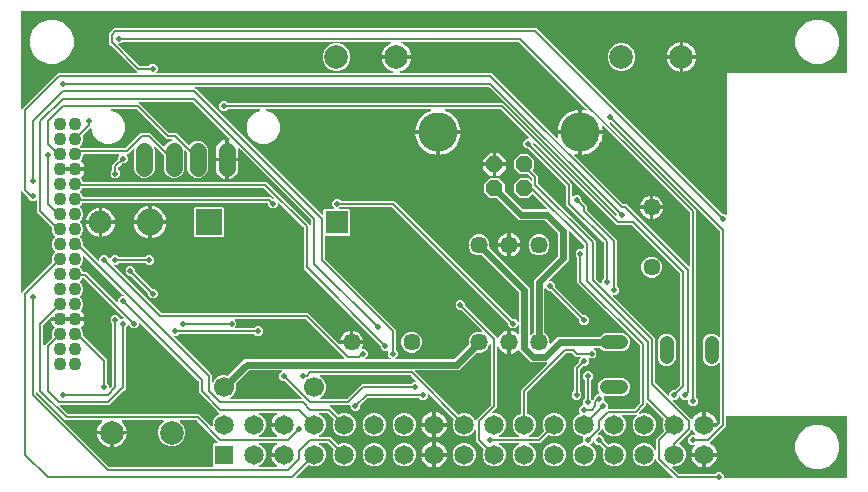
<source format=gbl>
G04 EAGLE Gerber RS-274X export*
G75*
%MOMM*%
%FSLAX34Y34*%
%LPD*%
%INBottom Copper*%
%IPPOS*%
%AMOC8*
5,1,8,0,0,1.08239X$1,22.5*%
G01*
%ADD10C,1.100000*%
%ADD11R,1.650000X1.650000*%
%ADD12C,1.650000*%
%ADD13P,1.542406X8X202.500000*%
%ADD14C,3.316000*%
%ADD15C,1.459991*%
%ADD16R,2.250000X2.250000*%
%ADD17C,2.250000*%
%ADD18C,1.700000*%
%ADD19C,1.219200*%
%ADD20C,1.450000*%
%ADD21C,1.950000*%
%ADD22R,1.950000X1.950000*%
%ADD23C,2.000000*%
%ADD24C,1.425000*%
%ADD25C,0.609600*%
%ADD26C,0.203200*%
%ADD27C,0.508000*%
%ADD28C,0.553200*%

G36*
X603340Y228326D02*
X603340Y228326D01*
X603392Y228327D01*
X603460Y228352D01*
X603530Y228367D01*
X603574Y228394D01*
X603623Y228412D01*
X603679Y228456D01*
X603741Y228493D01*
X603775Y228533D01*
X603815Y228565D01*
X603854Y228626D01*
X603901Y228680D01*
X603920Y228728D01*
X603948Y228772D01*
X603966Y228842D01*
X603993Y228908D01*
X604001Y228979D01*
X604009Y229011D01*
X604007Y229034D01*
X604011Y229075D01*
X604011Y348489D01*
X704850Y348489D01*
X704870Y348492D01*
X704889Y348490D01*
X704991Y348512D01*
X705093Y348529D01*
X705110Y348538D01*
X705130Y348542D01*
X705219Y348595D01*
X705310Y348644D01*
X705324Y348658D01*
X705341Y348668D01*
X705408Y348747D01*
X705480Y348822D01*
X705488Y348840D01*
X705501Y348855D01*
X705540Y348951D01*
X705583Y349045D01*
X705585Y349065D01*
X705593Y349083D01*
X705611Y349250D01*
X705611Y400050D01*
X705608Y400070D01*
X705610Y400089D01*
X705588Y400191D01*
X705572Y400293D01*
X705562Y400310D01*
X705558Y400330D01*
X705505Y400419D01*
X705456Y400510D01*
X705442Y400524D01*
X705432Y400541D01*
X705353Y400608D01*
X705278Y400680D01*
X705260Y400688D01*
X705245Y400701D01*
X705149Y400740D01*
X705055Y400783D01*
X705035Y400785D01*
X705017Y400793D01*
X704850Y400811D01*
X6350Y400811D01*
X6330Y400808D01*
X6311Y400810D01*
X6209Y400788D01*
X6107Y400772D01*
X6090Y400762D01*
X6070Y400758D01*
X5981Y400705D01*
X5890Y400656D01*
X5876Y400642D01*
X5859Y400632D01*
X5792Y400553D01*
X5721Y400478D01*
X5712Y400460D01*
X5699Y400445D01*
X5660Y400349D01*
X5617Y400255D01*
X5615Y400235D01*
X5607Y400217D01*
X5589Y400050D01*
X5589Y318995D01*
X5600Y318924D01*
X5602Y318852D01*
X5620Y318803D01*
X5628Y318752D01*
X5662Y318689D01*
X5687Y318621D01*
X5719Y318581D01*
X5744Y318535D01*
X5795Y318485D01*
X5840Y318429D01*
X5884Y318401D01*
X5922Y318365D01*
X5987Y318335D01*
X6047Y318296D01*
X6098Y318284D01*
X6145Y318262D01*
X6216Y318254D01*
X6286Y318236D01*
X6338Y318240D01*
X6389Y318234D01*
X6460Y318250D01*
X6531Y318255D01*
X6579Y318276D01*
X6630Y318287D01*
X6691Y318324D01*
X6757Y318352D01*
X6813Y318396D01*
X6841Y318413D01*
X6856Y318431D01*
X6888Y318456D01*
X37048Y348616D01*
X103153Y348616D01*
X103224Y348627D01*
X103296Y348629D01*
X103345Y348647D01*
X103396Y348655D01*
X103459Y348689D01*
X103527Y348714D01*
X103567Y348746D01*
X103613Y348771D01*
X103663Y348823D01*
X103719Y348867D01*
X103747Y348911D01*
X103783Y348949D01*
X103813Y349014D01*
X103852Y349074D01*
X103865Y349125D01*
X103886Y349172D01*
X103894Y349243D01*
X103912Y349313D01*
X103908Y349365D01*
X103914Y349416D01*
X103898Y349487D01*
X103893Y349558D01*
X103872Y349606D01*
X103861Y349657D01*
X103824Y349718D01*
X103796Y349784D01*
X103752Y349840D01*
X103735Y349868D01*
X103717Y349883D01*
X103692Y349915D01*
X81721Y371886D01*
X80009Y373598D01*
X80009Y382052D01*
X84673Y386716D01*
X442377Y386716D01*
X599380Y229713D01*
X599455Y229659D01*
X599524Y229600D01*
X599554Y229588D01*
X599580Y229569D01*
X599667Y229542D01*
X599752Y229508D01*
X599793Y229504D01*
X599815Y229497D01*
X599847Y229498D01*
X599919Y229490D01*
X601759Y229490D01*
X602712Y228537D01*
X602770Y228495D01*
X602822Y228445D01*
X602869Y228423D01*
X602911Y228393D01*
X602980Y228372D01*
X603045Y228342D01*
X603097Y228336D01*
X603147Y228321D01*
X603218Y228323D01*
X603289Y228315D01*
X603340Y228326D01*
G37*
G36*
X437564Y126416D02*
X437564Y126416D01*
X437635Y126421D01*
X437683Y126441D01*
X437734Y126453D01*
X437795Y126489D01*
X437861Y126517D01*
X437917Y126562D01*
X437945Y126579D01*
X437960Y126597D01*
X437992Y126622D01*
X439525Y128155D01*
X439556Y128174D01*
X439657Y128235D01*
X439661Y128239D01*
X439666Y128243D01*
X439741Y128332D01*
X439817Y128421D01*
X439819Y128427D01*
X439823Y128432D01*
X439865Y128541D01*
X439909Y128650D01*
X439910Y128657D01*
X439911Y128662D01*
X439912Y128680D01*
X439927Y128816D01*
X439927Y173344D01*
X460179Y193595D01*
X460232Y193669D01*
X460291Y193739D01*
X460303Y193769D01*
X460322Y193795D01*
X460349Y193882D01*
X460383Y193967D01*
X460388Y194008D01*
X460394Y194030D01*
X460394Y194062D01*
X460402Y194134D01*
X460402Y212266D01*
X460387Y212356D01*
X460380Y212447D01*
X460367Y212477D01*
X460362Y212509D01*
X460319Y212590D01*
X460283Y212674D01*
X460258Y212706D01*
X460247Y212726D01*
X460223Y212749D01*
X460179Y212805D01*
X449179Y223804D01*
X449105Y223857D01*
X449035Y223917D01*
X449005Y223929D01*
X448979Y223948D01*
X448892Y223975D01*
X448807Y224009D01*
X448766Y224013D01*
X448744Y224020D01*
X448712Y224019D01*
X448641Y224027D01*
X427456Y224027D01*
X409006Y242477D01*
X408932Y242530D01*
X408862Y242590D01*
X408832Y242602D01*
X408806Y242621D01*
X408719Y242648D01*
X408634Y242682D01*
X408593Y242686D01*
X408571Y242693D01*
X408539Y242692D01*
X408468Y242700D01*
X403017Y242700D01*
X397950Y247767D01*
X397950Y254933D01*
X403017Y260000D01*
X410183Y260000D01*
X415250Y254933D01*
X415250Y249482D01*
X415264Y249392D01*
X415272Y249301D01*
X415284Y249272D01*
X415289Y249240D01*
X415332Y249159D01*
X415368Y249075D01*
X415394Y249043D01*
X415405Y249022D01*
X415428Y249000D01*
X415473Y248944D01*
X431021Y233396D01*
X431095Y233343D01*
X431165Y233283D01*
X431195Y233271D01*
X431221Y233252D01*
X431308Y233225D01*
X431393Y233191D01*
X431434Y233187D01*
X431456Y233180D01*
X431488Y233181D01*
X431559Y233173D01*
X450371Y233173D01*
X450442Y233184D01*
X450514Y233186D01*
X450563Y233204D01*
X450614Y233212D01*
X450677Y233246D01*
X450745Y233271D01*
X450786Y233303D01*
X450831Y233328D01*
X450881Y233379D01*
X450937Y233424D01*
X450965Y233468D01*
X451001Y233506D01*
X451031Y233571D01*
X451070Y233631D01*
X451083Y233682D01*
X451104Y233729D01*
X451112Y233800D01*
X451130Y233870D01*
X451126Y233922D01*
X451132Y233973D01*
X451116Y234044D01*
X451111Y234115D01*
X451090Y234163D01*
X451079Y234214D01*
X451042Y234275D01*
X451014Y234341D01*
X450970Y234397D01*
X450953Y234425D01*
X450935Y234440D01*
X450910Y234472D01*
X439470Y245911D01*
X439454Y245923D01*
X439442Y245939D01*
X439354Y245995D01*
X439271Y246055D01*
X439252Y246061D01*
X439235Y246072D01*
X439134Y246097D01*
X439036Y246127D01*
X439016Y246127D01*
X438996Y246132D01*
X438893Y246124D01*
X438790Y246121D01*
X438771Y246114D01*
X438751Y246113D01*
X438656Y246072D01*
X438559Y246036D01*
X438543Y246024D01*
X438525Y246016D01*
X438394Y245911D01*
X435183Y242700D01*
X428017Y242700D01*
X422950Y247767D01*
X422950Y254933D01*
X428017Y260000D01*
X435183Y260000D01*
X437485Y257698D01*
X437543Y257656D01*
X437595Y257607D01*
X437642Y257585D01*
X437684Y257554D01*
X437753Y257533D01*
X437818Y257503D01*
X437870Y257497D01*
X437920Y257482D01*
X437991Y257484D01*
X438062Y257476D01*
X438113Y257487D01*
X438165Y257488D01*
X438233Y257513D01*
X438303Y257528D01*
X438348Y257555D01*
X438396Y257573D01*
X438452Y257618D01*
X438514Y257654D01*
X438548Y257694D01*
X438588Y257726D01*
X438627Y257787D01*
X438674Y257841D01*
X438693Y257890D01*
X438721Y257933D01*
X438739Y258003D01*
X438766Y258069D01*
X438774Y258141D01*
X438782Y258172D01*
X438780Y258195D01*
X438784Y258236D01*
X438784Y258982D01*
X438770Y259072D01*
X438762Y259163D01*
X438750Y259193D01*
X438745Y259225D01*
X438702Y259306D01*
X438666Y259390D01*
X438640Y259422D01*
X438629Y259442D01*
X438606Y259465D01*
X438561Y259521D01*
X435605Y262477D01*
X435531Y262530D01*
X435461Y262590D01*
X435431Y262602D01*
X435405Y262621D01*
X435318Y262648D01*
X435233Y262682D01*
X435192Y262686D01*
X435170Y262693D01*
X435138Y262692D01*
X435066Y262700D01*
X428017Y262700D01*
X422950Y267767D01*
X422950Y274933D01*
X428017Y280000D01*
X435183Y280000D01*
X440250Y274933D01*
X440250Y267767D01*
X439414Y266931D01*
X439402Y266915D01*
X439386Y266902D01*
X439330Y266815D01*
X439270Y266731D01*
X439264Y266712D01*
X439253Y266696D01*
X439228Y266595D01*
X439198Y266496D01*
X439198Y266476D01*
X439193Y266457D01*
X439201Y266354D01*
X439204Y266250D01*
X439211Y266232D01*
X439212Y266212D01*
X439253Y266117D01*
X439289Y266019D01*
X439301Y266004D01*
X439309Y265985D01*
X439414Y265855D01*
X443866Y261402D01*
X443866Y255368D01*
X443880Y255278D01*
X443888Y255187D01*
X443900Y255157D01*
X443905Y255125D01*
X443948Y255044D01*
X443984Y254960D01*
X444010Y254928D01*
X444021Y254908D01*
X444044Y254885D01*
X444089Y254829D01*
X492456Y206462D01*
X492456Y175027D01*
X492471Y174937D01*
X492478Y174846D01*
X492491Y174817D01*
X492496Y174785D01*
X492538Y174704D01*
X492574Y174620D01*
X492600Y174588D01*
X492611Y174567D01*
X492634Y174545D01*
X492679Y174489D01*
X496286Y170882D01*
X496344Y170841D01*
X496396Y170791D01*
X496443Y170769D01*
X496485Y170739D01*
X496554Y170718D01*
X496619Y170688D01*
X496671Y170682D01*
X496721Y170666D01*
X496792Y170668D01*
X496863Y170660D01*
X496914Y170672D01*
X496966Y170673D01*
X497034Y170697D01*
X497104Y170713D01*
X497149Y170739D01*
X497197Y170757D01*
X497253Y170802D01*
X497315Y170839D01*
X497349Y170878D01*
X497389Y170911D01*
X497428Y170971D01*
X497475Y171026D01*
X497494Y171074D01*
X497522Y171118D01*
X497540Y171187D01*
X497567Y171254D01*
X497575Y171325D01*
X497583Y171356D01*
X497581Y171380D01*
X497585Y171421D01*
X497585Y173134D01*
X498886Y174435D01*
X498939Y174509D01*
X498999Y174578D01*
X499011Y174608D01*
X499030Y174634D01*
X499057Y174721D01*
X499091Y174806D01*
X499095Y174847D01*
X499102Y174870D01*
X499101Y174902D01*
X499109Y174973D01*
X499109Y205007D01*
X499095Y205097D01*
X499087Y205188D01*
X499075Y205218D01*
X499070Y205250D01*
X499027Y205331D01*
X498991Y205415D01*
X498965Y205447D01*
X498954Y205467D01*
X498931Y205490D01*
X498886Y205546D01*
X467359Y237073D01*
X467359Y252632D01*
X467345Y252722D01*
X467337Y252813D01*
X467325Y252843D01*
X467320Y252875D01*
X467277Y252956D01*
X467241Y253040D01*
X467215Y253072D01*
X467204Y253092D01*
X467181Y253115D01*
X467136Y253171D01*
X435670Y284637D01*
X435596Y284690D01*
X435526Y284750D01*
X435496Y284762D01*
X435470Y284781D01*
X435383Y284808D01*
X435298Y284842D01*
X435257Y284846D01*
X435235Y284853D01*
X435203Y284852D01*
X435131Y284860D01*
X433291Y284860D01*
X430910Y287241D01*
X430910Y290609D01*
X433291Y292990D01*
X435004Y292990D01*
X435075Y293001D01*
X435147Y293003D01*
X435196Y293021D01*
X435247Y293029D01*
X435310Y293063D01*
X435378Y293088D01*
X435418Y293120D01*
X435464Y293145D01*
X435514Y293197D01*
X435570Y293241D01*
X435598Y293285D01*
X435634Y293323D01*
X435664Y293388D01*
X435703Y293448D01*
X435716Y293499D01*
X435737Y293546D01*
X435745Y293617D01*
X435763Y293687D01*
X435759Y293739D01*
X435765Y293790D01*
X435749Y293861D01*
X435744Y293932D01*
X435723Y293980D01*
X435712Y294031D01*
X435675Y294092D01*
X435647Y294158D01*
X435603Y294214D01*
X435586Y294242D01*
X435568Y294257D01*
X435543Y294289D01*
X411921Y317911D01*
X411847Y317964D01*
X411777Y318024D01*
X411747Y318036D01*
X411721Y318055D01*
X411634Y318082D01*
X411549Y318116D01*
X411508Y318120D01*
X411486Y318127D01*
X411454Y318126D01*
X411382Y318134D01*
X365096Y318134D01*
X365073Y318130D01*
X365049Y318133D01*
X364952Y318111D01*
X364854Y318095D01*
X364832Y318083D01*
X364809Y318078D01*
X364724Y318026D01*
X364636Y317979D01*
X364620Y317962D01*
X364599Y317949D01*
X364535Y317873D01*
X364467Y317801D01*
X364457Y317779D01*
X364441Y317761D01*
X364405Y317668D01*
X364363Y317578D01*
X364361Y317554D01*
X364352Y317532D01*
X364347Y317432D01*
X364336Y317334D01*
X364341Y317310D01*
X364340Y317286D01*
X364367Y317190D01*
X364388Y317093D01*
X364401Y317073D01*
X364407Y317049D01*
X364464Y316967D01*
X364515Y316882D01*
X364533Y316866D01*
X364547Y316847D01*
X364626Y316787D01*
X364701Y316722D01*
X364724Y316713D01*
X364743Y316699D01*
X364899Y316638D01*
X365059Y316595D01*
X367375Y315636D01*
X369546Y314382D01*
X371534Y312857D01*
X373307Y311084D01*
X374832Y309096D01*
X376086Y306925D01*
X377045Y304609D01*
X377694Y302188D01*
X377985Y299973D01*
X359662Y299973D01*
X359642Y299970D01*
X359623Y299972D01*
X359521Y299950D01*
X359419Y299933D01*
X359402Y299924D01*
X359382Y299920D01*
X359293Y299867D01*
X359202Y299818D01*
X359188Y299804D01*
X359171Y299794D01*
X359104Y299715D01*
X359033Y299640D01*
X359024Y299622D01*
X359011Y299607D01*
X358973Y299511D01*
X358929Y299417D01*
X358927Y299397D01*
X358919Y299379D01*
X358901Y299212D01*
X358901Y298449D01*
X358899Y298449D01*
X358899Y299212D01*
X358896Y299232D01*
X358898Y299251D01*
X358876Y299353D01*
X358859Y299455D01*
X358850Y299472D01*
X358846Y299492D01*
X358793Y299581D01*
X358744Y299672D01*
X358730Y299686D01*
X358720Y299703D01*
X358641Y299770D01*
X358566Y299841D01*
X358548Y299850D01*
X358533Y299863D01*
X358437Y299902D01*
X358343Y299945D01*
X358323Y299947D01*
X358305Y299955D01*
X358138Y299973D01*
X339815Y299973D01*
X340106Y302188D01*
X340755Y304609D01*
X341714Y306925D01*
X342968Y309096D01*
X344493Y311084D01*
X346266Y312857D01*
X348254Y314382D01*
X350425Y315636D01*
X352741Y316595D01*
X352901Y316638D01*
X352923Y316648D01*
X352946Y316652D01*
X353034Y316698D01*
X353125Y316739D01*
X353143Y316755D01*
X353164Y316767D01*
X353232Y316839D01*
X353305Y316906D01*
X353317Y316927D01*
X353333Y316945D01*
X353375Y317035D01*
X353422Y317122D01*
X353427Y317146D01*
X353437Y317168D01*
X353448Y317267D01*
X353465Y317365D01*
X353461Y317389D01*
X353464Y317412D01*
X353443Y317510D01*
X353428Y317608D01*
X353417Y317629D01*
X353412Y317653D01*
X353361Y317738D01*
X353315Y317826D01*
X353298Y317843D01*
X353285Y317864D01*
X353210Y317929D01*
X353139Y317998D01*
X353117Y318008D01*
X353099Y318024D01*
X353006Y318061D01*
X352917Y318104D01*
X352893Y318107D01*
X352870Y318116D01*
X352704Y318134D01*
X214052Y318134D01*
X213956Y318119D01*
X213859Y318109D01*
X213835Y318099D01*
X213809Y318095D01*
X213723Y318049D01*
X213634Y318009D01*
X213615Y317992D01*
X213591Y317979D01*
X213524Y317909D01*
X213453Y317843D01*
X213440Y317820D01*
X213422Y317801D01*
X213381Y317713D01*
X213334Y317627D01*
X213329Y317602D01*
X213318Y317578D01*
X213308Y317481D01*
X213290Y317385D01*
X213294Y317359D01*
X213291Y317334D01*
X213312Y317238D01*
X213326Y317142D01*
X213338Y317119D01*
X213344Y317093D01*
X213394Y317010D01*
X213438Y316923D01*
X213456Y316904D01*
X213470Y316882D01*
X213544Y316819D01*
X213613Y316751D01*
X213642Y316735D01*
X213657Y316722D01*
X213687Y316710D01*
X213760Y316670D01*
X218973Y314511D01*
X222923Y310561D01*
X225060Y305400D01*
X225060Y299815D01*
X222923Y294654D01*
X218973Y290704D01*
X213812Y288567D01*
X208227Y288567D01*
X203066Y290704D01*
X199116Y294654D01*
X196979Y299815D01*
X196979Y305400D01*
X199116Y310561D01*
X203066Y314511D01*
X208279Y316670D01*
X208361Y316721D01*
X208447Y316767D01*
X208465Y316786D01*
X208488Y316799D01*
X208550Y316874D01*
X208617Y316945D01*
X208628Y316969D01*
X208644Y316989D01*
X208679Y317080D01*
X208720Y317168D01*
X208723Y317194D01*
X208733Y317218D01*
X208737Y317316D01*
X208748Y317412D01*
X208742Y317438D01*
X208743Y317464D01*
X208716Y317558D01*
X208695Y317653D01*
X208682Y317675D01*
X208675Y317700D01*
X208619Y317780D01*
X208569Y317864D01*
X208549Y317881D01*
X208534Y317902D01*
X208456Y317961D01*
X208382Y318024D01*
X208358Y318034D01*
X208337Y318049D01*
X208244Y318079D01*
X208154Y318116D01*
X208122Y318119D01*
X208103Y318125D01*
X208070Y318125D01*
X207987Y318134D01*
X181323Y318134D01*
X181233Y318120D01*
X181142Y318112D01*
X181112Y318100D01*
X181080Y318095D01*
X181000Y318052D01*
X180916Y318016D01*
X180884Y317990D01*
X180863Y317979D01*
X180841Y317956D01*
X180785Y317911D01*
X179484Y316610D01*
X176116Y316610D01*
X173735Y318991D01*
X173735Y322359D01*
X176116Y324740D01*
X179484Y324740D01*
X180785Y323439D01*
X180859Y323386D01*
X180928Y323326D01*
X180958Y323314D01*
X180984Y323295D01*
X181071Y323268D01*
X181156Y323234D01*
X181197Y323230D01*
X181220Y323223D01*
X181252Y323224D01*
X181323Y323216D01*
X413802Y323216D01*
X415514Y321504D01*
X508986Y228032D01*
X509044Y227991D01*
X509096Y227941D01*
X509143Y227919D01*
X509185Y227889D01*
X509254Y227868D01*
X509319Y227838D01*
X509371Y227832D01*
X509421Y227816D01*
X509492Y227818D01*
X509563Y227810D01*
X509614Y227822D01*
X509666Y227823D01*
X509734Y227847D01*
X509804Y227863D01*
X509848Y227889D01*
X509897Y227907D01*
X509953Y227952D01*
X510015Y227989D01*
X510049Y228028D01*
X510089Y228061D01*
X510128Y228121D01*
X510175Y228176D01*
X510194Y228224D01*
X510222Y228268D01*
X510240Y228337D01*
X510267Y228404D01*
X510275Y228475D01*
X510283Y228506D01*
X510281Y228530D01*
X510285Y228571D01*
X510285Y228756D01*
X510271Y228846D01*
X510263Y228937D01*
X510251Y228967D01*
X510246Y228999D01*
X510203Y229080D01*
X510167Y229164D01*
X510141Y229196D01*
X510130Y229216D01*
X510107Y229239D01*
X510062Y229295D01*
X402396Y336961D01*
X402322Y337014D01*
X402252Y337074D01*
X402222Y337086D01*
X402196Y337105D01*
X402109Y337132D01*
X402024Y337166D01*
X401983Y337170D01*
X401961Y337177D01*
X401929Y337176D01*
X401857Y337184D01*
X154022Y337184D01*
X153951Y337173D01*
X153879Y337171D01*
X153830Y337153D01*
X153779Y337145D01*
X153716Y337111D01*
X153648Y337086D01*
X153607Y337054D01*
X153562Y337029D01*
X153512Y336978D01*
X153456Y336933D01*
X153428Y336889D01*
X153392Y336851D01*
X153362Y336786D01*
X153323Y336726D01*
X153310Y336675D01*
X153289Y336628D01*
X153281Y336557D01*
X153263Y336487D01*
X153267Y336435D01*
X153261Y336384D01*
X153277Y336313D01*
X153282Y336242D01*
X153303Y336194D01*
X153314Y336143D01*
X153351Y336082D01*
X153379Y336016D01*
X153423Y335960D01*
X153440Y335932D01*
X153458Y335917D01*
X153483Y335885D01*
X260476Y228892D01*
X260534Y228851D01*
X260586Y228801D01*
X260633Y228779D01*
X260675Y228749D01*
X260744Y228728D01*
X260809Y228698D01*
X260861Y228692D01*
X260911Y228676D01*
X260982Y228678D01*
X261053Y228670D01*
X261104Y228682D01*
X261156Y228683D01*
X261224Y228707D01*
X261294Y228723D01*
X261338Y228749D01*
X261387Y228767D01*
X261443Y228812D01*
X261505Y228849D01*
X261539Y228888D01*
X261579Y228921D01*
X261618Y228981D01*
X261665Y229036D01*
X261684Y229084D01*
X261712Y229128D01*
X261730Y229197D01*
X261757Y229264D01*
X261765Y229335D01*
X261773Y229366D01*
X261771Y229390D01*
X261775Y229431D01*
X261775Y232632D01*
X262668Y233525D01*
X270064Y233525D01*
X270135Y233536D01*
X270207Y233538D01*
X270255Y233556D01*
X270307Y233564D01*
X270370Y233598D01*
X270438Y233623D01*
X270478Y233655D01*
X270524Y233680D01*
X270574Y233732D01*
X270630Y233776D01*
X270658Y233820D01*
X270694Y233858D01*
X270724Y233923D01*
X270763Y233983D01*
X270775Y234034D01*
X270797Y234081D01*
X270805Y234152D01*
X270823Y234222D01*
X270819Y234274D01*
X270824Y234325D01*
X270809Y234396D01*
X270803Y234467D01*
X270783Y234515D01*
X270772Y234566D01*
X270735Y234627D01*
X270707Y234693D01*
X270662Y234749D01*
X270646Y234777D01*
X270628Y234792D01*
X270602Y234824D01*
X268985Y236441D01*
X268985Y239809D01*
X271366Y242190D01*
X274734Y242190D01*
X276035Y240889D01*
X276109Y240836D01*
X276178Y240776D01*
X276208Y240764D01*
X276234Y240745D01*
X276321Y240718D01*
X276406Y240684D01*
X276447Y240680D01*
X276470Y240673D01*
X276502Y240674D01*
X276573Y240666D01*
X321727Y240666D01*
X421580Y140813D01*
X421654Y140760D01*
X421724Y140700D01*
X421754Y140688D01*
X421780Y140669D01*
X421867Y140642D01*
X421952Y140608D01*
X421993Y140604D01*
X422015Y140597D01*
X422047Y140598D01*
X422119Y140590D01*
X423959Y140590D01*
X426248Y138301D01*
X426306Y138259D01*
X426358Y138209D01*
X426405Y138187D01*
X426447Y138157D01*
X426516Y138136D01*
X426581Y138106D01*
X426633Y138100D01*
X426683Y138085D01*
X426754Y138087D01*
X426825Y138079D01*
X426876Y138090D01*
X426928Y138091D01*
X426996Y138116D01*
X427066Y138131D01*
X427111Y138158D01*
X427159Y138176D01*
X427215Y138220D01*
X427277Y138257D01*
X427311Y138297D01*
X427351Y138329D01*
X427390Y138390D01*
X427437Y138444D01*
X427456Y138492D01*
X427484Y138536D01*
X427502Y138606D01*
X427529Y138672D01*
X427537Y138744D01*
X427545Y138775D01*
X427543Y138798D01*
X427547Y138839D01*
X427547Y162571D01*
X427533Y162661D01*
X427525Y162752D01*
X427513Y162781D01*
X427508Y162813D01*
X427465Y162894D01*
X427429Y162978D01*
X427403Y163010D01*
X427392Y163031D01*
X427369Y163053D01*
X427324Y163109D01*
X396241Y194192D01*
X396147Y194260D01*
X396052Y194330D01*
X396046Y194332D01*
X396041Y194336D01*
X395930Y194370D01*
X395818Y194406D01*
X395812Y194406D01*
X395806Y194408D01*
X395689Y194405D01*
X395572Y194404D01*
X395565Y194402D01*
X395560Y194402D01*
X395543Y194395D01*
X395474Y194375D01*
X391945Y194375D01*
X388701Y195719D01*
X386219Y198201D01*
X384875Y201445D01*
X384875Y204955D01*
X386219Y208199D01*
X388701Y210681D01*
X391945Y212025D01*
X395455Y212025D01*
X398699Y210681D01*
X401181Y208199D01*
X402525Y204955D01*
X402525Y201418D01*
X402523Y201405D01*
X402516Y201375D01*
X402488Y201261D01*
X402488Y201255D01*
X402487Y201249D01*
X402498Y201132D01*
X402507Y201016D01*
X402509Y201011D01*
X402510Y201004D01*
X402558Y200897D01*
X402603Y200790D01*
X402608Y200784D01*
X402610Y200780D01*
X402622Y200766D01*
X402708Y200659D01*
X436693Y166674D01*
X436693Y127161D01*
X436704Y127090D01*
X436706Y127018D01*
X436724Y126969D01*
X436732Y126918D01*
X436766Y126854D01*
X436791Y126787D01*
X436823Y126746D01*
X436848Y126700D01*
X436900Y126651D01*
X436944Y126595D01*
X436988Y126567D01*
X437026Y126531D01*
X437091Y126501D01*
X437151Y126462D01*
X437202Y126449D01*
X437249Y126427D01*
X437320Y126420D01*
X437390Y126402D01*
X437442Y126406D01*
X437493Y126400D01*
X437564Y126416D01*
G37*
G36*
X557376Y5600D02*
X557376Y5600D01*
X557448Y5602D01*
X557497Y5620D01*
X557548Y5629D01*
X557611Y5662D01*
X557679Y5687D01*
X557719Y5719D01*
X557765Y5744D01*
X557815Y5796D01*
X557871Y5840D01*
X557899Y5884D01*
X557935Y5922D01*
X557965Y5987D01*
X558004Y6047D01*
X558016Y6098D01*
X558038Y6145D01*
X558046Y6216D01*
X558064Y6286D01*
X558060Y6338D01*
X558066Y6389D01*
X558050Y6460D01*
X558045Y6531D01*
X558024Y6579D01*
X558013Y6630D01*
X557976Y6691D01*
X557948Y6757D01*
X557904Y6813D01*
X557887Y6841D01*
X557869Y6856D01*
X557844Y6888D01*
X545271Y19461D01*
X543424Y21308D01*
X543387Y21334D01*
X543356Y21368D01*
X543288Y21406D01*
X543225Y21451D01*
X543181Y21465D01*
X543140Y21487D01*
X543064Y21501D01*
X542989Y21524D01*
X542944Y21522D01*
X542898Y21530D01*
X542821Y21519D01*
X542744Y21517D01*
X542700Y21501D01*
X542655Y21495D01*
X542586Y21459D01*
X542513Y21433D01*
X542477Y21404D01*
X542436Y21383D01*
X542381Y21328D01*
X542321Y21279D01*
X542296Y21240D01*
X542264Y21208D01*
X542198Y21088D01*
X542188Y21072D01*
X542186Y21067D01*
X542183Y21061D01*
X541687Y19863D01*
X538937Y17113D01*
X535344Y15625D01*
X531456Y15625D01*
X527863Y17113D01*
X525113Y19863D01*
X523625Y23456D01*
X523625Y27344D01*
X525113Y30937D01*
X527863Y33687D01*
X531456Y35175D01*
X535344Y35175D01*
X538937Y33687D01*
X541687Y30937D01*
X542095Y29952D01*
X542146Y29869D01*
X542192Y29783D01*
X542210Y29765D01*
X542224Y29743D01*
X542300Y29680D01*
X542370Y29614D01*
X542394Y29603D01*
X542414Y29586D01*
X542505Y29551D01*
X542593Y29510D01*
X542619Y29507D01*
X542643Y29498D01*
X542741Y29494D01*
X542837Y29483D01*
X542863Y29488D01*
X542889Y29487D01*
X542983Y29514D01*
X543078Y29535D01*
X543100Y29549D01*
X543125Y29556D01*
X543205Y29611D01*
X543289Y29661D01*
X543306Y29681D01*
X543327Y29696D01*
X543386Y29774D01*
X543449Y29848D01*
X543459Y29872D01*
X543474Y29893D01*
X543504Y29986D01*
X543541Y30076D01*
X543544Y30109D01*
X543550Y30127D01*
X543550Y30160D01*
X543559Y30243D01*
X543559Y39152D01*
X549907Y45500D01*
X549975Y45594D01*
X550045Y45688D01*
X550047Y45694D01*
X550050Y45700D01*
X550084Y45811D01*
X550121Y45922D01*
X550121Y45929D01*
X550123Y45935D01*
X550120Y46051D01*
X550118Y46168D01*
X550116Y46176D01*
X550116Y46180D01*
X550110Y46198D01*
X550072Y46329D01*
X549025Y48856D01*
X549025Y52744D01*
X550072Y55271D01*
X550098Y55384D01*
X550127Y55498D01*
X550126Y55504D01*
X550128Y55510D01*
X550117Y55626D01*
X550108Y55743D01*
X550105Y55749D01*
X550105Y55755D01*
X550057Y55862D01*
X550011Y55969D01*
X550007Y55975D01*
X550005Y55980D01*
X549992Y55993D01*
X549907Y56100D01*
X536582Y69425D01*
X536524Y69466D01*
X536472Y69516D01*
X536425Y69538D01*
X536383Y69568D01*
X536314Y69589D01*
X536249Y69619D01*
X536197Y69625D01*
X536147Y69640D01*
X536076Y69639D01*
X536005Y69647D01*
X535954Y69635D01*
X535902Y69634D01*
X535834Y69609D01*
X535764Y69594D01*
X535720Y69568D01*
X535671Y69550D01*
X535615Y69505D01*
X535553Y69468D01*
X535519Y69429D01*
X535479Y69396D01*
X535440Y69336D01*
X535393Y69281D01*
X535374Y69233D01*
X535346Y69189D01*
X535328Y69120D01*
X535301Y69053D01*
X535293Y68982D01*
X535285Y68951D01*
X535287Y68927D01*
X535283Y68886D01*
X535283Y67239D01*
X529319Y61275D01*
X529262Y61196D01*
X529200Y61121D01*
X529190Y61096D01*
X529175Y61075D01*
X529147Y60982D01*
X529112Y60891D01*
X529111Y60865D01*
X529103Y60840D01*
X529105Y60743D01*
X529101Y60645D01*
X529109Y60620D01*
X529109Y60594D01*
X529143Y60503D01*
X529170Y60409D01*
X529185Y60388D01*
X529194Y60363D01*
X529254Y60287D01*
X529310Y60207D01*
X529331Y60191D01*
X529347Y60171D01*
X529429Y60118D01*
X529507Y60060D01*
X529532Y60052D01*
X529554Y60038D01*
X529649Y60014D01*
X529741Y59984D01*
X529767Y59984D01*
X529793Y59978D01*
X529890Y59986D01*
X529987Y59986D01*
X530019Y59996D01*
X530038Y59997D01*
X530068Y60010D01*
X530148Y60033D01*
X531456Y60575D01*
X535344Y60575D01*
X538937Y59087D01*
X541687Y56337D01*
X543175Y52744D01*
X543175Y48856D01*
X541687Y45263D01*
X538937Y42513D01*
X535344Y41025D01*
X531456Y41025D01*
X527863Y42513D01*
X525113Y45263D01*
X523625Y48856D01*
X523625Y52744D01*
X525113Y56337D01*
X526884Y58108D01*
X526926Y58166D01*
X526976Y58218D01*
X526997Y58265D01*
X527028Y58308D01*
X527049Y58376D01*
X527079Y58441D01*
X527085Y58493D01*
X527100Y58543D01*
X527098Y58614D01*
X527106Y58686D01*
X527095Y58736D01*
X527094Y58789D01*
X527069Y58856D01*
X527054Y58926D01*
X527027Y58971D01*
X527009Y59020D01*
X526965Y59076D01*
X526928Y59137D01*
X526888Y59171D01*
X526856Y59212D01*
X526795Y59250D01*
X526741Y59297D01*
X526693Y59316D01*
X526649Y59345D01*
X526579Y59362D01*
X526513Y59389D01*
X526441Y59397D01*
X526410Y59405D01*
X526387Y59403D01*
X526346Y59407D01*
X515054Y59407D01*
X514983Y59396D01*
X514912Y59394D01*
X514863Y59376D01*
X514811Y59368D01*
X514748Y59334D01*
X514681Y59310D01*
X514640Y59277D01*
X514594Y59253D01*
X514544Y59201D01*
X514488Y59156D01*
X514460Y59112D01*
X514424Y59074D01*
X514394Y59009D01*
X514355Y58949D01*
X514343Y58898D01*
X514321Y58851D01*
X514313Y58780D01*
X514295Y58710D01*
X514299Y58658D01*
X514294Y58607D01*
X514309Y58537D01*
X514315Y58465D01*
X514335Y58417D01*
X514346Y58366D01*
X514383Y58305D01*
X514411Y58239D01*
X514456Y58183D01*
X514472Y58155D01*
X514490Y58140D01*
X514516Y58108D01*
X516287Y56337D01*
X517775Y52744D01*
X517775Y48856D01*
X516287Y45263D01*
X513537Y42513D01*
X509944Y41025D01*
X506056Y41025D01*
X502463Y42513D01*
X499713Y45263D01*
X499217Y46461D01*
X499193Y46500D01*
X499177Y46543D01*
X499129Y46604D01*
X499088Y46670D01*
X499052Y46699D01*
X499024Y46735D01*
X498958Y46777D01*
X498898Y46827D01*
X498855Y46843D01*
X498817Y46868D01*
X498741Y46887D01*
X498669Y46915D01*
X498623Y46917D01*
X498578Y46928D01*
X498501Y46922D01*
X498423Y46925D01*
X498379Y46912D01*
X498333Y46909D01*
X498261Y46878D01*
X498187Y46857D01*
X498149Y46830D01*
X498107Y46812D01*
X498000Y46727D01*
X497985Y46716D01*
X497982Y46712D01*
X497976Y46708D01*
X494732Y43464D01*
X494691Y43406D01*
X494641Y43354D01*
X494619Y43307D01*
X494589Y43265D01*
X494568Y43196D01*
X494538Y43131D01*
X494532Y43079D01*
X494516Y43029D01*
X494518Y42958D01*
X494510Y42887D01*
X494522Y42836D01*
X494523Y42784D01*
X494547Y42716D01*
X494563Y42646D01*
X494589Y42602D01*
X494607Y42553D01*
X494652Y42497D01*
X494689Y42435D01*
X494728Y42401D01*
X494761Y42361D01*
X494821Y42322D01*
X494876Y42275D01*
X494924Y42256D01*
X494968Y42228D01*
X495037Y42210D01*
X495104Y42183D01*
X495175Y42175D01*
X495206Y42167D01*
X495230Y42169D01*
X495271Y42165D01*
X496984Y42165D01*
X499365Y39784D01*
X499365Y37944D01*
X499379Y37854D01*
X499387Y37763D01*
X499399Y37733D01*
X499404Y37701D01*
X499447Y37620D01*
X499483Y37536D01*
X499509Y37504D01*
X499520Y37484D01*
X499543Y37461D01*
X499588Y37405D01*
X502700Y34293D01*
X502794Y34225D01*
X502888Y34155D01*
X502894Y34153D01*
X502900Y34150D01*
X503011Y34116D01*
X503122Y34079D01*
X503129Y34079D01*
X503135Y34077D01*
X503251Y34080D01*
X503368Y34082D01*
X503376Y34084D01*
X503380Y34084D01*
X503398Y34090D01*
X503529Y34128D01*
X506056Y35175D01*
X509944Y35175D01*
X513537Y33687D01*
X516287Y30937D01*
X517775Y27344D01*
X517775Y23456D01*
X516287Y19863D01*
X513537Y17113D01*
X509944Y15625D01*
X506056Y15625D01*
X502463Y17113D01*
X499713Y19863D01*
X498225Y23456D01*
X498225Y27344D01*
X499272Y29871D01*
X499298Y29984D01*
X499327Y30098D01*
X499326Y30104D01*
X499328Y30110D01*
X499317Y30227D01*
X499308Y30343D01*
X499305Y30349D01*
X499305Y30355D01*
X499257Y30462D01*
X499211Y30569D01*
X499207Y30575D01*
X499205Y30580D01*
X499192Y30593D01*
X499107Y30700D01*
X495995Y33812D01*
X495921Y33865D01*
X495851Y33925D01*
X495821Y33937D01*
X495795Y33956D01*
X495708Y33983D01*
X495623Y34017D01*
X495582Y34021D01*
X495560Y34028D01*
X495528Y34027D01*
X495456Y34035D01*
X493616Y34035D01*
X491076Y36576D01*
X491060Y36587D01*
X491047Y36603D01*
X490960Y36659D01*
X490876Y36719D01*
X490857Y36725D01*
X490840Y36736D01*
X490740Y36761D01*
X490641Y36792D01*
X490621Y36791D01*
X490602Y36796D01*
X490499Y36788D01*
X490395Y36785D01*
X490376Y36778D01*
X490357Y36777D01*
X490261Y36737D01*
X490164Y36701D01*
X490149Y36688D01*
X490130Y36681D01*
X489999Y36576D01*
X488162Y34738D01*
X488150Y34722D01*
X488135Y34710D01*
X488079Y34623D01*
X488018Y34539D01*
X488012Y34520D01*
X488002Y34503D01*
X487976Y34402D01*
X487946Y34304D01*
X487946Y34284D01*
X487942Y34264D01*
X487950Y34161D01*
X487952Y34058D01*
X487959Y34039D01*
X487961Y34019D01*
X488001Y33924D01*
X488037Y33827D01*
X488049Y33811D01*
X488057Y33793D01*
X488162Y33662D01*
X490887Y30937D01*
X492375Y27344D01*
X492375Y23456D01*
X490887Y19863D01*
X488137Y17113D01*
X484544Y15625D01*
X480656Y15625D01*
X477063Y17113D01*
X474313Y19863D01*
X472825Y23456D01*
X472825Y27344D01*
X474313Y30937D01*
X477063Y33687D01*
X480656Y35175D01*
X481114Y35175D01*
X481185Y35186D01*
X481257Y35188D01*
X481305Y35206D01*
X481357Y35214D01*
X481420Y35248D01*
X481488Y35273D01*
X481528Y35305D01*
X481574Y35330D01*
X481624Y35382D01*
X481680Y35426D01*
X481708Y35470D01*
X481744Y35508D01*
X481774Y35573D01*
X481813Y35633D01*
X481825Y35684D01*
X481847Y35731D01*
X481855Y35802D01*
X481873Y35872D01*
X481869Y35924D01*
X481874Y35975D01*
X481859Y36046D01*
X481853Y36117D01*
X481833Y36165D01*
X481822Y36216D01*
X481785Y36277D01*
X481757Y36343D01*
X481712Y36399D01*
X481710Y36403D01*
X481710Y39801D01*
X481744Y39836D01*
X481766Y39883D01*
X481796Y39925D01*
X481817Y39994D01*
X481847Y40059D01*
X481853Y40111D01*
X481868Y40160D01*
X481866Y40232D01*
X481874Y40303D01*
X481863Y40354D01*
X481862Y40406D01*
X481837Y40474D01*
X481822Y40544D01*
X481795Y40589D01*
X481777Y40637D01*
X481733Y40693D01*
X481696Y40755D01*
X481656Y40789D01*
X481624Y40829D01*
X481564Y40868D01*
X481509Y40915D01*
X481461Y40934D01*
X481417Y40962D01*
X481347Y40980D01*
X481281Y41007D01*
X481210Y41015D01*
X481178Y41023D01*
X481155Y41021D01*
X481114Y41025D01*
X480656Y41025D01*
X477063Y42513D01*
X474313Y45263D01*
X472825Y48856D01*
X472825Y52744D01*
X474313Y56337D01*
X477063Y59087D01*
X478982Y59881D01*
X479021Y59906D01*
X479064Y59921D01*
X479125Y59970D01*
X479191Y60011D01*
X479220Y60046D01*
X479256Y60075D01*
X479298Y60141D01*
X479348Y60200D01*
X479364Y60243D01*
X479389Y60282D01*
X479408Y60357D01*
X479436Y60430D01*
X479438Y60476D01*
X479449Y60520D01*
X479443Y60598D01*
X479446Y60676D01*
X479433Y60720D01*
X479430Y60766D01*
X479399Y60837D01*
X479378Y60912D01*
X479351Y60950D01*
X479333Y60992D01*
X479248Y61099D01*
X479237Y61114D01*
X479233Y61117D01*
X479229Y61123D01*
X478535Y61816D01*
X478535Y65184D01*
X480916Y67565D01*
X480949Y67565D01*
X480969Y67568D01*
X480988Y67566D01*
X481090Y67588D01*
X481192Y67604D01*
X481209Y67614D01*
X481229Y67618D01*
X481318Y67671D01*
X481409Y67720D01*
X481423Y67734D01*
X481440Y67744D01*
X481507Y67823D01*
X481579Y67898D01*
X481587Y67916D01*
X481600Y67931D01*
X481639Y68027D01*
X481682Y68121D01*
X481684Y68141D01*
X481692Y68159D01*
X481710Y68326D01*
X481710Y71534D01*
X483011Y72835D01*
X483058Y72900D01*
X483070Y72912D01*
X483072Y72918D01*
X483124Y72978D01*
X483136Y73008D01*
X483155Y73034D01*
X483182Y73121D01*
X483216Y73206D01*
X483220Y73247D01*
X483227Y73270D01*
X483226Y73302D01*
X483234Y73373D01*
X483234Y88552D01*
X483220Y88642D01*
X483212Y88733D01*
X483200Y88763D01*
X483195Y88795D01*
X483152Y88875D01*
X483116Y88959D01*
X483090Y88991D01*
X483079Y89012D01*
X483056Y89034D01*
X483051Y89041D01*
X483042Y89056D01*
X483032Y89064D01*
X483011Y89090D01*
X481710Y90391D01*
X481710Y93759D01*
X484091Y96140D01*
X487459Y96140D01*
X489840Y93759D01*
X489840Y90391D01*
X488539Y89090D01*
X488495Y89029D01*
X488460Y88993D01*
X488454Y88980D01*
X488426Y88947D01*
X488414Y88917D01*
X488395Y88891D01*
X488368Y88804D01*
X488334Y88719D01*
X488330Y88678D01*
X488323Y88655D01*
X488324Y88623D01*
X488316Y88552D01*
X488316Y73373D01*
X488330Y73283D01*
X488338Y73192D01*
X488350Y73162D01*
X488355Y73130D01*
X488398Y73050D01*
X488434Y72966D01*
X488460Y72933D01*
X488471Y72913D01*
X488494Y72891D01*
X488539Y72835D01*
X489489Y71884D01*
X489505Y71872D01*
X489518Y71857D01*
X489605Y71801D01*
X489689Y71741D01*
X489708Y71735D01*
X489725Y71724D01*
X489825Y71699D01*
X489924Y71668D01*
X489944Y71669D01*
X489963Y71664D01*
X490066Y71672D01*
X490170Y71675D01*
X490189Y71681D01*
X490209Y71683D01*
X490303Y71723D01*
X490401Y71759D01*
X490417Y71771D01*
X490435Y71779D01*
X490566Y71884D01*
X491012Y72330D01*
X491065Y72404D01*
X491125Y72474D01*
X491137Y72504D01*
X491156Y72530D01*
X491183Y72617D01*
X491217Y72702D01*
X491221Y72743D01*
X491228Y72765D01*
X491227Y72797D01*
X491235Y72869D01*
X491235Y74709D01*
X493616Y77090D01*
X494778Y77090D01*
X494823Y77097D01*
X494869Y77095D01*
X494944Y77117D01*
X495021Y77129D01*
X495061Y77151D01*
X495105Y77164D01*
X495169Y77208D01*
X495238Y77245D01*
X495270Y77278D01*
X495307Y77304D01*
X495354Y77366D01*
X495407Y77423D01*
X495427Y77465D01*
X495454Y77501D01*
X495478Y77575D01*
X495511Y77646D01*
X495516Y77692D01*
X495530Y77735D01*
X495529Y77813D01*
X495538Y77890D01*
X495528Y77935D01*
X495528Y77981D01*
X495490Y78113D01*
X495486Y78131D01*
X495483Y78135D01*
X495481Y78142D01*
X494283Y81034D01*
X494283Y84066D01*
X495443Y86867D01*
X497587Y89011D01*
X500388Y90171D01*
X515612Y90171D01*
X518413Y89011D01*
X520557Y86867D01*
X521717Y84066D01*
X521717Y81034D01*
X520557Y78233D01*
X518413Y76089D01*
X515612Y74929D01*
X500369Y74929D01*
X500331Y74947D01*
X500254Y74956D01*
X500178Y74973D01*
X500132Y74969D01*
X500087Y74974D01*
X500011Y74958D01*
X499933Y74950D01*
X499891Y74932D01*
X499846Y74922D01*
X499779Y74882D01*
X499708Y74850D01*
X499674Y74819D01*
X499635Y74796D01*
X499585Y74737D01*
X499527Y74684D01*
X499505Y74644D01*
X499475Y74609D01*
X499446Y74536D01*
X499409Y74468D01*
X499400Y74423D01*
X499383Y74381D01*
X499368Y74245D01*
X499365Y74226D01*
X499366Y74221D01*
X499365Y74214D01*
X499365Y71501D01*
X499368Y71481D01*
X499366Y71462D01*
X499388Y71360D01*
X499404Y71258D01*
X499414Y71241D01*
X499418Y71221D01*
X499471Y71132D01*
X499520Y71041D01*
X499534Y71027D01*
X499544Y71010D01*
X499623Y70943D01*
X499698Y70871D01*
X499716Y70863D01*
X499731Y70850D01*
X499827Y70811D01*
X499921Y70768D01*
X499941Y70766D01*
X499959Y70758D01*
X500126Y70740D01*
X500159Y70740D01*
X502540Y68359D01*
X502540Y65250D01*
X502543Y65230D01*
X502541Y65211D01*
X502563Y65109D01*
X502579Y65007D01*
X502589Y64990D01*
X502593Y64970D01*
X502646Y64881D01*
X502695Y64790D01*
X502709Y64776D01*
X502719Y64759D01*
X502798Y64692D01*
X502873Y64621D01*
X502891Y64612D01*
X502906Y64599D01*
X503002Y64561D01*
X503096Y64517D01*
X503116Y64515D01*
X503134Y64507D01*
X503301Y64489D01*
X525031Y64489D01*
X525121Y64504D01*
X525212Y64511D01*
X525242Y64523D01*
X525274Y64529D01*
X525355Y64571D01*
X525439Y64607D01*
X525471Y64633D01*
X525491Y64644D01*
X525514Y64667D01*
X525570Y64712D01*
X529978Y69121D01*
X530031Y69195D01*
X530091Y69264D01*
X530103Y69294D01*
X530122Y69320D01*
X530149Y69407D01*
X530183Y69492D01*
X530187Y69533D01*
X530194Y69555D01*
X530193Y69588D01*
X530201Y69659D01*
X530201Y117470D01*
X530187Y117560D01*
X530179Y117651D01*
X530167Y117680D01*
X530162Y117712D01*
X530119Y117793D01*
X530083Y117877D01*
X530057Y117909D01*
X530046Y117930D01*
X530023Y117952D01*
X530002Y117978D01*
X529999Y117983D01*
X529996Y117986D01*
X529978Y118008D01*
X477002Y170984D01*
X477002Y191933D01*
X476987Y192023D01*
X476980Y192114D01*
X476968Y192144D01*
X476962Y192176D01*
X476920Y192257D01*
X476884Y192341D01*
X476858Y192373D01*
X476847Y192394D01*
X476824Y192416D01*
X476779Y192472D01*
X475478Y193773D01*
X475478Y197140D01*
X477859Y199521D01*
X481372Y199521D01*
X481391Y199524D01*
X481411Y199522D01*
X481512Y199544D01*
X481614Y199561D01*
X481632Y199570D01*
X481651Y199574D01*
X481741Y199628D01*
X481832Y199676D01*
X481845Y199690D01*
X481863Y199701D01*
X481930Y199779D01*
X482001Y199854D01*
X482010Y199872D01*
X482023Y199887D01*
X482061Y199984D01*
X482105Y200077D01*
X482107Y200097D01*
X482114Y200116D01*
X482133Y200282D01*
X482133Y202934D01*
X482118Y203024D01*
X482111Y203115D01*
X482098Y203144D01*
X482093Y203176D01*
X482050Y203257D01*
X482015Y203341D01*
X481989Y203373D01*
X481978Y203394D01*
X481955Y203416D01*
X481910Y203472D01*
X470847Y214535D01*
X470788Y214577D01*
X470736Y214627D01*
X470689Y214648D01*
X470647Y214679D01*
X470578Y214700D01*
X470513Y214730D01*
X470462Y214736D01*
X470412Y214751D01*
X470340Y214749D01*
X470269Y214757D01*
X470218Y214746D01*
X470166Y214745D01*
X470099Y214720D01*
X470028Y214705D01*
X469984Y214678D01*
X469935Y214660D01*
X469879Y214616D01*
X469817Y214579D01*
X469783Y214539D01*
X469743Y214507D01*
X469704Y214446D01*
X469657Y214392D01*
X469638Y214344D01*
X469610Y214300D01*
X469592Y214230D01*
X469565Y214164D01*
X469558Y214092D01*
X469550Y214061D01*
X469552Y214038D01*
X469547Y213997D01*
X469547Y190030D01*
X466645Y187129D01*
X453156Y173639D01*
X453114Y173581D01*
X453065Y173529D01*
X453043Y173482D01*
X453013Y173440D01*
X452991Y173371D01*
X452961Y173306D01*
X452955Y173254D01*
X452940Y173204D01*
X452942Y173133D01*
X452934Y173062D01*
X452945Y173011D01*
X452947Y172959D01*
X452971Y172891D01*
X452986Y172821D01*
X453013Y172776D01*
X453031Y172728D01*
X453076Y172672D01*
X453113Y172610D01*
X453152Y172576D01*
X453185Y172536D01*
X453245Y172497D01*
X453299Y172450D01*
X453348Y172431D01*
X453392Y172403D01*
X453461Y172385D01*
X453528Y172358D01*
X453599Y172350D01*
X453630Y172342D01*
X453653Y172344D01*
X453694Y172340D01*
X455709Y172340D01*
X458090Y169959D01*
X458090Y168119D01*
X458104Y168029D01*
X458112Y167938D01*
X458124Y167908D01*
X458129Y167876D01*
X458172Y167795D01*
X458208Y167711D01*
X458234Y167679D01*
X458245Y167659D01*
X458268Y167636D01*
X458313Y167580D01*
X481905Y143988D01*
X481979Y143935D01*
X482049Y143875D01*
X482079Y143863D01*
X482105Y143844D01*
X482192Y143817D01*
X482277Y143783D01*
X482318Y143779D01*
X482340Y143772D01*
X482372Y143773D01*
X482444Y143765D01*
X484284Y143765D01*
X486665Y141384D01*
X486665Y138016D01*
X484284Y135635D01*
X480916Y135635D01*
X478535Y138016D01*
X478535Y139856D01*
X478521Y139946D01*
X478513Y140037D01*
X478501Y140067D01*
X478496Y140099D01*
X478453Y140180D01*
X478417Y140264D01*
X478391Y140296D01*
X478380Y140316D01*
X478357Y140339D01*
X478312Y140395D01*
X454720Y163987D01*
X454646Y164040D01*
X454576Y164100D01*
X454546Y164112D01*
X454520Y164131D01*
X454433Y164158D01*
X454348Y164192D01*
X454307Y164196D01*
X454285Y164203D01*
X454253Y164202D01*
X454181Y164210D01*
X452341Y164210D01*
X450372Y166179D01*
X450314Y166221D01*
X450262Y166271D01*
X450215Y166293D01*
X450173Y166323D01*
X450104Y166344D01*
X450039Y166374D01*
X449987Y166380D01*
X449937Y166395D01*
X449866Y166393D01*
X449795Y166401D01*
X449744Y166390D01*
X449692Y166389D01*
X449624Y166364D01*
X449554Y166349D01*
X449509Y166322D01*
X449461Y166304D01*
X449405Y166260D01*
X449343Y166223D01*
X449309Y166183D01*
X449269Y166151D01*
X449230Y166090D01*
X449183Y166036D01*
X449164Y165988D01*
X449136Y165944D01*
X449118Y165874D01*
X449091Y165808D01*
X449083Y165736D01*
X449075Y165705D01*
X449077Y165682D01*
X449073Y165641D01*
X449073Y128816D01*
X449092Y128701D01*
X449109Y128585D01*
X449111Y128580D01*
X449112Y128574D01*
X449167Y128470D01*
X449220Y128366D01*
X449225Y128362D01*
X449228Y128356D01*
X449312Y128276D01*
X449396Y128194D01*
X449402Y128190D01*
X449406Y128187D01*
X449423Y128179D01*
X449486Y128145D01*
X451981Y125649D01*
X453325Y122405D01*
X453325Y120271D01*
X453336Y120201D01*
X453338Y120129D01*
X453356Y120080D01*
X453364Y120029D01*
X453398Y119965D01*
X453423Y119898D01*
X453455Y119857D01*
X453480Y119811D01*
X453531Y119762D01*
X453576Y119706D01*
X453620Y119678D01*
X453658Y119642D01*
X453723Y119612D01*
X453783Y119573D01*
X453834Y119560D01*
X453881Y119538D01*
X453952Y119530D01*
X454022Y119513D01*
X454074Y119517D01*
X454125Y119511D01*
X454196Y119526D01*
X454267Y119532D01*
X454315Y119552D01*
X454366Y119563D01*
X454427Y119600D01*
X454493Y119628D01*
X454549Y119673D01*
X454577Y119690D01*
X454592Y119707D01*
X454624Y119733D01*
X460114Y125223D01*
X495384Y125223D01*
X495474Y125237D01*
X495565Y125245D01*
X495595Y125257D01*
X495627Y125262D01*
X495707Y125305D01*
X495791Y125341D01*
X495824Y125367D01*
X495844Y125378D01*
X495866Y125401D01*
X495922Y125446D01*
X497587Y127111D01*
X500388Y128271D01*
X515612Y128271D01*
X518413Y127111D01*
X520557Y124967D01*
X521717Y122166D01*
X521717Y119134D01*
X520557Y116333D01*
X518413Y114189D01*
X515612Y113029D01*
X500388Y113029D01*
X497587Y114189D01*
X495922Y115854D01*
X495848Y115907D01*
X495779Y115967D01*
X495749Y115979D01*
X495723Y115998D01*
X495636Y116025D01*
X495551Y116059D01*
X495510Y116063D01*
X495488Y116070D01*
X495455Y116069D01*
X495384Y116077D01*
X491584Y116077D01*
X491513Y116066D01*
X491441Y116064D01*
X491393Y116046D01*
X491341Y116038D01*
X491278Y116004D01*
X491210Y115979D01*
X491170Y115947D01*
X491124Y115922D01*
X491074Y115870D01*
X491018Y115826D01*
X490990Y115782D01*
X490954Y115744D01*
X490924Y115679D01*
X490885Y115619D01*
X490873Y115568D01*
X490851Y115521D01*
X490843Y115450D01*
X490825Y115380D01*
X490829Y115328D01*
X490824Y115277D01*
X490839Y115206D01*
X490845Y115135D01*
X490865Y115087D01*
X490876Y115036D01*
X490913Y114975D01*
X490941Y114909D01*
X490986Y114853D01*
X491002Y114825D01*
X491020Y114810D01*
X491046Y114778D01*
X493015Y112809D01*
X493015Y109441D01*
X490634Y107060D01*
X487426Y107060D01*
X487406Y107057D01*
X487387Y107059D01*
X487285Y107037D01*
X487183Y107021D01*
X487166Y107011D01*
X487146Y107007D01*
X487057Y106954D01*
X486966Y106905D01*
X486952Y106891D01*
X486935Y106881D01*
X486868Y106802D01*
X486796Y106727D01*
X486788Y106709D01*
X486775Y106694D01*
X486736Y106598D01*
X486693Y106504D01*
X486691Y106484D01*
X486683Y106466D01*
X486665Y106299D01*
X486665Y103091D01*
X484284Y100710D01*
X482328Y100710D01*
X482238Y100696D01*
X482147Y100688D01*
X482118Y100676D01*
X482086Y100671D01*
X482005Y100628D01*
X481921Y100592D01*
X481889Y100566D01*
X481868Y100555D01*
X481846Y100532D01*
X481790Y100487D01*
X479014Y97711D01*
X478961Y97637D01*
X478901Y97568D01*
X478889Y97537D01*
X478870Y97511D01*
X478843Y97424D01*
X478809Y97339D01*
X478805Y97298D01*
X478798Y97276D01*
X478799Y97244D01*
X478791Y97173D01*
X478791Y79723D01*
X478805Y79633D01*
X478813Y79542D01*
X478825Y79512D01*
X478830Y79480D01*
X478873Y79400D01*
X478909Y79316D01*
X478935Y79284D01*
X478946Y79263D01*
X478969Y79241D01*
X479014Y79185D01*
X480315Y77884D01*
X480315Y74516D01*
X477934Y72135D01*
X474566Y72135D01*
X472185Y74516D01*
X472185Y77884D01*
X473486Y79185D01*
X473539Y79259D01*
X473599Y79328D01*
X473611Y79358D01*
X473630Y79384D01*
X473657Y79471D01*
X473691Y79556D01*
X473695Y79597D01*
X473702Y79620D01*
X473701Y79652D01*
X473709Y79723D01*
X473709Y99593D01*
X478312Y104196D01*
X478365Y104270D01*
X478425Y104339D01*
X478437Y104369D01*
X478456Y104396D01*
X478483Y104483D01*
X478517Y104567D01*
X478521Y104608D01*
X478528Y104631D01*
X478527Y104663D01*
X478535Y104734D01*
X478535Y106459D01*
X479361Y107285D01*
X479403Y107343D01*
X479453Y107395D01*
X479475Y107442D01*
X479505Y107484D01*
X479526Y107553D01*
X479556Y107618D01*
X479562Y107670D01*
X479577Y107720D01*
X479575Y107791D01*
X479583Y107862D01*
X479572Y107913D01*
X479571Y107965D01*
X479546Y108033D01*
X479531Y108103D01*
X479504Y108148D01*
X479486Y108196D01*
X479442Y108252D01*
X479405Y108314D01*
X479365Y108348D01*
X479333Y108388D01*
X479272Y108427D01*
X479218Y108474D01*
X479170Y108493D01*
X479126Y108521D01*
X479056Y108539D01*
X478990Y108566D01*
X478919Y108574D01*
X478887Y108582D01*
X478864Y108580D01*
X478823Y108584D01*
X475198Y108584D01*
X472246Y111536D01*
X472172Y111589D01*
X472102Y111649D01*
X472072Y111661D01*
X472046Y111680D01*
X471959Y111707D01*
X471874Y111741D01*
X471833Y111745D01*
X471811Y111752D01*
X471779Y111751D01*
X471707Y111759D01*
X468093Y111759D01*
X468003Y111745D01*
X467912Y111737D01*
X467882Y111725D01*
X467850Y111720D01*
X467769Y111677D01*
X467685Y111641D01*
X467653Y111615D01*
X467633Y111604D01*
X467610Y111581D01*
X467554Y111536D01*
X434564Y78546D01*
X434511Y78472D01*
X434451Y78402D01*
X434439Y78372D01*
X434420Y78346D01*
X434393Y78259D01*
X434359Y78174D01*
X434355Y78133D01*
X434348Y78111D01*
X434349Y78079D01*
X434341Y78007D01*
X434341Y60836D01*
X434360Y60722D01*
X434377Y60605D01*
X434379Y60600D01*
X434380Y60594D01*
X434435Y60491D01*
X434488Y60386D01*
X434493Y60382D01*
X434496Y60376D01*
X434580Y60296D01*
X434664Y60214D01*
X434670Y60210D01*
X434674Y60207D01*
X434691Y60199D01*
X434811Y60133D01*
X437337Y59087D01*
X440087Y56337D01*
X441575Y52744D01*
X441575Y48856D01*
X440087Y45263D01*
X437337Y42513D01*
X436352Y42105D01*
X436269Y42054D01*
X436183Y42008D01*
X436165Y41990D01*
X436143Y41976D01*
X436080Y41900D01*
X436014Y41830D01*
X436003Y41806D01*
X435986Y41786D01*
X435951Y41695D01*
X435910Y41607D01*
X435907Y41581D01*
X435898Y41557D01*
X435894Y41459D01*
X435883Y41363D01*
X435888Y41337D01*
X435887Y41311D01*
X435914Y41217D01*
X435935Y41122D01*
X435948Y41100D01*
X435956Y41075D01*
X436011Y40995D01*
X436061Y40911D01*
X436081Y40894D01*
X436096Y40873D01*
X436174Y40814D01*
X436248Y40751D01*
X436272Y40741D01*
X436293Y40726D01*
X436386Y40696D01*
X436476Y40659D01*
X436509Y40656D01*
X436527Y40650D01*
X436560Y40650D01*
X436643Y40641D01*
X443132Y40641D01*
X443222Y40655D01*
X443313Y40663D01*
X443343Y40675D01*
X443375Y40680D01*
X443456Y40723D01*
X443540Y40759D01*
X443572Y40785D01*
X443592Y40796D01*
X443615Y40819D01*
X443671Y40864D01*
X448307Y45500D01*
X448375Y45594D01*
X448445Y45688D01*
X448447Y45694D01*
X448450Y45700D01*
X448484Y45811D01*
X448521Y45922D01*
X448521Y45929D01*
X448523Y45935D01*
X448520Y46051D01*
X448518Y46168D01*
X448516Y46176D01*
X448516Y46180D01*
X448510Y46198D01*
X448472Y46329D01*
X447425Y48856D01*
X447425Y52744D01*
X448913Y56337D01*
X451663Y59087D01*
X455256Y60575D01*
X459144Y60575D01*
X462737Y59087D01*
X465487Y56337D01*
X466975Y52744D01*
X466975Y48856D01*
X465487Y45263D01*
X462737Y42513D01*
X459144Y41025D01*
X455256Y41025D01*
X452729Y42072D01*
X452665Y42087D01*
X452607Y42110D01*
X452538Y42118D01*
X452502Y42127D01*
X452496Y42126D01*
X452490Y42128D01*
X452467Y42126D01*
X452440Y42129D01*
X452437Y42129D01*
X452357Y42116D01*
X452257Y42108D01*
X452251Y42105D01*
X452245Y42105D01*
X452219Y42093D01*
X452194Y42089D01*
X452119Y42049D01*
X452031Y42011D01*
X452025Y42007D01*
X452020Y42005D01*
X452007Y41992D01*
X451997Y41985D01*
X451977Y41974D01*
X451956Y41951D01*
X451900Y41907D01*
X445552Y35559D01*
X436643Y35559D01*
X436547Y35544D01*
X436450Y35534D01*
X436426Y35524D01*
X436400Y35520D01*
X436314Y35474D01*
X436225Y35434D01*
X436206Y35417D01*
X436183Y35404D01*
X436116Y35334D01*
X436044Y35268D01*
X436032Y35245D01*
X436014Y35226D01*
X435972Y35138D01*
X435926Y35052D01*
X435921Y35027D01*
X435910Y35003D01*
X435899Y34906D01*
X435882Y34810D01*
X435886Y34784D01*
X435883Y34759D01*
X435903Y34663D01*
X435918Y34567D01*
X435929Y34544D01*
X435935Y34518D01*
X435985Y34435D01*
X436029Y34348D01*
X436048Y34329D01*
X436061Y34307D01*
X436135Y34244D01*
X436205Y34176D01*
X436233Y34160D01*
X436248Y34147D01*
X436279Y34135D01*
X436352Y34095D01*
X437337Y33687D01*
X440087Y30937D01*
X441575Y27344D01*
X441575Y23456D01*
X440087Y19863D01*
X437337Y17113D01*
X433744Y15625D01*
X429856Y15625D01*
X426263Y17113D01*
X423513Y19863D01*
X422025Y23456D01*
X422025Y27344D01*
X423513Y30937D01*
X426263Y33687D01*
X427248Y34095D01*
X427331Y34146D01*
X427417Y34192D01*
X427435Y34210D01*
X427457Y34224D01*
X427520Y34300D01*
X427586Y34370D01*
X427597Y34394D01*
X427614Y34414D01*
X427649Y34505D01*
X427690Y34593D01*
X427693Y34619D01*
X427702Y34643D01*
X427706Y34740D01*
X427717Y34837D01*
X427712Y34863D01*
X427713Y34889D01*
X427686Y34983D01*
X427665Y35078D01*
X427652Y35100D01*
X427644Y35125D01*
X427589Y35205D01*
X427539Y35289D01*
X427519Y35306D01*
X427504Y35327D01*
X427426Y35386D01*
X427352Y35449D01*
X427328Y35459D01*
X427307Y35474D01*
X427214Y35504D01*
X427124Y35541D01*
X427091Y35544D01*
X427073Y35550D01*
X427040Y35550D01*
X426957Y35559D01*
X411243Y35559D01*
X411147Y35544D01*
X411050Y35534D01*
X411026Y35524D01*
X411000Y35520D01*
X410914Y35474D01*
X410825Y35434D01*
X410806Y35417D01*
X410783Y35404D01*
X410716Y35334D01*
X410644Y35268D01*
X410632Y35245D01*
X410614Y35226D01*
X410572Y35138D01*
X410526Y35052D01*
X410521Y35027D01*
X410510Y35003D01*
X410499Y34906D01*
X410482Y34810D01*
X410486Y34784D01*
X410483Y34759D01*
X410503Y34663D01*
X410518Y34567D01*
X410529Y34544D01*
X410535Y34518D01*
X410585Y34435D01*
X410629Y34348D01*
X410648Y34329D01*
X410661Y34307D01*
X410735Y34244D01*
X410805Y34176D01*
X410833Y34160D01*
X410848Y34147D01*
X410879Y34135D01*
X410952Y34095D01*
X411937Y33687D01*
X414687Y30937D01*
X416175Y27344D01*
X416175Y23456D01*
X414687Y19863D01*
X411937Y17113D01*
X408344Y15625D01*
X404456Y15625D01*
X400863Y17113D01*
X398113Y19863D01*
X396625Y23456D01*
X396625Y27344D01*
X397672Y29871D01*
X397698Y29984D01*
X397727Y30098D01*
X397726Y30104D01*
X397728Y30110D01*
X397717Y30227D01*
X397708Y30343D01*
X397705Y30349D01*
X397705Y30355D01*
X397657Y30462D01*
X397611Y30569D01*
X397607Y30575D01*
X397605Y30580D01*
X397592Y30593D01*
X397507Y30700D01*
X391159Y37048D01*
X391159Y45957D01*
X391157Y45968D01*
X391158Y45974D01*
X391151Y46009D01*
X391144Y46053D01*
X391134Y46150D01*
X391124Y46174D01*
X391120Y46200D01*
X391074Y46286D01*
X391034Y46375D01*
X391017Y46394D01*
X391004Y46417D01*
X390934Y46484D01*
X390868Y46556D01*
X390845Y46568D01*
X390826Y46586D01*
X390738Y46628D01*
X390652Y46674D01*
X390627Y46679D01*
X390603Y46690D01*
X390506Y46701D01*
X390410Y46718D01*
X390384Y46714D01*
X390359Y46717D01*
X390263Y46697D01*
X390167Y46682D01*
X390144Y46671D01*
X390118Y46665D01*
X390035Y46615D01*
X389948Y46571D01*
X389929Y46552D01*
X389907Y46539D01*
X389844Y46465D01*
X389776Y46395D01*
X389760Y46367D01*
X389747Y46352D01*
X389735Y46321D01*
X389695Y46248D01*
X389287Y45263D01*
X386537Y42513D01*
X382944Y41025D01*
X379056Y41025D01*
X375463Y42513D01*
X372713Y45263D01*
X371225Y48856D01*
X371225Y52744D01*
X372272Y55271D01*
X372298Y55384D01*
X372327Y55498D01*
X372326Y55504D01*
X372328Y55510D01*
X372317Y55626D01*
X372308Y55743D01*
X372305Y55749D01*
X372305Y55755D01*
X372257Y55862D01*
X372211Y55969D01*
X372207Y55975D01*
X372205Y55980D01*
X372192Y55993D01*
X372107Y56100D01*
X351439Y76768D01*
X351381Y76809D01*
X351329Y76859D01*
X351282Y76881D01*
X351240Y76911D01*
X351171Y76932D01*
X351106Y76962D01*
X351054Y76968D01*
X351004Y76984D01*
X350933Y76982D01*
X350862Y76990D01*
X350811Y76978D01*
X350759Y76977D01*
X350691Y76953D01*
X350621Y76937D01*
X350577Y76911D01*
X350528Y76893D01*
X350472Y76848D01*
X350410Y76811D01*
X350376Y76772D01*
X350336Y76739D01*
X350297Y76679D01*
X350250Y76624D01*
X350231Y76576D01*
X350203Y76532D01*
X350185Y76463D01*
X350158Y76396D01*
X350150Y76325D01*
X350142Y76294D01*
X350144Y76270D01*
X350140Y76229D01*
X350140Y74516D01*
X347759Y72135D01*
X344391Y72135D01*
X343090Y73436D01*
X343016Y73489D01*
X342947Y73549D01*
X342917Y73561D01*
X342891Y73580D01*
X342804Y73607D01*
X342719Y73641D01*
X342678Y73645D01*
X342655Y73652D01*
X342623Y73651D01*
X342552Y73659D01*
X299818Y73659D01*
X299728Y73645D01*
X299637Y73637D01*
X299607Y73625D01*
X299575Y73620D01*
X299494Y73577D01*
X299410Y73541D01*
X299378Y73515D01*
X299358Y73504D01*
X299335Y73481D01*
X299279Y73436D01*
X293213Y67370D01*
X293160Y67296D01*
X293100Y67226D01*
X293088Y67196D01*
X293069Y67170D01*
X293042Y67083D01*
X293008Y66998D01*
X293004Y66957D01*
X292997Y66935D01*
X292998Y66903D01*
X292990Y66831D01*
X292990Y64991D01*
X290609Y62610D01*
X287241Y62610D01*
X284860Y64991D01*
X284860Y66704D01*
X284849Y66775D01*
X284847Y66847D01*
X284829Y66896D01*
X284821Y66947D01*
X284787Y67010D01*
X284762Y67078D01*
X284730Y67118D01*
X284705Y67164D01*
X284653Y67214D01*
X284609Y67270D01*
X284565Y67298D01*
X284527Y67334D01*
X284462Y67364D01*
X284402Y67403D01*
X284351Y67416D01*
X284304Y67437D01*
X284233Y67445D01*
X284163Y67463D01*
X284111Y67459D01*
X284060Y67465D01*
X283989Y67449D01*
X283918Y67444D01*
X283870Y67423D01*
X283819Y67412D01*
X283758Y67375D01*
X283692Y67347D01*
X283644Y67309D01*
X268322Y67309D01*
X268251Y67298D01*
X268179Y67296D01*
X268130Y67278D01*
X268079Y67270D01*
X268016Y67236D01*
X267948Y67211D01*
X267907Y67179D01*
X267862Y67154D01*
X267812Y67103D01*
X267756Y67058D01*
X267728Y67014D01*
X267692Y66976D01*
X267662Y66911D01*
X267623Y66851D01*
X267610Y66800D01*
X267589Y66753D01*
X267581Y66682D01*
X267563Y66612D01*
X267567Y66560D01*
X267561Y66509D01*
X267577Y66438D01*
X267582Y66367D01*
X267603Y66319D01*
X267614Y66268D01*
X267651Y66207D01*
X267679Y66141D01*
X267723Y66085D01*
X267740Y66057D01*
X267758Y66042D01*
X267783Y66010D01*
X274100Y59693D01*
X274194Y59626D01*
X274288Y59555D01*
X274295Y59553D01*
X274300Y59550D01*
X274410Y59516D01*
X274522Y59479D01*
X274529Y59479D01*
X274535Y59477D01*
X274651Y59480D01*
X274768Y59482D01*
X274775Y59484D01*
X274781Y59484D01*
X274798Y59490D01*
X274929Y59528D01*
X277456Y60575D01*
X281344Y60575D01*
X284937Y59087D01*
X287687Y56337D01*
X289175Y52744D01*
X289175Y48856D01*
X287687Y45263D01*
X284937Y42513D01*
X281344Y41025D01*
X277456Y41025D01*
X273863Y42513D01*
X271113Y45263D01*
X269625Y48856D01*
X269625Y52744D01*
X270672Y55271D01*
X270698Y55384D01*
X270727Y55498D01*
X270726Y55504D01*
X270728Y55510D01*
X270717Y55626D01*
X270708Y55743D01*
X270705Y55749D01*
X270705Y55755D01*
X270657Y55862D01*
X270611Y55969D01*
X270607Y55975D01*
X270605Y55980D01*
X270592Y55993D01*
X270507Y56100D01*
X265871Y60736D01*
X265797Y60789D01*
X265727Y60849D01*
X265697Y60861D01*
X265671Y60880D01*
X265584Y60907D01*
X265499Y60941D01*
X265458Y60945D01*
X265436Y60952D01*
X265404Y60951D01*
X265332Y60959D01*
X258843Y60959D01*
X258747Y60944D01*
X258650Y60934D01*
X258626Y60924D01*
X258600Y60920D01*
X258514Y60874D01*
X258425Y60834D01*
X258406Y60817D01*
X258383Y60804D01*
X258316Y60734D01*
X258244Y60668D01*
X258232Y60645D01*
X258213Y60626D01*
X258172Y60538D01*
X258126Y60452D01*
X258121Y60427D01*
X258110Y60403D01*
X258099Y60306D01*
X258082Y60210D01*
X258086Y60184D01*
X258083Y60159D01*
X258103Y60064D01*
X258118Y59967D01*
X258129Y59944D01*
X258135Y59918D01*
X258185Y59834D01*
X258229Y59748D01*
X258248Y59730D01*
X258261Y59707D01*
X258335Y59644D01*
X258405Y59576D01*
X258433Y59560D01*
X258448Y59547D01*
X258479Y59535D01*
X258552Y59495D01*
X259537Y59087D01*
X262287Y56337D01*
X263775Y52744D01*
X263775Y48856D01*
X262287Y45263D01*
X259537Y42513D01*
X258552Y42105D01*
X258469Y42054D01*
X258383Y42008D01*
X258365Y41990D01*
X258343Y41976D01*
X258280Y41900D01*
X258214Y41830D01*
X258203Y41806D01*
X258186Y41786D01*
X258151Y41695D01*
X258110Y41607D01*
X258107Y41581D01*
X258098Y41557D01*
X258094Y41459D01*
X258083Y41363D01*
X258088Y41337D01*
X258087Y41311D01*
X258114Y41217D01*
X258135Y41122D01*
X258148Y41100D01*
X258156Y41075D01*
X258211Y40995D01*
X258261Y40911D01*
X258281Y40894D01*
X258296Y40873D01*
X258374Y40814D01*
X258448Y40751D01*
X258472Y40741D01*
X258493Y40726D01*
X258586Y40696D01*
X258676Y40659D01*
X258709Y40656D01*
X258727Y40650D01*
X258760Y40650D01*
X258843Y40641D01*
X267752Y40641D01*
X274100Y34293D01*
X274194Y34225D01*
X274288Y34155D01*
X274294Y34153D01*
X274300Y34150D01*
X274411Y34116D01*
X274522Y34079D01*
X274529Y34079D01*
X274535Y34077D01*
X274651Y34080D01*
X274768Y34082D01*
X274776Y34084D01*
X274780Y34084D01*
X274798Y34090D01*
X274929Y34128D01*
X277456Y35175D01*
X281344Y35175D01*
X284937Y33687D01*
X287687Y30937D01*
X289175Y27344D01*
X289175Y23456D01*
X287687Y19863D01*
X284937Y17113D01*
X281344Y15625D01*
X277456Y15625D01*
X273863Y17113D01*
X271113Y19863D01*
X269625Y23456D01*
X269625Y27344D01*
X270672Y29871D01*
X270698Y29984D01*
X270727Y30098D01*
X270726Y30104D01*
X270728Y30110D01*
X270717Y30227D01*
X270708Y30343D01*
X270705Y30349D01*
X270705Y30355D01*
X270657Y30462D01*
X270611Y30569D01*
X270607Y30575D01*
X270605Y30580D01*
X270592Y30593D01*
X270507Y30700D01*
X265871Y35336D01*
X265797Y35389D01*
X265727Y35449D01*
X265697Y35461D01*
X265671Y35480D01*
X265584Y35507D01*
X265499Y35541D01*
X265458Y35545D01*
X265436Y35552D01*
X265404Y35551D01*
X265332Y35559D01*
X258843Y35559D01*
X258747Y35544D01*
X258650Y35534D01*
X258626Y35524D01*
X258600Y35520D01*
X258514Y35474D01*
X258425Y35434D01*
X258406Y35417D01*
X258383Y35404D01*
X258316Y35334D01*
X258244Y35268D01*
X258232Y35245D01*
X258214Y35226D01*
X258172Y35138D01*
X258126Y35052D01*
X258121Y35027D01*
X258110Y35003D01*
X258099Y34906D01*
X258082Y34810D01*
X258086Y34784D01*
X258083Y34759D01*
X258103Y34663D01*
X258118Y34567D01*
X258129Y34544D01*
X258135Y34518D01*
X258185Y34435D01*
X258229Y34348D01*
X258248Y34329D01*
X258261Y34307D01*
X258335Y34244D01*
X258405Y34176D01*
X258433Y34160D01*
X258448Y34147D01*
X258479Y34135D01*
X258552Y34095D01*
X259537Y33687D01*
X262287Y30937D01*
X263775Y27344D01*
X263775Y23456D01*
X262287Y19863D01*
X259537Y17113D01*
X255944Y15625D01*
X252056Y15625D01*
X249529Y16672D01*
X249416Y16698D01*
X249302Y16727D01*
X249296Y16726D01*
X249290Y16728D01*
X249173Y16717D01*
X249057Y16708D01*
X249051Y16705D01*
X249045Y16705D01*
X248938Y16657D01*
X248831Y16611D01*
X248825Y16607D01*
X248820Y16605D01*
X248807Y16592D01*
X248700Y16507D01*
X239081Y6888D01*
X239040Y6830D01*
X238990Y6778D01*
X238968Y6731D01*
X238938Y6689D01*
X238917Y6620D01*
X238887Y6555D01*
X238881Y6503D01*
X238866Y6453D01*
X238867Y6382D01*
X238859Y6311D01*
X238871Y6260D01*
X238872Y6208D01*
X238897Y6140D01*
X238912Y6070D01*
X238938Y6026D01*
X238956Y5977D01*
X239001Y5921D01*
X239038Y5859D01*
X239077Y5825D01*
X239110Y5785D01*
X239170Y5746D01*
X239225Y5699D01*
X239273Y5680D01*
X239317Y5652D01*
X239386Y5634D01*
X239453Y5607D01*
X239524Y5599D01*
X239555Y5591D01*
X239579Y5593D01*
X239620Y5589D01*
X557305Y5589D01*
X557376Y5600D01*
G37*
G36*
X318112Y106184D02*
X318112Y106184D01*
X318184Y106186D01*
X318232Y106204D01*
X318284Y106212D01*
X318347Y106246D01*
X318415Y106271D01*
X318455Y106303D01*
X318501Y106328D01*
X318551Y106380D01*
X318607Y106424D01*
X318635Y106468D01*
X318671Y106506D01*
X318701Y106571D01*
X318740Y106631D01*
X318752Y106682D01*
X318774Y106729D01*
X318782Y106800D01*
X318800Y106870D01*
X318796Y106922D01*
X318801Y106973D01*
X318786Y107044D01*
X318780Y107115D01*
X318760Y107163D01*
X318749Y107214D01*
X318712Y107275D01*
X318684Y107341D01*
X318639Y107397D01*
X318623Y107425D01*
X318605Y107440D01*
X318579Y107472D01*
X316610Y109441D01*
X316610Y112649D01*
X316607Y112669D01*
X316609Y112688D01*
X316587Y112790D01*
X316571Y112892D01*
X316561Y112909D01*
X316557Y112929D01*
X316504Y113018D01*
X316455Y113109D01*
X316441Y113123D01*
X316431Y113140D01*
X316352Y113207D01*
X316277Y113279D01*
X316259Y113287D01*
X316244Y113300D01*
X316148Y113339D01*
X316054Y113382D01*
X316034Y113384D01*
X316016Y113392D01*
X315849Y113410D01*
X312641Y113410D01*
X310260Y115791D01*
X310260Y117631D01*
X310246Y117721D01*
X310238Y117812D01*
X310226Y117842D01*
X310221Y117874D01*
X310178Y117955D01*
X310142Y118039D01*
X310116Y118071D01*
X310105Y118091D01*
X310082Y118114D01*
X310037Y118170D01*
X245109Y183098D01*
X245109Y217707D01*
X245095Y217797D01*
X245087Y217888D01*
X245075Y217918D01*
X245070Y217950D01*
X245027Y218031D01*
X244991Y218115D01*
X244965Y218147D01*
X244954Y218167D01*
X244931Y218190D01*
X244886Y218246D01*
X224439Y238693D01*
X224381Y238734D01*
X224329Y238784D01*
X224282Y238806D01*
X224240Y238836D01*
X224171Y238857D01*
X224106Y238887D01*
X224054Y238893D01*
X224004Y238909D01*
X223933Y238907D01*
X223862Y238915D01*
X223811Y238903D01*
X223759Y238902D01*
X223691Y238878D01*
X223621Y238862D01*
X223576Y238836D01*
X223528Y238818D01*
X223472Y238773D01*
X223410Y238736D01*
X223376Y238697D01*
X223336Y238664D01*
X223297Y238604D01*
X223250Y238549D01*
X223231Y238501D01*
X223203Y238457D01*
X223185Y238388D01*
X223158Y238321D01*
X223150Y238250D01*
X223142Y238219D01*
X223144Y238195D01*
X223140Y238154D01*
X223140Y236441D01*
X220759Y234060D01*
X217391Y234060D01*
X215010Y236441D01*
X215010Y237998D01*
X215007Y238018D01*
X215009Y238037D01*
X214987Y238139D01*
X214971Y238241D01*
X214961Y238258D01*
X214957Y238278D01*
X214904Y238367D01*
X214855Y238458D01*
X214841Y238472D01*
X214831Y238489D01*
X214752Y238556D01*
X214677Y238628D01*
X214659Y238636D01*
X214644Y238649D01*
X214548Y238688D01*
X214454Y238731D01*
X214434Y238733D01*
X214416Y238741D01*
X214249Y238759D01*
X58594Y238759D01*
X58479Y238740D01*
X58363Y238723D01*
X58358Y238721D01*
X58351Y238720D01*
X58249Y238665D01*
X58144Y238612D01*
X58139Y238607D01*
X58134Y238604D01*
X58054Y238520D01*
X57972Y238436D01*
X57968Y238430D01*
X57965Y238426D01*
X57957Y238409D01*
X57891Y238289D01*
X57655Y237721D01*
X55823Y235888D01*
X55811Y235872D01*
X55796Y235860D01*
X55739Y235772D01*
X55679Y235689D01*
X55673Y235670D01*
X55663Y235653D01*
X55637Y235552D01*
X55607Y235453D01*
X55607Y235434D01*
X55603Y235414D01*
X55611Y235311D01*
X55613Y235208D01*
X55620Y235189D01*
X55622Y235169D01*
X55662Y235074D01*
X55698Y234977D01*
X55710Y234961D01*
X55718Y234943D01*
X55823Y234812D01*
X57655Y232979D01*
X58725Y230397D01*
X58725Y227603D01*
X57655Y225021D01*
X55823Y223188D01*
X55811Y223172D01*
X55796Y223160D01*
X55739Y223072D01*
X55679Y222989D01*
X55673Y222970D01*
X55663Y222953D01*
X55637Y222852D01*
X55607Y222753D01*
X55607Y222734D01*
X55603Y222714D01*
X55611Y222611D01*
X55613Y222508D01*
X55620Y222489D01*
X55622Y222469D01*
X55662Y222374D01*
X55698Y222277D01*
X55710Y222261D01*
X55718Y222243D01*
X55823Y222112D01*
X57655Y220279D01*
X58725Y217697D01*
X58725Y214903D01*
X57655Y212321D01*
X55823Y210488D01*
X55811Y210472D01*
X55796Y210460D01*
X55739Y210372D01*
X55679Y210289D01*
X55673Y210270D01*
X55663Y210253D01*
X55637Y210152D01*
X55607Y210053D01*
X55607Y210034D01*
X55603Y210014D01*
X55611Y209911D01*
X55613Y209808D01*
X55620Y209789D01*
X55622Y209769D01*
X55662Y209674D01*
X55698Y209577D01*
X55710Y209561D01*
X55718Y209543D01*
X55823Y209412D01*
X57655Y207579D01*
X58725Y204997D01*
X58725Y202359D01*
X58739Y202269D01*
X58747Y202178D01*
X58759Y202148D01*
X58764Y202116D01*
X58807Y202035D01*
X58843Y201951D01*
X58869Y201919D01*
X58880Y201899D01*
X58903Y201876D01*
X58948Y201820D01*
X70836Y189932D01*
X70894Y189891D01*
X70946Y189841D01*
X70993Y189819D01*
X71035Y189789D01*
X71104Y189768D01*
X71169Y189738D01*
X71221Y189732D01*
X71271Y189716D01*
X71342Y189718D01*
X71413Y189710D01*
X71464Y189722D01*
X71516Y189723D01*
X71584Y189747D01*
X71654Y189763D01*
X71699Y189789D01*
X71747Y189807D01*
X71803Y189852D01*
X71865Y189889D01*
X71899Y189928D01*
X71939Y189961D01*
X71978Y190021D01*
X72025Y190076D01*
X72044Y190124D01*
X72072Y190168D01*
X72090Y190237D01*
X72117Y190304D01*
X72125Y190375D01*
X72133Y190406D01*
X72131Y190430D01*
X72135Y190471D01*
X72135Y192184D01*
X74516Y194565D01*
X77884Y194565D01*
X80424Y192024D01*
X80440Y192013D01*
X80453Y191997D01*
X80540Y191941D01*
X80624Y191881D01*
X80643Y191875D01*
X80660Y191864D01*
X80760Y191839D01*
X80859Y191808D01*
X80879Y191809D01*
X80898Y191804D01*
X81001Y191812D01*
X81105Y191815D01*
X81124Y191822D01*
X81143Y191823D01*
X81238Y191863D01*
X81336Y191899D01*
X81352Y191912D01*
X81370Y191919D01*
X81501Y192024D01*
X84041Y194565D01*
X87409Y194565D01*
X88710Y193264D01*
X88784Y193211D01*
X88853Y193151D01*
X88883Y193139D01*
X88909Y193120D01*
X88996Y193093D01*
X89081Y193059D01*
X89122Y193055D01*
X89145Y193048D01*
X89177Y193049D01*
X89248Y193041D01*
X110777Y193041D01*
X110867Y193055D01*
X110958Y193063D01*
X110988Y193075D01*
X111020Y193080D01*
X111100Y193123D01*
X111184Y193159D01*
X111216Y193185D01*
X111237Y193196D01*
X111259Y193219D01*
X111315Y193264D01*
X112616Y194565D01*
X115984Y194565D01*
X118365Y192184D01*
X118365Y188816D01*
X115984Y186435D01*
X112616Y186435D01*
X111315Y187736D01*
X111241Y187789D01*
X111172Y187849D01*
X111142Y187861D01*
X111116Y187880D01*
X111029Y187907D01*
X110944Y187941D01*
X110903Y187945D01*
X110880Y187952D01*
X110848Y187951D01*
X110777Y187959D01*
X89248Y187959D01*
X89158Y187945D01*
X89067Y187937D01*
X89037Y187925D01*
X89005Y187920D01*
X88925Y187877D01*
X88841Y187841D01*
X88809Y187815D01*
X88788Y187804D01*
X88766Y187781D01*
X88710Y187736D01*
X87409Y186435D01*
X85696Y186435D01*
X85625Y186424D01*
X85553Y186422D01*
X85504Y186404D01*
X85453Y186396D01*
X85390Y186362D01*
X85322Y186337D01*
X85282Y186305D01*
X85236Y186280D01*
X85186Y186228D01*
X85130Y186184D01*
X85102Y186140D01*
X85066Y186102D01*
X85036Y186037D01*
X84997Y185977D01*
X84984Y185926D01*
X84963Y185879D01*
X84955Y185808D01*
X84937Y185738D01*
X84941Y185686D01*
X84935Y185635D01*
X84951Y185564D01*
X84956Y185493D01*
X84977Y185445D01*
X84988Y185394D01*
X85025Y185333D01*
X85053Y185267D01*
X85097Y185211D01*
X85114Y185183D01*
X85132Y185168D01*
X85157Y185136D01*
X124654Y145639D01*
X124728Y145586D01*
X124798Y145526D01*
X124828Y145514D01*
X124854Y145495D01*
X124941Y145468D01*
X125026Y145434D01*
X125067Y145430D01*
X125089Y145423D01*
X125121Y145424D01*
X125193Y145416D01*
X248702Y145416D01*
X274768Y119350D01*
X274842Y119297D01*
X274912Y119237D01*
X274942Y119225D01*
X274968Y119206D01*
X275055Y119179D01*
X275140Y119145D01*
X275181Y119141D01*
X275203Y119134D01*
X275235Y119135D01*
X275307Y119127D01*
X284988Y119127D01*
X285008Y119130D01*
X285027Y119128D01*
X285129Y119150D01*
X285231Y119167D01*
X285248Y119176D01*
X285268Y119180D01*
X285357Y119233D01*
X285448Y119282D01*
X285462Y119296D01*
X285479Y119306D01*
X285546Y119385D01*
X285617Y119460D01*
X285626Y119478D01*
X285639Y119493D01*
X285677Y119589D01*
X285721Y119683D01*
X285723Y119703D01*
X285731Y119721D01*
X285749Y119888D01*
X285749Y120651D01*
X285751Y120651D01*
X285751Y119888D01*
X285754Y119868D01*
X285752Y119849D01*
X285774Y119747D01*
X285791Y119645D01*
X285800Y119628D01*
X285804Y119608D01*
X285857Y119519D01*
X285906Y119428D01*
X285920Y119414D01*
X285930Y119397D01*
X286009Y119330D01*
X286084Y119259D01*
X286102Y119250D01*
X286117Y119237D01*
X286213Y119198D01*
X286307Y119155D01*
X286327Y119153D01*
X286345Y119145D01*
X286512Y119127D01*
X295422Y119127D01*
X295300Y118357D01*
X294823Y116892D01*
X294520Y116297D01*
X294497Y116225D01*
X294465Y116156D01*
X294460Y116108D01*
X294445Y116062D01*
X294447Y115987D01*
X294438Y115912D01*
X294448Y115864D01*
X294449Y115816D01*
X294474Y115745D01*
X294491Y115671D01*
X294515Y115630D01*
X294531Y115584D01*
X294578Y115525D01*
X294617Y115460D01*
X294653Y115429D01*
X294683Y115391D01*
X294746Y115349D01*
X294804Y115300D01*
X294848Y115282D01*
X294888Y115256D01*
X294962Y115236D01*
X295032Y115208D01*
X295096Y115201D01*
X295126Y115193D01*
X295152Y115195D01*
X295198Y115190D01*
X296959Y115190D01*
X299340Y112809D01*
X299340Y109441D01*
X297371Y107472D01*
X297329Y107414D01*
X297279Y107362D01*
X297257Y107315D01*
X297227Y107273D01*
X297206Y107204D01*
X297176Y107139D01*
X297170Y107087D01*
X297155Y107037D01*
X297157Y106966D01*
X297149Y106895D01*
X297160Y106844D01*
X297161Y106792D01*
X297186Y106724D01*
X297201Y106654D01*
X297228Y106609D01*
X297246Y106561D01*
X297290Y106505D01*
X297327Y106443D01*
X297367Y106409D01*
X297399Y106369D01*
X297460Y106330D01*
X297514Y106283D01*
X297562Y106264D01*
X297606Y106236D01*
X297676Y106218D01*
X297742Y106191D01*
X297814Y106183D01*
X297845Y106175D01*
X297868Y106177D01*
X297909Y106173D01*
X318041Y106173D01*
X318112Y106184D01*
G37*
G36*
X372531Y106187D02*
X372531Y106187D01*
X372622Y106195D01*
X372651Y106207D01*
X372683Y106212D01*
X372764Y106255D01*
X372848Y106291D01*
X372880Y106317D01*
X372901Y106328D01*
X372923Y106351D01*
X372979Y106396D01*
X384692Y118109D01*
X384760Y118204D01*
X384830Y118298D01*
X384832Y118304D01*
X384836Y118309D01*
X384870Y118420D01*
X384906Y118531D01*
X384906Y118538D01*
X384908Y118544D01*
X384905Y118660D01*
X384904Y118777D01*
X384902Y118785D01*
X384902Y118790D01*
X384895Y118807D01*
X384875Y118876D01*
X384875Y122405D01*
X386219Y125649D01*
X388701Y128131D01*
X391945Y129475D01*
X395319Y129475D01*
X395390Y129486D01*
X395462Y129488D01*
X395511Y129506D01*
X395562Y129514D01*
X395625Y129548D01*
X395693Y129573D01*
X395733Y129605D01*
X395779Y129630D01*
X395829Y129681D01*
X395885Y129726D01*
X395913Y129770D01*
X395949Y129808D01*
X395979Y129873D01*
X396018Y129933D01*
X396031Y129984D01*
X396052Y130031D01*
X396060Y130102D01*
X396078Y130172D01*
X396074Y130224D01*
X396080Y130275D01*
X396064Y130346D01*
X396059Y130417D01*
X396038Y130465D01*
X396027Y130516D01*
X395990Y130577D01*
X395962Y130643D01*
X395918Y130699D01*
X395901Y130727D01*
X395883Y130742D01*
X395858Y130774D01*
X378520Y148112D01*
X378446Y148165D01*
X378376Y148225D01*
X378346Y148237D01*
X378320Y148256D01*
X378233Y148283D01*
X378148Y148317D01*
X378107Y148321D01*
X378085Y148328D01*
X378053Y148327D01*
X377981Y148335D01*
X376141Y148335D01*
X373760Y150716D01*
X373760Y154084D01*
X376141Y156465D01*
X379509Y156465D01*
X381890Y154084D01*
X381890Y152244D01*
X381904Y152154D01*
X381912Y152063D01*
X381924Y152033D01*
X381929Y152001D01*
X381972Y151920D01*
X382008Y151836D01*
X382034Y151804D01*
X382045Y151784D01*
X382068Y151761D01*
X382113Y151705D01*
X407229Y126589D01*
X409040Y124778D01*
X409053Y124768D01*
X409063Y124756D01*
X409153Y124697D01*
X409240Y124634D01*
X409255Y124630D01*
X409269Y124621D01*
X409373Y124593D01*
X409475Y124562D01*
X409491Y124562D01*
X409507Y124558D01*
X409614Y124565D01*
X409721Y124568D01*
X409736Y124574D01*
X409752Y124575D01*
X409851Y124616D01*
X409952Y124653D01*
X409965Y124663D01*
X409979Y124669D01*
X410060Y124739D01*
X410144Y124806D01*
X410153Y124820D01*
X410165Y124830D01*
X410257Y124970D01*
X410683Y125808D01*
X411594Y127061D01*
X412689Y128156D01*
X413942Y129067D01*
X415322Y129770D01*
X416796Y130248D01*
X417577Y130372D01*
X417577Y121412D01*
X417580Y121392D01*
X417578Y121373D01*
X417600Y121271D01*
X417617Y121169D01*
X417626Y121152D01*
X417630Y121132D01*
X417683Y121043D01*
X417732Y120952D01*
X417746Y120938D01*
X417756Y120921D01*
X417835Y120854D01*
X417910Y120783D01*
X417928Y120774D01*
X417943Y120761D01*
X418039Y120723D01*
X418133Y120679D01*
X418153Y120677D01*
X418171Y120669D01*
X418338Y120651D01*
X419862Y120651D01*
X419882Y120654D01*
X419901Y120652D01*
X420003Y120674D01*
X420105Y120691D01*
X420122Y120700D01*
X420142Y120704D01*
X420231Y120757D01*
X420322Y120806D01*
X420336Y120820D01*
X420353Y120830D01*
X420420Y120909D01*
X420491Y120984D01*
X420500Y121002D01*
X420513Y121017D01*
X420552Y121113D01*
X420595Y121207D01*
X420597Y121227D01*
X420605Y121245D01*
X420623Y121412D01*
X420623Y130372D01*
X421404Y130248D01*
X422878Y129770D01*
X424258Y129067D01*
X425511Y128156D01*
X426248Y127419D01*
X426306Y127377D01*
X426358Y127328D01*
X426405Y127306D01*
X426447Y127276D01*
X426516Y127254D01*
X426581Y127224D01*
X426633Y127219D01*
X426683Y127203D01*
X426754Y127205D01*
X426825Y127197D01*
X426876Y127208D01*
X426928Y127210D01*
X426996Y127234D01*
X427066Y127249D01*
X427111Y127276D01*
X427159Y127294D01*
X427215Y127339D01*
X427277Y127376D01*
X427311Y127415D01*
X427351Y127448D01*
X427390Y127508D01*
X427437Y127562D01*
X427456Y127611D01*
X427484Y127655D01*
X427502Y127724D01*
X427529Y127791D01*
X427537Y127862D01*
X427545Y127893D01*
X427543Y127916D01*
X427547Y127957D01*
X427547Y134211D01*
X427536Y134282D01*
X427534Y134354D01*
X427516Y134402D01*
X427508Y134454D01*
X427474Y134517D01*
X427449Y134585D01*
X427417Y134625D01*
X427392Y134671D01*
X427340Y134721D01*
X427296Y134777D01*
X427252Y134805D01*
X427214Y134841D01*
X427149Y134871D01*
X427089Y134910D01*
X427038Y134922D01*
X426991Y134944D01*
X426920Y134952D01*
X426850Y134970D01*
X426798Y134966D01*
X426747Y134971D01*
X426676Y134956D01*
X426605Y134950D01*
X426557Y134930D01*
X426506Y134919D01*
X426445Y134882D01*
X426379Y134854D01*
X426323Y134809D01*
X426295Y134793D01*
X426280Y134775D01*
X426248Y134749D01*
X423959Y132460D01*
X420591Y132460D01*
X418210Y134841D01*
X418210Y136681D01*
X418196Y136771D01*
X418188Y136862D01*
X418176Y136892D01*
X418171Y136924D01*
X418128Y137005D01*
X418092Y137089D01*
X418066Y137121D01*
X418055Y137141D01*
X418032Y137164D01*
X417987Y137220D01*
X319846Y235361D01*
X319772Y235414D01*
X319702Y235474D01*
X319672Y235486D01*
X319646Y235505D01*
X319559Y235532D01*
X319474Y235566D01*
X319433Y235570D01*
X319411Y235577D01*
X319379Y235576D01*
X319307Y235584D01*
X276573Y235584D01*
X276483Y235570D01*
X276392Y235562D01*
X276362Y235550D01*
X276330Y235545D01*
X276250Y235502D01*
X276166Y235466D01*
X276133Y235440D01*
X276113Y235429D01*
X276091Y235406D01*
X276035Y235361D01*
X275498Y234824D01*
X275456Y234766D01*
X275406Y234714D01*
X275384Y234667D01*
X275354Y234625D01*
X275333Y234556D01*
X275303Y234491D01*
X275297Y234439D01*
X275282Y234389D01*
X275284Y234318D01*
X275276Y234247D01*
X275287Y234196D01*
X275288Y234144D01*
X275313Y234076D01*
X275328Y234006D01*
X275355Y233961D01*
X275373Y233913D01*
X275417Y233857D01*
X275454Y233795D01*
X275494Y233761D01*
X275526Y233721D01*
X275586Y233682D01*
X275641Y233635D01*
X275689Y233616D01*
X275733Y233588D01*
X275803Y233570D01*
X275869Y233543D01*
X275941Y233535D01*
X275972Y233527D01*
X275995Y233529D01*
X276036Y233525D01*
X283432Y233525D01*
X284325Y232632D01*
X284325Y211868D01*
X283432Y210975D01*
X263652Y210975D01*
X263632Y210972D01*
X263613Y210974D01*
X263511Y210952D01*
X263409Y210936D01*
X263392Y210926D01*
X263372Y210922D01*
X263283Y210869D01*
X263192Y210820D01*
X263178Y210806D01*
X263161Y210796D01*
X263094Y210717D01*
X263022Y210642D01*
X263014Y210624D01*
X263001Y210609D01*
X262962Y210513D01*
X262919Y210419D01*
X262917Y210399D01*
X262909Y210381D01*
X262891Y210214D01*
X262891Y191868D01*
X262905Y191778D01*
X262913Y191687D01*
X262925Y191657D01*
X262930Y191625D01*
X262973Y191544D01*
X263009Y191460D01*
X263035Y191428D01*
X263046Y191408D01*
X263069Y191385D01*
X263114Y191329D01*
X323216Y131227D01*
X323216Y114648D01*
X323230Y114558D01*
X323238Y114467D01*
X323250Y114437D01*
X323255Y114405D01*
X323298Y114325D01*
X323334Y114241D01*
X323360Y114209D01*
X323371Y114188D01*
X323394Y114166D01*
X323439Y114110D01*
X324740Y112809D01*
X324740Y109441D01*
X322771Y107472D01*
X322729Y107414D01*
X322679Y107362D01*
X322657Y107315D01*
X322627Y107273D01*
X322606Y107204D01*
X322576Y107139D01*
X322570Y107087D01*
X322555Y107037D01*
X322557Y106966D01*
X322549Y106895D01*
X322560Y106844D01*
X322561Y106792D01*
X322586Y106724D01*
X322601Y106654D01*
X322628Y106609D01*
X322646Y106561D01*
X322690Y106505D01*
X322727Y106443D01*
X322767Y106409D01*
X322799Y106369D01*
X322860Y106330D01*
X322914Y106283D01*
X322962Y106264D01*
X323006Y106236D01*
X323076Y106218D01*
X323142Y106191D01*
X323214Y106183D01*
X323245Y106175D01*
X323268Y106177D01*
X323309Y106173D01*
X372441Y106173D01*
X372531Y106187D01*
G37*
G36*
X571463Y185023D02*
X571463Y185023D01*
X571515Y185024D01*
X571583Y185048D01*
X571653Y185064D01*
X571698Y185090D01*
X571746Y185108D01*
X571802Y185153D01*
X571864Y185190D01*
X571898Y185229D01*
X571938Y185262D01*
X571977Y185322D01*
X572024Y185377D01*
X572043Y185425D01*
X572071Y185469D01*
X572089Y185538D01*
X572116Y185605D01*
X572124Y185676D01*
X572132Y185707D01*
X572130Y185731D01*
X572134Y185772D01*
X572134Y230407D01*
X572120Y230497D01*
X572112Y230588D01*
X572100Y230618D01*
X572095Y230650D01*
X572052Y230731D01*
X572016Y230815D01*
X571990Y230847D01*
X571979Y230867D01*
X571956Y230890D01*
X571911Y230946D01*
X499160Y303697D01*
X499121Y303725D01*
X499088Y303760D01*
X499022Y303796D01*
X498960Y303840D01*
X498914Y303855D01*
X498872Y303878D01*
X498797Y303891D01*
X498725Y303913D01*
X498677Y303912D01*
X498630Y303920D01*
X498555Y303908D01*
X498479Y303906D01*
X498434Y303890D01*
X498387Y303883D01*
X498319Y303848D01*
X498248Y303822D01*
X498211Y303792D01*
X498168Y303770D01*
X498115Y303716D01*
X498056Y303668D01*
X498030Y303628D01*
X497997Y303594D01*
X497964Y303525D01*
X497923Y303461D01*
X497911Y303415D01*
X497891Y303372D01*
X497882Y303296D01*
X497863Y303223D01*
X497867Y303175D01*
X497861Y303127D01*
X497881Y303000D01*
X497882Y302978D01*
X497885Y302972D01*
X497886Y302962D01*
X498094Y302188D01*
X498385Y299973D01*
X480823Y299973D01*
X480823Y317535D01*
X483038Y317244D01*
X483812Y317036D01*
X483859Y317032D01*
X483905Y317017D01*
X483981Y317019D01*
X484056Y317012D01*
X484103Y317023D01*
X484151Y317024D01*
X484222Y317050D01*
X484296Y317067D01*
X484337Y317092D01*
X484382Y317108D01*
X484441Y317156D01*
X484506Y317195D01*
X484537Y317232D01*
X484574Y317262D01*
X484615Y317326D01*
X484664Y317384D01*
X484681Y317428D01*
X484707Y317469D01*
X484726Y317542D01*
X484753Y317613D01*
X484755Y317661D01*
X484767Y317707D01*
X484761Y317783D01*
X484765Y317859D01*
X484752Y317905D01*
X484748Y317953D01*
X484718Y318022D01*
X484698Y318095D01*
X484671Y318135D01*
X484652Y318179D01*
X484571Y318280D01*
X484559Y318298D01*
X484553Y318302D01*
X484547Y318310D01*
X427796Y375061D01*
X427722Y375114D01*
X427652Y375174D01*
X427622Y375186D01*
X427596Y375205D01*
X427509Y375232D01*
X427424Y375266D01*
X427383Y375270D01*
X427361Y375277D01*
X427329Y375276D01*
X427257Y375284D01*
X328754Y375284D01*
X328687Y375273D01*
X328619Y375272D01*
X328566Y375254D01*
X328511Y375245D01*
X328451Y375213D01*
X328387Y375190D01*
X328343Y375156D01*
X328294Y375129D01*
X328247Y375080D01*
X328194Y375038D01*
X328163Y374992D01*
X328124Y374951D01*
X328096Y374890D01*
X328059Y374833D01*
X328044Y374779D01*
X328021Y374728D01*
X328013Y374661D01*
X327996Y374595D01*
X328000Y374539D01*
X327994Y374484D01*
X328008Y374417D01*
X328013Y374350D01*
X328034Y374298D01*
X328046Y374243D01*
X328081Y374185D01*
X328107Y374122D01*
X328143Y374080D01*
X328172Y374032D01*
X328224Y373988D01*
X328268Y373937D01*
X328334Y373894D01*
X328359Y373872D01*
X328378Y373864D01*
X328408Y373845D01*
X330212Y372926D01*
X331809Y371766D01*
X333205Y370370D01*
X334365Y368773D01*
X335261Y367014D01*
X335871Y365137D01*
X336095Y363723D01*
X324401Y363723D01*
X324381Y363720D01*
X324362Y363722D01*
X324260Y363700D01*
X324158Y363683D01*
X324141Y363674D01*
X324121Y363670D01*
X324032Y363617D01*
X323941Y363568D01*
X323927Y363554D01*
X323910Y363544D01*
X323843Y363465D01*
X323772Y363390D01*
X323763Y363372D01*
X323750Y363357D01*
X323712Y363261D01*
X323668Y363167D01*
X323666Y363147D01*
X323658Y363129D01*
X323640Y362962D01*
X323640Y361438D01*
X323643Y361418D01*
X323641Y361399D01*
X323663Y361297D01*
X323680Y361195D01*
X323689Y361178D01*
X323693Y361158D01*
X323746Y361069D01*
X323795Y360978D01*
X323809Y360964D01*
X323819Y360947D01*
X323898Y360880D01*
X323973Y360809D01*
X323991Y360800D01*
X324006Y360787D01*
X324102Y360748D01*
X324196Y360705D01*
X324216Y360703D01*
X324234Y360695D01*
X324401Y360677D01*
X336095Y360677D01*
X335871Y359263D01*
X335261Y357386D01*
X334365Y355627D01*
X333205Y354030D01*
X331809Y352634D01*
X330212Y351474D01*
X328453Y350578D01*
X326985Y350101D01*
X326981Y350099D01*
X326977Y350098D01*
X326872Y350043D01*
X326766Y349988D01*
X326763Y349985D01*
X326760Y349983D01*
X326677Y349897D01*
X326595Y349812D01*
X326593Y349808D01*
X326590Y349805D01*
X326540Y349697D01*
X326489Y349590D01*
X326488Y349586D01*
X326487Y349582D01*
X326474Y349464D01*
X326459Y349345D01*
X326460Y349341D01*
X326460Y349338D01*
X326485Y349220D01*
X326509Y349105D01*
X326511Y349101D01*
X326512Y349097D01*
X326574Y348994D01*
X326633Y348892D01*
X326636Y348889D01*
X326638Y348886D01*
X326730Y348808D01*
X326818Y348730D01*
X326822Y348729D01*
X326825Y348726D01*
X326937Y348681D01*
X327045Y348636D01*
X327049Y348636D01*
X327053Y348634D01*
X327220Y348616D01*
X404277Y348616D01*
X459349Y293545D01*
X459387Y293517D01*
X459420Y293481D01*
X459468Y293456D01*
X459472Y293452D01*
X459482Y293448D01*
X459487Y293445D01*
X459548Y293401D01*
X459594Y293387D01*
X459636Y293364D01*
X459711Y293351D01*
X459783Y293329D01*
X459831Y293330D01*
X459879Y293322D01*
X459953Y293333D01*
X460029Y293335D01*
X460074Y293352D01*
X460122Y293359D01*
X460189Y293393D01*
X460260Y293419D01*
X460298Y293450D01*
X460340Y293471D01*
X460393Y293526D01*
X460452Y293573D01*
X460478Y293614D01*
X460512Y293648D01*
X460544Y293716D01*
X460585Y293780D01*
X460597Y293827D01*
X460618Y293870D01*
X460627Y293945D01*
X460645Y294019D01*
X460642Y294066D01*
X460647Y294114D01*
X460628Y294242D01*
X460626Y294264D01*
X460624Y294270D01*
X460622Y294280D01*
X460506Y294712D01*
X460215Y296927D01*
X477777Y296927D01*
X477777Y279365D01*
X475562Y279656D01*
X475130Y279772D01*
X475082Y279777D01*
X475036Y279791D01*
X474961Y279789D01*
X474885Y279797D01*
X474838Y279786D01*
X474790Y279785D01*
X474719Y279759D01*
X474645Y279742D01*
X474604Y279717D01*
X474559Y279700D01*
X474500Y279653D01*
X474436Y279613D01*
X474405Y279576D01*
X474367Y279546D01*
X474326Y279483D01*
X474278Y279425D01*
X474260Y279380D01*
X474234Y279340D01*
X474216Y279266D01*
X474188Y279195D01*
X474186Y279148D01*
X474174Y279101D01*
X474180Y279025D01*
X474177Y278950D01*
X474190Y278904D01*
X474193Y278856D01*
X474223Y278786D01*
X474244Y278713D01*
X474271Y278674D01*
X474290Y278630D01*
X474370Y278529D01*
X474383Y278510D01*
X474388Y278506D01*
X474395Y278499D01*
X515179Y237714D01*
X515253Y237661D01*
X515323Y237601D01*
X515353Y237589D01*
X515379Y237570D01*
X515466Y237543D01*
X515551Y237509D01*
X515592Y237505D01*
X515614Y237498D01*
X515646Y237499D01*
X515718Y237491D01*
X518577Y237491D01*
X570835Y185233D01*
X570893Y185192D01*
X570945Y185142D01*
X570992Y185120D01*
X571034Y185090D01*
X571103Y185069D01*
X571168Y185039D01*
X571220Y185033D01*
X571270Y185017D01*
X571341Y185019D01*
X571412Y185011D01*
X571463Y185023D01*
G37*
G36*
X704870Y5592D02*
X704870Y5592D01*
X704889Y5590D01*
X704991Y5612D01*
X705093Y5629D01*
X705110Y5638D01*
X705130Y5642D01*
X705219Y5695D01*
X705310Y5744D01*
X705324Y5758D01*
X705341Y5768D01*
X705408Y5847D01*
X705480Y5922D01*
X705488Y5940D01*
X705501Y5955D01*
X705540Y6051D01*
X705583Y6145D01*
X705585Y6165D01*
X705593Y6183D01*
X705611Y6350D01*
X705611Y57150D01*
X705608Y57170D01*
X705610Y57189D01*
X705588Y57291D01*
X705572Y57393D01*
X705562Y57410D01*
X705558Y57430D01*
X705505Y57519D01*
X705456Y57610D01*
X705442Y57624D01*
X705432Y57641D01*
X705353Y57708D01*
X705278Y57780D01*
X705260Y57788D01*
X705245Y57801D01*
X705149Y57840D01*
X705055Y57883D01*
X705035Y57885D01*
X705017Y57893D01*
X704850Y57911D01*
X603377Y57911D01*
X603357Y57908D01*
X603338Y57910D01*
X603236Y57888D01*
X603134Y57872D01*
X603117Y57862D01*
X603097Y57858D01*
X603008Y57805D01*
X602917Y57756D01*
X602903Y57742D01*
X602886Y57732D01*
X602819Y57653D01*
X602747Y57578D01*
X602739Y57560D01*
X602726Y57545D01*
X602687Y57449D01*
X602644Y57355D01*
X602642Y57335D01*
X602634Y57317D01*
X602616Y57150D01*
X602616Y49748D01*
X600904Y48036D01*
X589034Y36166D01*
X589025Y36153D01*
X589012Y36143D01*
X588953Y36054D01*
X588891Y35966D01*
X588886Y35951D01*
X588877Y35938D01*
X588850Y35834D01*
X588818Y35731D01*
X588819Y35715D01*
X588815Y35700D01*
X588822Y35593D01*
X588825Y35485D01*
X588830Y35470D01*
X588831Y35454D01*
X588872Y35355D01*
X588909Y35254D01*
X588919Y35242D01*
X588925Y35227D01*
X588996Y35146D01*
X589063Y35062D01*
X589076Y35054D01*
X589087Y35042D01*
X589227Y34949D01*
X589855Y34629D01*
X591230Y33631D01*
X592431Y32430D01*
X593429Y31055D01*
X594200Y29542D01*
X594725Y27927D01*
X594884Y26923D01*
X584962Y26923D01*
X584942Y26920D01*
X584923Y26922D01*
X584821Y26900D01*
X584719Y26883D01*
X584702Y26874D01*
X584682Y26870D01*
X584593Y26817D01*
X584502Y26768D01*
X584488Y26754D01*
X584471Y26744D01*
X584404Y26665D01*
X584333Y26590D01*
X584324Y26572D01*
X584311Y26557D01*
X584273Y26461D01*
X584229Y26367D01*
X584227Y26347D01*
X584219Y26329D01*
X584201Y26162D01*
X584201Y25399D01*
X584199Y25399D01*
X584199Y26162D01*
X584197Y26174D01*
X584198Y26182D01*
X584197Y26189D01*
X584198Y26201D01*
X584176Y26303D01*
X584159Y26405D01*
X584150Y26422D01*
X584146Y26442D01*
X584093Y26531D01*
X584044Y26622D01*
X584030Y26636D01*
X584020Y26653D01*
X583941Y26720D01*
X583866Y26791D01*
X583848Y26800D01*
X583833Y26813D01*
X583737Y26852D01*
X583643Y26895D01*
X583623Y26897D01*
X583605Y26905D01*
X583438Y26923D01*
X573516Y26923D01*
X573675Y27927D01*
X574200Y29542D01*
X574971Y31055D01*
X575969Y32430D01*
X576275Y32736D01*
X576317Y32794D01*
X576367Y32846D01*
X576389Y32893D01*
X576419Y32935D01*
X576440Y33004D01*
X576470Y33069D01*
X576476Y33121D01*
X576491Y33171D01*
X576489Y33242D01*
X576497Y33313D01*
X576486Y33364D01*
X576485Y33416D01*
X576460Y33484D01*
X576445Y33554D01*
X576418Y33599D01*
X576400Y33647D01*
X576356Y33703D01*
X576319Y33765D01*
X576279Y33799D01*
X576247Y33839D01*
X576187Y33878D01*
X576132Y33925D01*
X576084Y33944D01*
X576040Y33972D01*
X575970Y33990D01*
X575904Y34017D01*
X575832Y34025D01*
X575801Y34033D01*
X575778Y34031D01*
X575737Y34035D01*
X572991Y34035D01*
X570610Y36416D01*
X570610Y39784D01*
X572991Y42165D01*
X575737Y42165D01*
X575808Y42176D01*
X575880Y42178D01*
X575929Y42196D01*
X575980Y42204D01*
X576043Y42238D01*
X576111Y42263D01*
X576151Y42295D01*
X576197Y42320D01*
X576247Y42371D01*
X576303Y42416D01*
X576331Y42460D01*
X576367Y42498D01*
X576397Y42563D01*
X576436Y42623D01*
X576448Y42674D01*
X576470Y42721D01*
X576478Y42792D01*
X576496Y42862D01*
X576492Y42914D01*
X576497Y42965D01*
X576482Y43036D01*
X576476Y43107D01*
X576456Y43155D01*
X576445Y43206D01*
X576408Y43267D01*
X576380Y43333D01*
X576335Y43389D01*
X576319Y43417D01*
X576301Y43432D01*
X576275Y43464D01*
X575969Y43770D01*
X574971Y45145D01*
X574651Y45773D01*
X574641Y45786D01*
X574636Y45801D01*
X574568Y45885D01*
X574505Y45971D01*
X574492Y45981D01*
X574482Y45993D01*
X574391Y46051D01*
X574304Y46113D01*
X574288Y46117D01*
X574275Y46126D01*
X574171Y46152D01*
X574068Y46183D01*
X574052Y46182D01*
X574037Y46186D01*
X573929Y46178D01*
X573822Y46174D01*
X573807Y46168D01*
X573791Y46167D01*
X573693Y46125D01*
X573592Y46087D01*
X573580Y46077D01*
X573565Y46071D01*
X573434Y45966D01*
X572329Y44861D01*
X562892Y35424D01*
X562866Y35387D01*
X562832Y35356D01*
X562794Y35288D01*
X562749Y35225D01*
X562735Y35181D01*
X562713Y35140D01*
X562699Y35064D01*
X562676Y34989D01*
X562678Y34944D01*
X562670Y34898D01*
X562681Y34821D01*
X562683Y34744D01*
X562699Y34700D01*
X562705Y34655D01*
X562741Y34586D01*
X562767Y34513D01*
X562796Y34477D01*
X562817Y34436D01*
X562872Y34381D01*
X562921Y34321D01*
X562960Y34296D01*
X562992Y34264D01*
X563112Y34198D01*
X563128Y34188D01*
X563133Y34186D01*
X563139Y34183D01*
X564337Y33687D01*
X567087Y30937D01*
X568575Y27344D01*
X568575Y23456D01*
X567087Y19863D01*
X564337Y17113D01*
X560744Y15625D01*
X558131Y15625D01*
X558060Y15614D01*
X557988Y15612D01*
X557939Y15594D01*
X557888Y15586D01*
X557825Y15552D01*
X557757Y15527D01*
X557717Y15495D01*
X557671Y15470D01*
X557621Y15418D01*
X557565Y15374D01*
X557537Y15330D01*
X557501Y15292D01*
X557471Y15227D01*
X557432Y15167D01*
X557419Y15116D01*
X557398Y15069D01*
X557390Y14998D01*
X557372Y14928D01*
X557376Y14876D01*
X557370Y14825D01*
X557386Y14754D01*
X557391Y14683D01*
X557412Y14635D01*
X557423Y14584D01*
X557460Y14523D01*
X557488Y14457D01*
X557532Y14401D01*
X557549Y14373D01*
X557567Y14358D01*
X557592Y14326D01*
X562804Y9114D01*
X562878Y9061D01*
X562948Y9001D01*
X562978Y8989D01*
X563004Y8970D01*
X563091Y8943D01*
X563176Y8909D01*
X563217Y8905D01*
X563239Y8898D01*
X563271Y8899D01*
X563343Y8891D01*
X593377Y8891D01*
X593467Y8905D01*
X593558Y8913D01*
X593588Y8925D01*
X593620Y8930D01*
X593700Y8973D01*
X593784Y9009D01*
X593817Y9035D01*
X593837Y9046D01*
X593859Y9069D01*
X593915Y9114D01*
X595216Y10415D01*
X598584Y10415D01*
X600965Y8034D01*
X600965Y6350D01*
X600968Y6330D01*
X600966Y6311D01*
X600988Y6209D01*
X601004Y6107D01*
X601014Y6090D01*
X601018Y6070D01*
X601071Y5981D01*
X601120Y5890D01*
X601134Y5876D01*
X601144Y5859D01*
X601223Y5792D01*
X601298Y5721D01*
X601316Y5712D01*
X601331Y5699D01*
X601427Y5660D01*
X601521Y5617D01*
X601541Y5615D01*
X601559Y5607D01*
X601726Y5589D01*
X704850Y5589D01*
X704870Y5592D01*
G37*
G36*
X320062Y348616D02*
X320062Y348616D01*
X320066Y348616D01*
X320184Y348636D01*
X320301Y348655D01*
X320304Y348657D01*
X320308Y348658D01*
X320413Y348715D01*
X320518Y348771D01*
X320521Y348773D01*
X320525Y348775D01*
X320606Y348863D01*
X320688Y348949D01*
X320689Y348953D01*
X320692Y348955D01*
X320741Y349064D01*
X320791Y349172D01*
X320792Y349176D01*
X320793Y349180D01*
X320805Y349299D01*
X320818Y349416D01*
X320818Y349420D01*
X320818Y349424D01*
X320792Y349540D01*
X320766Y349657D01*
X320764Y349660D01*
X320763Y349664D01*
X320701Y349765D01*
X320640Y349868D01*
X320637Y349870D01*
X320635Y349874D01*
X320543Y349951D01*
X320453Y350028D01*
X320449Y350029D01*
X320446Y350032D01*
X320293Y350101D01*
X318825Y350578D01*
X317066Y351474D01*
X315469Y352634D01*
X314073Y354030D01*
X312913Y355627D01*
X312017Y357386D01*
X311407Y359263D01*
X311183Y360677D01*
X322877Y360677D01*
X322897Y360680D01*
X322916Y360678D01*
X323018Y360700D01*
X323120Y360717D01*
X323137Y360726D01*
X323157Y360730D01*
X323246Y360783D01*
X323337Y360832D01*
X323351Y360846D01*
X323368Y360856D01*
X323435Y360935D01*
X323506Y361010D01*
X323515Y361028D01*
X323528Y361043D01*
X323566Y361139D01*
X323610Y361233D01*
X323612Y361253D01*
X323620Y361271D01*
X323638Y361438D01*
X323638Y362962D01*
X323635Y362982D01*
X323637Y363001D01*
X323615Y363103D01*
X323598Y363205D01*
X323589Y363222D01*
X323585Y363242D01*
X323532Y363331D01*
X323483Y363422D01*
X323469Y363436D01*
X323459Y363453D01*
X323380Y363520D01*
X323305Y363591D01*
X323287Y363600D01*
X323272Y363613D01*
X323176Y363652D01*
X323082Y363695D01*
X323062Y363697D01*
X323044Y363705D01*
X322877Y363723D01*
X311183Y363723D01*
X311407Y365137D01*
X312017Y367014D01*
X312913Y368773D01*
X314073Y370370D01*
X315469Y371766D01*
X317066Y372926D01*
X318870Y373845D01*
X318925Y373885D01*
X318984Y373917D01*
X319023Y373957D01*
X319068Y373990D01*
X319107Y374046D01*
X319154Y374095D01*
X319177Y374146D01*
X319209Y374192D01*
X319229Y374256D01*
X319257Y374318D01*
X319263Y374374D01*
X319279Y374427D01*
X319277Y374495D01*
X319284Y374562D01*
X319273Y374617D01*
X319270Y374673D01*
X319247Y374737D01*
X319232Y374803D01*
X319203Y374851D01*
X319184Y374903D01*
X319141Y374956D01*
X319106Y375014D01*
X319063Y375050D01*
X319028Y375094D01*
X318971Y375130D01*
X318919Y375174D01*
X318867Y375195D01*
X318820Y375225D01*
X318754Y375240D01*
X318691Y375266D01*
X318612Y375274D01*
X318581Y375282D01*
X318560Y375280D01*
X318524Y375284D01*
X92423Y375284D01*
X92333Y375270D01*
X92242Y375262D01*
X92212Y375250D01*
X92180Y375245D01*
X92100Y375202D01*
X92016Y375166D01*
X91984Y375140D01*
X91963Y375129D01*
X91941Y375106D01*
X91885Y375061D01*
X90584Y373760D01*
X88871Y373760D01*
X88800Y373749D01*
X88728Y373747D01*
X88679Y373729D01*
X88628Y373721D01*
X88565Y373687D01*
X88497Y373662D01*
X88457Y373630D01*
X88411Y373605D01*
X88361Y373553D01*
X88305Y373509D01*
X88277Y373465D01*
X88241Y373427D01*
X88211Y373362D01*
X88172Y373302D01*
X88159Y373251D01*
X88138Y373204D01*
X88130Y373133D01*
X88112Y373063D01*
X88116Y373011D01*
X88110Y372960D01*
X88126Y372889D01*
X88131Y372818D01*
X88152Y372770D01*
X88163Y372719D01*
X88200Y372658D01*
X88228Y372592D01*
X88272Y372536D01*
X88289Y372508D01*
X88307Y372493D01*
X88332Y372461D01*
X105604Y355189D01*
X105678Y355136D01*
X105748Y355076D01*
X105778Y355064D01*
X105804Y355045D01*
X105891Y355018D01*
X105976Y354984D01*
X106017Y354980D01*
X106039Y354973D01*
X106071Y354974D01*
X106143Y354966D01*
X113952Y354966D01*
X114042Y354980D01*
X114133Y354988D01*
X114163Y355000D01*
X114195Y355005D01*
X114275Y355048D01*
X114359Y355084D01*
X114392Y355110D01*
X114412Y355121D01*
X114434Y355144D01*
X114490Y355189D01*
X115791Y356490D01*
X119159Y356490D01*
X121540Y354109D01*
X121540Y350741D01*
X120714Y349915D01*
X120672Y349857D01*
X120622Y349805D01*
X120600Y349758D01*
X120570Y349716D01*
X120549Y349647D01*
X120519Y349582D01*
X120513Y349530D01*
X120498Y349480D01*
X120500Y349409D01*
X120492Y349338D01*
X120503Y349287D01*
X120504Y349235D01*
X120529Y349167D01*
X120544Y349097D01*
X120571Y349052D01*
X120589Y349004D01*
X120633Y348948D01*
X120670Y348886D01*
X120710Y348852D01*
X120742Y348812D01*
X120803Y348773D01*
X120857Y348726D01*
X120905Y348707D01*
X120949Y348679D01*
X121019Y348661D01*
X121085Y348634D01*
X121156Y348626D01*
X121188Y348618D01*
X121211Y348620D01*
X121252Y348616D01*
X320058Y348616D01*
X320062Y348616D01*
G37*
G36*
X554064Y75422D02*
X554064Y75422D01*
X554116Y75423D01*
X554184Y75447D01*
X554254Y75463D01*
X554299Y75489D01*
X554347Y75507D01*
X554403Y75552D01*
X554465Y75589D01*
X554499Y75628D01*
X554539Y75661D01*
X554578Y75721D01*
X554625Y75776D01*
X554644Y75824D01*
X554672Y75868D01*
X554690Y75937D01*
X554717Y76004D01*
X554725Y76075D01*
X554733Y76106D01*
X554731Y76130D01*
X554735Y76171D01*
X554735Y77884D01*
X557116Y80265D01*
X558956Y80265D01*
X559046Y80279D01*
X559137Y80287D01*
X559167Y80299D01*
X559199Y80304D01*
X559280Y80347D01*
X559364Y80383D01*
X559396Y80409D01*
X559416Y80420D01*
X559439Y80443D01*
X559495Y80488D01*
X563618Y84611D01*
X563671Y84685D01*
X563731Y84755D01*
X563743Y84785D01*
X563761Y84811D01*
X563788Y84898D01*
X563822Y84983D01*
X563827Y85024D01*
X563834Y85046D01*
X563833Y85078D01*
X563841Y85149D01*
X563841Y178943D01*
X563826Y179033D01*
X563819Y179124D01*
X563806Y179154D01*
X563801Y179186D01*
X563758Y179266D01*
X563723Y179350D01*
X563697Y179382D01*
X563686Y179403D01*
X563663Y179425D01*
X563618Y179481D01*
X523613Y219486D01*
X523539Y219539D01*
X523470Y219599D01*
X523439Y219611D01*
X523413Y219630D01*
X523326Y219657D01*
X523241Y219691D01*
X523200Y219695D01*
X523178Y219702D01*
X523146Y219701D01*
X523075Y219709D01*
X510123Y219709D01*
X440339Y289493D01*
X440281Y289534D01*
X440229Y289584D01*
X440182Y289606D01*
X440140Y289636D01*
X440071Y289657D01*
X440006Y289687D01*
X439954Y289693D01*
X439904Y289709D01*
X439833Y289707D01*
X439762Y289715D01*
X439711Y289703D01*
X439659Y289702D01*
X439591Y289678D01*
X439521Y289662D01*
X439476Y289636D01*
X439428Y289618D01*
X439372Y289573D01*
X439310Y289536D01*
X439276Y289497D01*
X439236Y289464D01*
X439197Y289404D01*
X439150Y289349D01*
X439131Y289301D01*
X439103Y289257D01*
X439085Y289188D01*
X439058Y289121D01*
X439050Y289050D01*
X439042Y289019D01*
X439044Y288995D01*
X439040Y288954D01*
X439040Y288769D01*
X439043Y288751D01*
X439041Y288734D01*
X439055Y288667D01*
X439062Y288588D01*
X439074Y288558D01*
X439079Y288526D01*
X439091Y288505D01*
X439093Y288494D01*
X439122Y288445D01*
X439158Y288361D01*
X439184Y288329D01*
X439195Y288309D01*
X439216Y288288D01*
X439219Y288283D01*
X439224Y288279D01*
X439263Y288230D01*
X470729Y256764D01*
X472441Y255052D01*
X472441Y245077D01*
X472452Y245006D01*
X472454Y244934D01*
X472472Y244886D01*
X472480Y244834D01*
X472514Y244771D01*
X472539Y244703D01*
X472571Y244663D01*
X472596Y244617D01*
X472648Y244567D01*
X472692Y244511D01*
X472736Y244483D01*
X472774Y244447D01*
X472839Y244417D01*
X472899Y244378D01*
X472950Y244366D01*
X472997Y244344D01*
X473068Y244336D01*
X473138Y244318D01*
X473190Y244322D01*
X473241Y244317D01*
X473312Y244332D01*
X473383Y244338D01*
X473431Y244358D01*
X473482Y244369D01*
X473543Y244406D01*
X473609Y244434D01*
X473665Y244479D01*
X473693Y244495D01*
X473708Y244513D01*
X473740Y244539D01*
X474566Y245365D01*
X477934Y245365D01*
X480315Y242984D01*
X480315Y241144D01*
X480329Y241054D01*
X480337Y240963D01*
X480349Y240933D01*
X480354Y240901D01*
X480397Y240820D01*
X480433Y240736D01*
X480459Y240704D01*
X480470Y240684D01*
X480493Y240661D01*
X480538Y240605D01*
X485141Y236002D01*
X485141Y233143D01*
X485155Y233053D01*
X485163Y232962D01*
X485175Y232932D01*
X485180Y232900D01*
X485223Y232819D01*
X485259Y232735D01*
X485285Y232703D01*
X485296Y232683D01*
X485319Y232660D01*
X485364Y232604D01*
X510541Y207427D01*
X510541Y168623D01*
X510555Y168533D01*
X510563Y168442D01*
X510575Y168412D01*
X510580Y168380D01*
X510623Y168300D01*
X510659Y168216D01*
X510685Y168183D01*
X510696Y168163D01*
X510719Y168141D01*
X510764Y168085D01*
X512065Y166784D01*
X512065Y163416D01*
X509684Y161035D01*
X507971Y161035D01*
X507900Y161024D01*
X507828Y161022D01*
X507779Y161004D01*
X507728Y160996D01*
X507665Y160962D01*
X507597Y160937D01*
X507557Y160905D01*
X507511Y160880D01*
X507461Y160828D01*
X507405Y160784D01*
X507377Y160740D01*
X507341Y160702D01*
X507311Y160637D01*
X507272Y160577D01*
X507259Y160526D01*
X507238Y160479D01*
X507230Y160408D01*
X507212Y160338D01*
X507216Y160286D01*
X507210Y160235D01*
X507226Y160164D01*
X507231Y160093D01*
X507252Y160045D01*
X507263Y159994D01*
X507300Y159933D01*
X507328Y159867D01*
X507372Y159811D01*
X507389Y159783D01*
X507407Y159768D01*
X507432Y159736D01*
X542752Y124416D01*
X542752Y86631D01*
X542767Y86541D01*
X542774Y86450D01*
X542787Y86420D01*
X542792Y86389D01*
X542835Y86308D01*
X542870Y86224D01*
X542896Y86192D01*
X542907Y86171D01*
X542930Y86149D01*
X542975Y86093D01*
X553436Y75632D01*
X553494Y75591D01*
X553546Y75541D01*
X553593Y75519D01*
X553635Y75489D01*
X553704Y75468D01*
X553769Y75438D01*
X553821Y75432D01*
X553871Y75416D01*
X553942Y75418D01*
X554013Y75410D01*
X554064Y75422D01*
G37*
G36*
X250788Y219948D02*
X250788Y219948D01*
X250840Y219949D01*
X250908Y219973D01*
X250978Y219989D01*
X251023Y220015D01*
X251071Y220033D01*
X251127Y220078D01*
X251189Y220115D01*
X251223Y220154D01*
X251263Y220187D01*
X251302Y220247D01*
X251349Y220302D01*
X251368Y220350D01*
X251396Y220394D01*
X251414Y220463D01*
X251441Y220530D01*
X251449Y220601D01*
X251457Y220632D01*
X251455Y220656D01*
X251459Y220697D01*
X251459Y224057D01*
X251445Y224147D01*
X251437Y224238D01*
X251425Y224268D01*
X251420Y224300D01*
X251397Y224343D01*
X251396Y224347D01*
X251385Y224366D01*
X251377Y224381D01*
X251341Y224465D01*
X251315Y224497D01*
X251304Y224517D01*
X251281Y224540D01*
X251280Y224541D01*
X251270Y224558D01*
X251258Y224568D01*
X251236Y224596D01*
X191180Y284652D01*
X191174Y284656D01*
X191169Y284663D01*
X191074Y284728D01*
X190980Y284795D01*
X190973Y284798D01*
X190966Y284802D01*
X190855Y284834D01*
X190745Y284868D01*
X190737Y284867D01*
X190730Y284870D01*
X190614Y284864D01*
X190499Y284861D01*
X190492Y284859D01*
X190484Y284858D01*
X190377Y284816D01*
X190268Y284777D01*
X190262Y284772D01*
X190255Y284769D01*
X190166Y284695D01*
X190076Y284623D01*
X190072Y284616D01*
X190066Y284611D01*
X190006Y284514D01*
X189943Y284416D01*
X189941Y284408D01*
X189937Y284402D01*
X189911Y284289D01*
X189883Y284178D01*
X189884Y284170D01*
X189882Y284162D01*
X189890Y283994D01*
X189985Y283393D01*
X189985Y277031D01*
X181843Y277031D01*
X181843Y292204D01*
X181927Y292204D01*
X181935Y292207D01*
X181943Y292207D01*
X182052Y292247D01*
X182160Y292284D01*
X182166Y292289D01*
X182174Y292291D01*
X182264Y292364D01*
X182355Y292433D01*
X182360Y292440D01*
X182366Y292445D01*
X182428Y292542D01*
X182493Y292638D01*
X182495Y292645D01*
X182499Y292652D01*
X182527Y292763D01*
X182558Y292875D01*
X182557Y292883D01*
X182559Y292891D01*
X182550Y293005D01*
X182544Y293120D01*
X182541Y293128D01*
X182540Y293136D01*
X182495Y293241D01*
X182452Y293349D01*
X182447Y293355D01*
X182444Y293362D01*
X182339Y293493D01*
X151571Y324261D01*
X151497Y324314D01*
X151427Y324374D01*
X151397Y324386D01*
X151371Y324405D01*
X151284Y324432D01*
X151199Y324466D01*
X151158Y324470D01*
X151136Y324477D01*
X151104Y324476D01*
X151032Y324484D01*
X106397Y324484D01*
X106326Y324473D01*
X106254Y324471D01*
X106205Y324453D01*
X106154Y324445D01*
X106091Y324411D01*
X106023Y324386D01*
X105983Y324354D01*
X105937Y324329D01*
X105887Y324277D01*
X105831Y324233D01*
X105803Y324189D01*
X105767Y324151D01*
X105737Y324086D01*
X105698Y324026D01*
X105685Y323975D01*
X105664Y323928D01*
X105656Y323857D01*
X105638Y323787D01*
X105642Y323735D01*
X105636Y323684D01*
X105652Y323613D01*
X105657Y323542D01*
X105678Y323494D01*
X105689Y323443D01*
X105726Y323382D01*
X105754Y323316D01*
X105798Y323260D01*
X105815Y323232D01*
X105833Y323217D01*
X105858Y323185D01*
X131004Y298039D01*
X131078Y297986D01*
X131148Y297926D01*
X131178Y297914D01*
X131204Y297895D01*
X131291Y297868D01*
X131376Y297834D01*
X131417Y297830D01*
X131439Y297823D01*
X131471Y297824D01*
X131543Y297816D01*
X137577Y297816D01*
X147386Y288008D01*
X147402Y287996D01*
X147414Y287980D01*
X147501Y287924D01*
X147585Y287864D01*
X147604Y287858D01*
X147621Y287847D01*
X147722Y287822D01*
X147820Y287792D01*
X147840Y287792D01*
X147860Y287787D01*
X147963Y287795D01*
X148066Y287798D01*
X148085Y287805D01*
X148105Y287806D01*
X148200Y287847D01*
X148297Y287883D01*
X148313Y287895D01*
X148331Y287903D01*
X148462Y288008D01*
X150420Y289965D01*
X153599Y291282D01*
X157040Y291282D01*
X160219Y289965D01*
X162652Y287532D01*
X163969Y284353D01*
X163969Y266662D01*
X162652Y263483D01*
X160219Y261050D01*
X157040Y259733D01*
X153599Y259733D01*
X150420Y261050D01*
X147987Y263483D01*
X146670Y266662D01*
X146670Y281222D01*
X146655Y281312D01*
X146648Y281403D01*
X146635Y281433D01*
X146630Y281465D01*
X146587Y281545D01*
X146552Y281629D01*
X146526Y281661D01*
X146515Y281682D01*
X146492Y281704D01*
X146447Y281760D01*
X145269Y282938D01*
X145211Y282980D01*
X145158Y283029D01*
X145111Y283051D01*
X145069Y283082D01*
X145001Y283103D01*
X144935Y283133D01*
X144884Y283139D01*
X144834Y283154D01*
X144762Y283152D01*
X144691Y283160D01*
X144640Y283149D01*
X144588Y283148D01*
X144521Y283123D01*
X144451Y283108D01*
X144406Y283081D01*
X144357Y283063D01*
X144301Y283018D01*
X144239Y282982D01*
X144206Y282942D01*
X144165Y282910D01*
X144126Y282849D01*
X144080Y282795D01*
X144060Y282746D01*
X144032Y282703D01*
X144014Y282633D01*
X143988Y282567D01*
X143980Y282495D01*
X143972Y282464D01*
X143974Y282441D01*
X143969Y282400D01*
X143969Y266662D01*
X142652Y263483D01*
X140219Y261050D01*
X137040Y259733D01*
X133599Y259733D01*
X130420Y261050D01*
X127987Y263483D01*
X126670Y266662D01*
X126670Y278997D01*
X126655Y279087D01*
X126648Y279178D01*
X126635Y279208D01*
X126630Y279240D01*
X126587Y279320D01*
X126552Y279404D01*
X126526Y279436D01*
X126515Y279457D01*
X126492Y279479D01*
X126447Y279535D01*
X119795Y286187D01*
X119716Y286244D01*
X119640Y286306D01*
X119616Y286316D01*
X119595Y286331D01*
X119502Y286359D01*
X119411Y286394D01*
X119385Y286395D01*
X119360Y286403D01*
X119262Y286401D01*
X119165Y286405D01*
X119140Y286398D01*
X119114Y286397D01*
X119022Y286363D01*
X118929Y286336D01*
X118907Y286321D01*
X118883Y286312D01*
X118807Y286251D01*
X118727Y286196D01*
X118711Y286175D01*
X118691Y286159D01*
X118638Y286077D01*
X118580Y285999D01*
X118572Y285974D01*
X118558Y285952D01*
X118534Y285857D01*
X118504Y285765D01*
X118504Y285739D01*
X118498Y285713D01*
X118505Y285616D01*
X118506Y285519D01*
X118515Y285487D01*
X118517Y285468D01*
X118530Y285438D01*
X118553Y285358D01*
X118969Y284353D01*
X118969Y266662D01*
X117652Y263483D01*
X115219Y261050D01*
X112040Y259733D01*
X108599Y259733D01*
X105420Y261050D01*
X102987Y263483D01*
X101670Y266662D01*
X101670Y283564D01*
X101658Y283634D01*
X101656Y283706D01*
X101638Y283755D01*
X101630Y283807D01*
X101596Y283870D01*
X101572Y283937D01*
X101539Y283978D01*
X101515Y284024D01*
X101463Y284073D01*
X101418Y284129D01*
X101374Y284157D01*
X101337Y284193D01*
X101272Y284223D01*
X101211Y284262D01*
X101161Y284275D01*
X101113Y284297D01*
X101042Y284305D01*
X100973Y284322D01*
X100921Y284318D01*
X100869Y284324D01*
X100799Y284309D01*
X100727Y284303D01*
X100680Y284283D01*
X100629Y284272D01*
X100567Y284235D01*
X100501Y284207D01*
X100445Y284162D01*
X100418Y284146D01*
X100402Y284128D01*
X100370Y284102D01*
X96302Y280034D01*
X95852Y280034D01*
X95781Y280023D01*
X95709Y280021D01*
X95661Y280003D01*
X95609Y279995D01*
X95546Y279961D01*
X95478Y279936D01*
X95438Y279904D01*
X95392Y279879D01*
X95342Y279827D01*
X95286Y279783D01*
X95258Y279739D01*
X95222Y279701D01*
X95192Y279636D01*
X95153Y279576D01*
X95141Y279525D01*
X95119Y279478D01*
X95111Y279407D01*
X95093Y279337D01*
X95097Y279285D01*
X95092Y279234D01*
X95107Y279163D01*
X95113Y279092D01*
X95133Y279044D01*
X95144Y278993D01*
X95181Y278932D01*
X95209Y278866D01*
X95254Y278810D01*
X95270Y278782D01*
X95288Y278767D01*
X95314Y278735D01*
X96140Y277909D01*
X96140Y274541D01*
X93759Y272160D01*
X91919Y272160D01*
X91829Y272146D01*
X91738Y272138D01*
X91708Y272126D01*
X91676Y272121D01*
X91595Y272078D01*
X91511Y272042D01*
X91479Y272016D01*
X91459Y272005D01*
X91436Y271982D01*
X91380Y271937D01*
X88489Y269046D01*
X88436Y268972D01*
X88376Y268902D01*
X88364Y268872D01*
X88345Y268846D01*
X88318Y268759D01*
X88284Y268674D01*
X88280Y268633D01*
X88273Y268611D01*
X88274Y268579D01*
X88266Y268507D01*
X88266Y267048D01*
X88280Y266958D01*
X88288Y266867D01*
X88300Y266837D01*
X88305Y266805D01*
X88348Y266725D01*
X88384Y266641D01*
X88410Y266608D01*
X88421Y266588D01*
X88444Y266566D01*
X88489Y266510D01*
X89790Y265209D01*
X89790Y261841D01*
X87409Y259460D01*
X84041Y259460D01*
X81660Y261841D01*
X81660Y265209D01*
X82961Y266510D01*
X83014Y266584D01*
X83074Y266653D01*
X83086Y266683D01*
X83105Y266709D01*
X83132Y266796D01*
X83166Y266881D01*
X83170Y266922D01*
X83177Y266944D01*
X83176Y266977D01*
X83184Y267048D01*
X83184Y270927D01*
X87787Y275530D01*
X87840Y275604D01*
X87900Y275674D01*
X87912Y275704D01*
X87931Y275730D01*
X87958Y275817D01*
X87992Y275902D01*
X87996Y275943D01*
X88003Y275965D01*
X88002Y275997D01*
X88010Y276069D01*
X88010Y277909D01*
X88836Y278735D01*
X88878Y278793D01*
X88928Y278845D01*
X88950Y278892D01*
X88980Y278934D01*
X89001Y279003D01*
X89031Y279068D01*
X89037Y279120D01*
X89052Y279170D01*
X89050Y279241D01*
X89058Y279312D01*
X89047Y279363D01*
X89046Y279415D01*
X89021Y279483D01*
X89006Y279553D01*
X88979Y279598D01*
X88961Y279646D01*
X88917Y279702D01*
X88880Y279764D01*
X88840Y279798D01*
X88808Y279838D01*
X88747Y279877D01*
X88693Y279924D01*
X88645Y279943D01*
X88601Y279971D01*
X88531Y279989D01*
X88465Y280016D01*
X88394Y280024D01*
X88362Y280032D01*
X88339Y280030D01*
X88298Y280034D01*
X59486Y280034D01*
X59466Y280031D01*
X59447Y280033D01*
X59345Y280011D01*
X59243Y279995D01*
X59226Y279985D01*
X59206Y279981D01*
X59117Y279928D01*
X59026Y279879D01*
X59012Y279865D01*
X58995Y279855D01*
X58928Y279776D01*
X58856Y279701D01*
X58848Y279683D01*
X58835Y279668D01*
X58796Y279572D01*
X58753Y279478D01*
X58751Y279458D01*
X58743Y279440D01*
X58725Y279273D01*
X58725Y278403D01*
X57655Y275821D01*
X56495Y274661D01*
X56440Y274584D01*
X56379Y274512D01*
X56369Y274485D01*
X56352Y274461D01*
X56324Y274371D01*
X56289Y274283D01*
X56288Y274254D01*
X56279Y274226D01*
X56282Y274132D01*
X56277Y274037D01*
X56285Y274009D01*
X56286Y273980D01*
X56318Y273891D01*
X56344Y273801D01*
X56360Y273776D01*
X56370Y273749D01*
X56429Y273675D01*
X56482Y273597D01*
X56510Y273574D01*
X56524Y273557D01*
X56551Y273539D01*
X56610Y273489D01*
X56826Y273346D01*
X57946Y272226D01*
X58826Y270909D01*
X59432Y269445D01*
X59595Y268623D01*
X52462Y268623D01*
X52442Y268620D01*
X52423Y268622D01*
X52321Y268600D01*
X52219Y268583D01*
X52202Y268574D01*
X52182Y268570D01*
X52093Y268517D01*
X52002Y268468D01*
X51988Y268454D01*
X51971Y268444D01*
X51904Y268365D01*
X51833Y268290D01*
X51824Y268272D01*
X51811Y268257D01*
X51773Y268161D01*
X51729Y268067D01*
X51727Y268047D01*
X51719Y268029D01*
X51701Y267862D01*
X51701Y266338D01*
X51704Y266318D01*
X51702Y266299D01*
X51724Y266197D01*
X51741Y266095D01*
X51750Y266078D01*
X51754Y266058D01*
X51807Y265969D01*
X51856Y265878D01*
X51870Y265864D01*
X51880Y265847D01*
X51959Y265780D01*
X52034Y265709D01*
X52052Y265700D01*
X52067Y265687D01*
X52163Y265648D01*
X52257Y265605D01*
X52277Y265603D01*
X52295Y265595D01*
X52462Y265577D01*
X59595Y265577D01*
X59432Y264755D01*
X58826Y263291D01*
X57946Y261974D01*
X56826Y260854D01*
X56610Y260711D01*
X56541Y260646D01*
X56468Y260587D01*
X56452Y260563D01*
X56431Y260543D01*
X56386Y260460D01*
X56335Y260380D01*
X56328Y260352D01*
X56314Y260326D01*
X56298Y260233D01*
X56275Y260142D01*
X56277Y260113D01*
X56272Y260084D01*
X56287Y259991D01*
X56294Y259897D01*
X56305Y259870D01*
X56310Y259841D01*
X56353Y259757D01*
X56390Y259670D01*
X56413Y259642D01*
X56423Y259622D01*
X56447Y259600D01*
X56495Y259539D01*
X57655Y258379D01*
X58222Y257011D01*
X58284Y256911D01*
X58344Y256811D01*
X58348Y256807D01*
X58352Y256802D01*
X58442Y256727D01*
X58531Y256651D01*
X58536Y256649D01*
X58541Y256645D01*
X58650Y256603D01*
X58759Y256559D01*
X58766Y256558D01*
X58771Y256557D01*
X58789Y256556D01*
X58925Y256541D01*
X213777Y256541D01*
X248479Y221839D01*
X250160Y220158D01*
X250218Y220117D01*
X250270Y220067D01*
X250317Y220045D01*
X250359Y220015D01*
X250428Y219994D01*
X250493Y219964D01*
X250545Y219958D01*
X250595Y219942D01*
X250666Y219944D01*
X250737Y219936D01*
X250788Y219948D01*
G37*
G36*
X167354Y49382D02*
X167354Y49382D01*
X167406Y49383D01*
X167474Y49407D01*
X167544Y49423D01*
X167589Y49449D01*
X167637Y49467D01*
X167693Y49512D01*
X167755Y49549D01*
X167789Y49588D01*
X167829Y49621D01*
X167868Y49681D01*
X167915Y49736D01*
X167934Y49784D01*
X167962Y49828D01*
X167980Y49897D01*
X168007Y49964D01*
X168015Y50035D01*
X168023Y50066D01*
X168021Y50090D01*
X168025Y50131D01*
X168025Y52744D01*
X169513Y56337D01*
X172263Y59087D01*
X173461Y59583D01*
X173500Y59607D01*
X173543Y59623D01*
X173604Y59671D01*
X173670Y59712D01*
X173699Y59748D01*
X173735Y59776D01*
X173777Y59842D01*
X173827Y59902D01*
X173843Y59945D01*
X173868Y59983D01*
X173887Y60059D01*
X173915Y60131D01*
X173917Y60177D01*
X173928Y60222D01*
X173922Y60299D01*
X173925Y60377D01*
X173912Y60421D01*
X173909Y60467D01*
X173878Y60539D01*
X173857Y60613D01*
X173830Y60651D01*
X173812Y60693D01*
X173727Y60800D01*
X173716Y60815D01*
X173712Y60818D01*
X173708Y60824D01*
X171861Y62671D01*
X156209Y78323D01*
X156209Y87532D01*
X156195Y87622D01*
X156187Y87713D01*
X156175Y87743D01*
X156170Y87775D01*
X156127Y87856D01*
X156091Y87940D01*
X156065Y87972D01*
X156054Y87992D01*
X156031Y88015D01*
X155986Y88071D01*
X106964Y137093D01*
X106906Y137134D01*
X106854Y137184D01*
X106807Y137206D01*
X106765Y137236D01*
X106696Y137257D01*
X106631Y137287D01*
X106579Y137293D01*
X106529Y137309D01*
X106458Y137307D01*
X106387Y137315D01*
X106336Y137303D01*
X106284Y137302D01*
X106216Y137278D01*
X106146Y137262D01*
X106101Y137236D01*
X106053Y137218D01*
X105997Y137173D01*
X105935Y137136D01*
X105901Y137097D01*
X105861Y137064D01*
X105822Y137004D01*
X105775Y136949D01*
X105756Y136901D01*
X105728Y136857D01*
X105710Y136788D01*
X105683Y136721D01*
X105675Y136650D01*
X105667Y136619D01*
X105669Y136595D01*
X105665Y136554D01*
X105665Y134841D01*
X103284Y132460D01*
X99916Y132460D01*
X97376Y135001D01*
X97360Y135012D01*
X97347Y135028D01*
X97260Y135084D01*
X97176Y135144D01*
X97157Y135150D01*
X97140Y135161D01*
X97040Y135186D01*
X96941Y135217D01*
X96921Y135216D01*
X96902Y135221D01*
X96799Y135213D01*
X96695Y135210D01*
X96676Y135203D01*
X96657Y135202D01*
X96562Y135162D01*
X96464Y135126D01*
X96448Y135113D01*
X96430Y135106D01*
X96299Y135001D01*
X94839Y133540D01*
X94786Y133466D01*
X94726Y133397D01*
X94714Y133367D01*
X94695Y133341D01*
X94668Y133254D01*
X94634Y133169D01*
X94630Y133128D01*
X94623Y133105D01*
X94624Y133073D01*
X94616Y133002D01*
X94616Y81498D01*
X92905Y79786D01*
X92904Y79786D01*
X82139Y69021D01*
X82139Y69020D01*
X80427Y67309D01*
X39722Y67309D01*
X39651Y67298D01*
X39579Y67296D01*
X39530Y67278D01*
X39479Y67270D01*
X39416Y67236D01*
X39348Y67211D01*
X39308Y67179D01*
X39262Y67154D01*
X39212Y67102D01*
X39156Y67058D01*
X39128Y67014D01*
X39092Y66976D01*
X39062Y66911D01*
X39023Y66851D01*
X39010Y66800D01*
X38989Y66753D01*
X38981Y66682D01*
X38963Y66612D01*
X38967Y66560D01*
X38961Y66509D01*
X38977Y66438D01*
X38982Y66367D01*
X39003Y66319D01*
X39014Y66268D01*
X39051Y66207D01*
X39079Y66141D01*
X39123Y66085D01*
X39140Y66057D01*
X39158Y66042D01*
X39183Y66010D01*
X45279Y59914D01*
X45353Y59861D01*
X45423Y59801D01*
X45453Y59789D01*
X45479Y59770D01*
X45566Y59743D01*
X45651Y59709D01*
X45692Y59705D01*
X45714Y59698D01*
X45746Y59699D01*
X45818Y59691D01*
X156627Y59691D01*
X166726Y49592D01*
X166784Y49551D01*
X166836Y49501D01*
X166883Y49479D01*
X166925Y49449D01*
X166994Y49428D01*
X167059Y49398D01*
X167111Y49392D01*
X167161Y49376D01*
X167232Y49378D01*
X167303Y49370D01*
X167354Y49382D01*
G37*
G36*
X168416Y87289D02*
X168416Y87289D01*
X168441Y87286D01*
X168536Y87307D01*
X168633Y87321D01*
X168656Y87333D01*
X168682Y87338D01*
X168765Y87388D01*
X168852Y87432D01*
X168871Y87451D01*
X168893Y87464D01*
X168956Y87539D01*
X169024Y87608D01*
X169040Y87637D01*
X169053Y87651D01*
X169065Y87682D01*
X169105Y87755D01*
X169301Y88229D01*
X172121Y91049D01*
X175806Y92575D01*
X179794Y92575D01*
X180430Y92311D01*
X180544Y92285D01*
X180657Y92256D01*
X180663Y92257D01*
X180669Y92255D01*
X180786Y92266D01*
X180902Y92275D01*
X180908Y92278D01*
X180914Y92278D01*
X181021Y92326D01*
X181129Y92372D01*
X181134Y92376D01*
X181139Y92378D01*
X181153Y92391D01*
X181260Y92476D01*
X194956Y106173D01*
X278921Y106173D01*
X278992Y106184D01*
X279064Y106186D01*
X279113Y106204D01*
X279164Y106212D01*
X279227Y106246D01*
X279295Y106271D01*
X279335Y106303D01*
X279381Y106328D01*
X279431Y106380D01*
X279487Y106424D01*
X279515Y106468D01*
X279551Y106506D01*
X279581Y106571D01*
X279620Y106631D01*
X279633Y106682D01*
X279654Y106729D01*
X279662Y106800D01*
X279680Y106870D01*
X279676Y106922D01*
X279682Y106973D01*
X279666Y107044D01*
X279661Y107115D01*
X279640Y107163D01*
X279629Y107214D01*
X279592Y107275D01*
X279564Y107341D01*
X279520Y107397D01*
X279503Y107425D01*
X279485Y107440D01*
X279460Y107472D01*
X246821Y140111D01*
X246747Y140164D01*
X246677Y140224D01*
X246647Y140236D01*
X246621Y140255D01*
X246534Y140282D01*
X246449Y140316D01*
X246408Y140320D01*
X246386Y140327D01*
X246354Y140326D01*
X246282Y140334D01*
X187927Y140334D01*
X187856Y140323D01*
X187784Y140321D01*
X187736Y140303D01*
X187684Y140295D01*
X187621Y140261D01*
X187553Y140236D01*
X187513Y140204D01*
X187467Y140179D01*
X187417Y140127D01*
X187361Y140083D01*
X187333Y140039D01*
X187297Y140001D01*
X187267Y139936D01*
X187228Y139876D01*
X187216Y139825D01*
X187194Y139778D01*
X187186Y139707D01*
X187168Y139637D01*
X187172Y139585D01*
X187167Y139534D01*
X187182Y139463D01*
X187188Y139392D01*
X187208Y139344D01*
X187219Y139293D01*
X187256Y139232D01*
X187284Y139166D01*
X187329Y139110D01*
X187345Y139082D01*
X187349Y139079D01*
X187349Y139078D01*
X187364Y139065D01*
X187389Y139035D01*
X188215Y138209D01*
X188215Y134841D01*
X187389Y134015D01*
X187347Y133957D01*
X187297Y133905D01*
X187275Y133858D01*
X187245Y133816D01*
X187224Y133747D01*
X187194Y133682D01*
X187188Y133630D01*
X187173Y133580D01*
X187175Y133509D01*
X187167Y133438D01*
X187178Y133387D01*
X187179Y133335D01*
X187204Y133267D01*
X187219Y133197D01*
X187246Y133152D01*
X187264Y133104D01*
X187308Y133048D01*
X187345Y132986D01*
X187385Y132952D01*
X187417Y132912D01*
X187478Y132873D01*
X187532Y132826D01*
X187580Y132807D01*
X187624Y132779D01*
X187694Y132761D01*
X187760Y132734D01*
X187831Y132726D01*
X187863Y132718D01*
X187886Y132720D01*
X187927Y132716D01*
X202852Y132716D01*
X202942Y132730D01*
X203033Y132738D01*
X203063Y132750D01*
X203095Y132755D01*
X203175Y132798D01*
X203259Y132834D01*
X203291Y132860D01*
X203312Y132871D01*
X203314Y132872D01*
X203335Y132894D01*
X203390Y132939D01*
X204691Y134240D01*
X208059Y134240D01*
X210440Y131859D01*
X210440Y128491D01*
X208059Y126110D01*
X204691Y126110D01*
X203390Y127411D01*
X203316Y127464D01*
X203247Y127524D01*
X203217Y127536D01*
X203191Y127555D01*
X203104Y127582D01*
X203019Y127616D01*
X202978Y127620D01*
X202955Y127627D01*
X202923Y127626D01*
X202852Y127634D01*
X140048Y127634D01*
X139958Y127620D01*
X139867Y127612D01*
X139837Y127600D01*
X139805Y127595D01*
X139725Y127552D01*
X139641Y127516D01*
X139609Y127490D01*
X139588Y127479D01*
X139566Y127456D01*
X139510Y127411D01*
X138209Y126110D01*
X136496Y126110D01*
X136425Y126099D01*
X136353Y126097D01*
X136304Y126079D01*
X136253Y126071D01*
X136190Y126037D01*
X136122Y126012D01*
X136082Y125980D01*
X136036Y125955D01*
X135986Y125903D01*
X135930Y125859D01*
X135902Y125815D01*
X135866Y125777D01*
X135836Y125712D01*
X135797Y125652D01*
X135784Y125601D01*
X135763Y125554D01*
X135755Y125483D01*
X135737Y125413D01*
X135741Y125361D01*
X135735Y125310D01*
X135751Y125239D01*
X135756Y125168D01*
X135777Y125120D01*
X135788Y125069D01*
X135825Y125008D01*
X135853Y124942D01*
X135897Y124886D01*
X135914Y124858D01*
X135932Y124843D01*
X135957Y124811D01*
X165929Y94839D01*
X167641Y93127D01*
X167641Y88046D01*
X167656Y87950D01*
X167666Y87853D01*
X167676Y87829D01*
X167680Y87804D01*
X167726Y87718D01*
X167766Y87628D01*
X167783Y87609D01*
X167796Y87586D01*
X167866Y87519D01*
X167932Y87447D01*
X167955Y87435D01*
X167974Y87417D01*
X168062Y87376D01*
X168148Y87329D01*
X168173Y87324D01*
X168197Y87313D01*
X168294Y87302D01*
X168390Y87285D01*
X168416Y87289D01*
G37*
G36*
X167536Y15252D02*
X167536Y15252D01*
X167608Y15254D01*
X167657Y15272D01*
X167708Y15280D01*
X167771Y15314D01*
X167839Y15339D01*
X167879Y15371D01*
X167925Y15396D01*
X167975Y15447D01*
X168031Y15492D01*
X168059Y15536D01*
X168095Y15574D01*
X168125Y15639D01*
X168164Y15699D01*
X168176Y15750D01*
X168198Y15797D01*
X168206Y15868D01*
X168224Y15938D01*
X168220Y15990D01*
X168225Y16041D01*
X168210Y16112D01*
X168205Y16183D01*
X168184Y16231D01*
X168173Y16282D01*
X168136Y16343D01*
X168108Y16409D01*
X168063Y16465D01*
X168047Y16493D01*
X168029Y16508D01*
X168025Y16513D01*
X168025Y34282D01*
X168918Y35175D01*
X172119Y35175D01*
X172190Y35186D01*
X172262Y35188D01*
X172311Y35206D01*
X172362Y35214D01*
X172425Y35248D01*
X172493Y35273D01*
X172533Y35305D01*
X172579Y35330D01*
X172629Y35382D01*
X172685Y35426D01*
X172713Y35470D01*
X172749Y35508D01*
X172779Y35573D01*
X172818Y35633D01*
X172831Y35684D01*
X172852Y35731D01*
X172860Y35802D01*
X172878Y35872D01*
X172874Y35924D01*
X172880Y35975D01*
X172864Y36046D01*
X172859Y36117D01*
X172838Y36165D01*
X172827Y36216D01*
X172791Y36277D01*
X172762Y36343D01*
X172718Y36399D01*
X172701Y36427D01*
X172683Y36442D01*
X172658Y36474D01*
X171861Y37271D01*
X154746Y54386D01*
X154672Y54439D01*
X154602Y54499D01*
X154572Y54511D01*
X154546Y54530D01*
X154459Y54557D01*
X154374Y54591D01*
X154333Y54595D01*
X154311Y54602D01*
X154279Y54601D01*
X154207Y54609D01*
X141288Y54609D01*
X141217Y54598D01*
X141146Y54596D01*
X141097Y54578D01*
X141045Y54570D01*
X140982Y54536D01*
X140915Y54511D01*
X140874Y54479D01*
X140828Y54454D01*
X140778Y54402D01*
X140722Y54358D01*
X140694Y54314D01*
X140658Y54276D01*
X140628Y54211D01*
X140589Y54151D01*
X140577Y54100D01*
X140555Y54053D01*
X140547Y53982D01*
X140529Y53912D01*
X140533Y53860D01*
X140528Y53809D01*
X140543Y53738D01*
X140549Y53667D01*
X140569Y53619D01*
X140580Y53568D01*
X140617Y53507D01*
X140645Y53441D01*
X140690Y53385D01*
X140706Y53357D01*
X140724Y53342D01*
X140750Y53310D01*
X143331Y50728D01*
X145086Y46492D01*
X145086Y41908D01*
X143331Y37672D01*
X140089Y34430D01*
X135853Y32675D01*
X131269Y32675D01*
X127033Y34430D01*
X123791Y37672D01*
X122036Y41908D01*
X122036Y46492D01*
X123791Y50728D01*
X126372Y53310D01*
X126414Y53368D01*
X126464Y53420D01*
X126485Y53467D01*
X126516Y53509D01*
X126537Y53578D01*
X126567Y53643D01*
X126573Y53695D01*
X126588Y53745D01*
X126586Y53816D01*
X126594Y53887D01*
X126583Y53938D01*
X126582Y53990D01*
X126557Y54058D01*
X126542Y54128D01*
X126515Y54173D01*
X126497Y54221D01*
X126453Y54277D01*
X126416Y54339D01*
X126376Y54373D01*
X126344Y54413D01*
X126283Y54452D01*
X126229Y54499D01*
X126181Y54518D01*
X126137Y54546D01*
X126067Y54564D01*
X126001Y54591D01*
X125929Y54599D01*
X125898Y54607D01*
X125875Y54605D01*
X125834Y54609D01*
X91925Y54609D01*
X91854Y54598D01*
X91782Y54596D01*
X91733Y54578D01*
X91682Y54570D01*
X91619Y54536D01*
X91551Y54511D01*
X91511Y54479D01*
X91465Y54454D01*
X91415Y54402D01*
X91359Y54358D01*
X91331Y54314D01*
X91295Y54276D01*
X91265Y54211D01*
X91226Y54151D01*
X91214Y54100D01*
X91192Y54053D01*
X91184Y53982D01*
X91166Y53912D01*
X91170Y53860D01*
X91165Y53809D01*
X91180Y53738D01*
X91185Y53667D01*
X91206Y53619D01*
X91217Y53568D01*
X91254Y53507D01*
X91282Y53441D01*
X91327Y53385D01*
X91343Y53357D01*
X91361Y53342D01*
X91387Y53310D01*
X92327Y52370D01*
X93487Y50773D01*
X94383Y49014D01*
X94993Y47137D01*
X95217Y45723D01*
X83523Y45723D01*
X83503Y45720D01*
X83484Y45722D01*
X83382Y45700D01*
X83280Y45683D01*
X83263Y45674D01*
X83243Y45670D01*
X83154Y45617D01*
X83063Y45568D01*
X83049Y45554D01*
X83032Y45544D01*
X82965Y45465D01*
X82894Y45390D01*
X82885Y45372D01*
X82872Y45357D01*
X82834Y45261D01*
X82790Y45167D01*
X82788Y45147D01*
X82780Y45129D01*
X82762Y44962D01*
X82762Y44199D01*
X82760Y44199D01*
X82760Y44962D01*
X82757Y44982D01*
X82759Y45001D01*
X82737Y45103D01*
X82720Y45205D01*
X82711Y45222D01*
X82707Y45242D01*
X82654Y45331D01*
X82605Y45422D01*
X82591Y45436D01*
X82581Y45453D01*
X82502Y45520D01*
X82427Y45591D01*
X82409Y45600D01*
X82394Y45613D01*
X82298Y45652D01*
X82204Y45695D01*
X82184Y45697D01*
X82166Y45705D01*
X81999Y45723D01*
X70305Y45723D01*
X70529Y47137D01*
X71139Y49014D01*
X72035Y50773D01*
X73195Y52370D01*
X74135Y53310D01*
X74177Y53368D01*
X74227Y53420D01*
X74249Y53467D01*
X74279Y53509D01*
X74300Y53578D01*
X74330Y53643D01*
X74336Y53695D01*
X74351Y53745D01*
X74349Y53816D01*
X74357Y53887D01*
X74346Y53938D01*
X74345Y53990D01*
X74320Y54058D01*
X74305Y54128D01*
X74278Y54173D01*
X74261Y54221D01*
X74216Y54277D01*
X74179Y54339D01*
X74139Y54373D01*
X74107Y54413D01*
X74047Y54452D01*
X73992Y54499D01*
X73944Y54518D01*
X73900Y54546D01*
X73830Y54564D01*
X73764Y54591D01*
X73693Y54599D01*
X73661Y54607D01*
X73638Y54605D01*
X73597Y54609D01*
X43398Y54609D01*
X41686Y56321D01*
X19715Y78292D01*
X19657Y78333D01*
X19605Y78383D01*
X19558Y78405D01*
X19516Y78435D01*
X19447Y78456D01*
X19382Y78486D01*
X19330Y78492D01*
X19280Y78508D01*
X19209Y78506D01*
X19138Y78514D01*
X19087Y78502D01*
X19035Y78501D01*
X18967Y78477D01*
X18897Y78461D01*
X18852Y78435D01*
X18804Y78417D01*
X18748Y78372D01*
X18686Y78335D01*
X18652Y78296D01*
X18612Y78263D01*
X18573Y78203D01*
X18526Y78148D01*
X18507Y78100D01*
X18479Y78056D01*
X18461Y77987D01*
X18434Y77920D01*
X18426Y77849D01*
X18418Y77818D01*
X18420Y77794D01*
X18416Y77753D01*
X18416Y77568D01*
X18430Y77478D01*
X18438Y77387D01*
X18450Y77357D01*
X18455Y77325D01*
X18498Y77244D01*
X18534Y77160D01*
X18560Y77128D01*
X18571Y77108D01*
X18594Y77085D01*
X18639Y77029D01*
X80204Y15464D01*
X80278Y15411D01*
X80348Y15351D01*
X80378Y15339D01*
X80404Y15320D01*
X80491Y15293D01*
X80576Y15259D01*
X80617Y15255D01*
X80639Y15248D01*
X80671Y15249D01*
X80743Y15241D01*
X167465Y15241D01*
X167536Y15252D01*
G37*
G36*
X594733Y49292D02*
X594733Y49292D01*
X594824Y49299D01*
X594854Y49311D01*
X594886Y49317D01*
X594967Y49359D01*
X595051Y49395D01*
X595083Y49421D01*
X595103Y49432D01*
X595126Y49455D01*
X595182Y49500D01*
X597311Y51629D01*
X597364Y51703D01*
X597424Y51773D01*
X597436Y51803D01*
X597455Y51829D01*
X597482Y51916D01*
X597516Y52001D01*
X597520Y52042D01*
X597527Y52064D01*
X597526Y52096D01*
X597534Y52168D01*
X597534Y102573D01*
X597523Y102644D01*
X597521Y102716D01*
X597503Y102765D01*
X597495Y102816D01*
X597461Y102879D01*
X597436Y102947D01*
X597404Y102987D01*
X597379Y103033D01*
X597327Y103083D01*
X597283Y103139D01*
X597239Y103167D01*
X597201Y103203D01*
X597136Y103233D01*
X597076Y103272D01*
X597025Y103284D01*
X596978Y103306D01*
X596907Y103314D01*
X596837Y103332D01*
X596785Y103328D01*
X596734Y103333D01*
X596663Y103318D01*
X596592Y103313D01*
X596544Y103292D01*
X596493Y103281D01*
X596432Y103244D01*
X596366Y103216D01*
X596310Y103171D01*
X596282Y103155D01*
X596267Y103137D01*
X596235Y103111D01*
X594867Y101743D01*
X592066Y100583D01*
X589034Y100583D01*
X586233Y101743D01*
X584089Y103887D01*
X582929Y106688D01*
X582929Y121912D01*
X584089Y124713D01*
X586233Y126857D01*
X589034Y128017D01*
X592066Y128017D01*
X594867Y126857D01*
X596235Y125489D01*
X596293Y125447D01*
X596345Y125397D01*
X596392Y125375D01*
X596434Y125345D01*
X596503Y125324D01*
X596568Y125294D01*
X596620Y125288D01*
X596670Y125273D01*
X596741Y125275D01*
X596812Y125267D01*
X596863Y125278D01*
X596915Y125279D01*
X596983Y125304D01*
X597053Y125319D01*
X597098Y125346D01*
X597146Y125363D01*
X597202Y125408D01*
X597264Y125445D01*
X597298Y125485D01*
X597338Y125517D01*
X597377Y125577D01*
X597424Y125632D01*
X597443Y125680D01*
X597471Y125724D01*
X597489Y125794D01*
X597516Y125860D01*
X597524Y125931D01*
X597532Y125963D01*
X597530Y125986D01*
X597534Y126027D01*
X597534Y214532D01*
X597520Y214622D01*
X597512Y214713D01*
X597500Y214743D01*
X597495Y214775D01*
X597452Y214856D01*
X597416Y214940D01*
X597390Y214972D01*
X597379Y214992D01*
X597356Y215015D01*
X597311Y215071D01*
X505520Y306862D01*
X505446Y306915D01*
X505376Y306975D01*
X505346Y306987D01*
X505320Y307006D01*
X505233Y307033D01*
X505148Y307067D01*
X505107Y307071D01*
X505085Y307078D01*
X505053Y307077D01*
X504981Y307085D01*
X504796Y307085D01*
X504725Y307074D01*
X504653Y307072D01*
X504604Y307054D01*
X504553Y307046D01*
X504490Y307012D01*
X504422Y306987D01*
X504382Y306955D01*
X504336Y306930D01*
X504286Y306878D01*
X504230Y306834D01*
X504202Y306790D01*
X504166Y306752D01*
X504136Y306687D01*
X504097Y306627D01*
X504084Y306576D01*
X504063Y306529D01*
X504055Y306458D01*
X504037Y306388D01*
X504041Y306336D01*
X504035Y306285D01*
X504051Y306214D01*
X504056Y306143D01*
X504077Y306095D01*
X504088Y306044D01*
X504125Y305983D01*
X504153Y305917D01*
X504197Y305861D01*
X504214Y305833D01*
X504232Y305818D01*
X504257Y305786D01*
X575504Y234539D01*
X577216Y232827D01*
X577216Y74358D01*
X577230Y74268D01*
X577238Y74177D01*
X577250Y74147D01*
X577255Y74115D01*
X577298Y74034D01*
X577334Y73951D01*
X577360Y73918D01*
X577371Y73898D01*
X577394Y73876D01*
X577439Y73820D01*
X578802Y72456D01*
X578802Y69088D01*
X576421Y66707D01*
X573054Y66707D01*
X570673Y69088D01*
X570673Y71374D01*
X570670Y71394D01*
X570672Y71413D01*
X570650Y71515D01*
X570633Y71617D01*
X570624Y71634D01*
X570620Y71654D01*
X570566Y71743D01*
X570518Y71834D01*
X570504Y71848D01*
X570494Y71865D01*
X570415Y71932D01*
X570340Y72004D01*
X570322Y72012D01*
X570307Y72025D01*
X570210Y72064D01*
X570117Y72107D01*
X570097Y72109D01*
X570078Y72117D01*
X569912Y72135D01*
X566641Y72135D01*
X564101Y74676D01*
X564085Y74687D01*
X564072Y74703D01*
X563985Y74759D01*
X563901Y74819D01*
X563882Y74825D01*
X563865Y74836D01*
X563765Y74861D01*
X563666Y74892D01*
X563646Y74891D01*
X563627Y74896D01*
X563524Y74888D01*
X563420Y74885D01*
X563401Y74878D01*
X563381Y74877D01*
X563287Y74837D01*
X563189Y74801D01*
X563173Y74788D01*
X563155Y74781D01*
X563024Y74676D01*
X560484Y72135D01*
X558771Y72135D01*
X558700Y72124D01*
X558628Y72122D01*
X558579Y72104D01*
X558528Y72096D01*
X558465Y72062D01*
X558397Y72037D01*
X558356Y72005D01*
X558311Y71980D01*
X558261Y71929D01*
X558205Y71884D01*
X558177Y71840D01*
X558141Y71802D01*
X558111Y71737D01*
X558072Y71677D01*
X558059Y71626D01*
X558038Y71579D01*
X558030Y71508D01*
X558012Y71438D01*
X558016Y71386D01*
X558010Y71335D01*
X558026Y71264D01*
X558031Y71193D01*
X558052Y71145D01*
X558063Y71094D01*
X558100Y71033D01*
X558128Y70967D01*
X558172Y70911D01*
X558189Y70883D01*
X558207Y70868D01*
X558232Y70836D01*
X573434Y55634D01*
X573447Y55625D01*
X573457Y55612D01*
X573547Y55553D01*
X573634Y55491D01*
X573649Y55486D01*
X573662Y55477D01*
X573766Y55450D01*
X573869Y55418D01*
X573885Y55419D01*
X573900Y55415D01*
X574007Y55422D01*
X574115Y55425D01*
X574130Y55430D01*
X574146Y55431D01*
X574245Y55472D01*
X574346Y55509D01*
X574358Y55519D01*
X574373Y55525D01*
X574454Y55596D01*
X574538Y55663D01*
X574546Y55676D01*
X574558Y55687D01*
X574651Y55827D01*
X574971Y56455D01*
X575969Y57830D01*
X577170Y59031D01*
X578545Y60029D01*
X580058Y60800D01*
X581673Y61325D01*
X582677Y61484D01*
X582677Y51562D01*
X582680Y51542D01*
X582678Y51523D01*
X582700Y51421D01*
X582717Y51319D01*
X582726Y51302D01*
X582730Y51282D01*
X582783Y51193D01*
X582832Y51102D01*
X582846Y51088D01*
X582856Y51071D01*
X582935Y51004D01*
X583010Y50933D01*
X583028Y50924D01*
X583043Y50911D01*
X583139Y50873D01*
X583233Y50829D01*
X583253Y50827D01*
X583271Y50819D01*
X583438Y50801D01*
X584201Y50801D01*
X584201Y50038D01*
X584204Y50018D01*
X584202Y49999D01*
X584224Y49897D01*
X584241Y49795D01*
X584250Y49778D01*
X584254Y49758D01*
X584307Y49669D01*
X584356Y49578D01*
X584370Y49564D01*
X584380Y49547D01*
X584459Y49480D01*
X584534Y49409D01*
X584552Y49400D01*
X584567Y49387D01*
X584663Y49348D01*
X584757Y49305D01*
X584777Y49303D01*
X584795Y49295D01*
X584962Y49277D01*
X594643Y49277D01*
X594733Y49292D01*
G37*
G36*
X390499Y54678D02*
X390499Y54678D01*
X390577Y54675D01*
X390621Y54688D01*
X390667Y54691D01*
X390739Y54722D01*
X390813Y54743D01*
X390851Y54770D01*
X390893Y54788D01*
X391000Y54873D01*
X391015Y54884D01*
X391018Y54888D01*
X391024Y54892D01*
X392870Y56739D01*
X392871Y56739D01*
X403636Y67504D01*
X403683Y67569D01*
X403696Y67583D01*
X403699Y67590D01*
X403749Y67648D01*
X403761Y67678D01*
X403780Y67704D01*
X403807Y67791D01*
X403841Y67876D01*
X403845Y67917D01*
X403852Y67939D01*
X403851Y67971D01*
X403859Y68043D01*
X403859Y118290D01*
X403844Y118386D01*
X403834Y118483D01*
X403824Y118507D01*
X403820Y118532D01*
X403774Y118618D01*
X403734Y118707D01*
X403717Y118727D01*
X403704Y118750D01*
X403634Y118817D01*
X403568Y118888D01*
X403545Y118901D01*
X403526Y118919D01*
X403438Y118960D01*
X403352Y119007D01*
X403327Y119012D01*
X403303Y119023D01*
X403206Y119033D01*
X403110Y119051D01*
X403084Y119047D01*
X403059Y119050D01*
X402963Y119029D01*
X402867Y119015D01*
X402844Y119003D01*
X402818Y118998D01*
X402735Y118948D01*
X402648Y118903D01*
X402629Y118885D01*
X402607Y118871D01*
X402544Y118797D01*
X402476Y118728D01*
X402460Y118699D01*
X402447Y118684D01*
X402435Y118654D01*
X402395Y118581D01*
X401181Y115651D01*
X398699Y113169D01*
X395455Y111825D01*
X391911Y111825D01*
X391876Y111834D01*
X391761Y111862D01*
X391755Y111862D01*
X391749Y111863D01*
X391633Y111852D01*
X391516Y111843D01*
X391510Y111841D01*
X391504Y111840D01*
X391397Y111792D01*
X391290Y111747D01*
X391284Y111742D01*
X391279Y111740D01*
X391266Y111728D01*
X391159Y111642D01*
X376544Y97027D01*
X340204Y97027D01*
X340133Y97016D01*
X340061Y97014D01*
X340012Y96996D01*
X339961Y96988D01*
X339898Y96954D01*
X339830Y96929D01*
X339789Y96897D01*
X339744Y96872D01*
X339694Y96821D01*
X339638Y96776D01*
X339610Y96732D01*
X339574Y96694D01*
X339544Y96629D01*
X339505Y96569D01*
X339492Y96518D01*
X339471Y96471D01*
X339463Y96400D01*
X339445Y96330D01*
X339449Y96278D01*
X339443Y96227D01*
X339459Y96156D01*
X339464Y96085D01*
X339485Y96037D01*
X339496Y95986D01*
X339533Y95925D01*
X339561Y95859D01*
X339605Y95803D01*
X339622Y95775D01*
X339640Y95760D01*
X339665Y95728D01*
X375700Y59693D01*
X375794Y59626D01*
X375888Y59555D01*
X375895Y59553D01*
X375900Y59550D01*
X376010Y59516D01*
X376122Y59479D01*
X376129Y59479D01*
X376135Y59477D01*
X376251Y59480D01*
X376368Y59482D01*
X376375Y59484D01*
X376381Y59484D01*
X376398Y59490D01*
X376529Y59528D01*
X379056Y60575D01*
X382944Y60575D01*
X386537Y59087D01*
X389287Y56337D01*
X389783Y55139D01*
X389807Y55100D01*
X389823Y55057D01*
X389871Y54996D01*
X389912Y54930D01*
X389948Y54901D01*
X389976Y54865D01*
X390042Y54823D01*
X390102Y54773D01*
X390145Y54757D01*
X390183Y54732D01*
X390259Y54713D01*
X390331Y54685D01*
X390377Y54683D01*
X390422Y54672D01*
X390499Y54678D01*
G37*
G36*
X6460Y162675D02*
X6460Y162675D01*
X6531Y162680D01*
X6579Y162701D01*
X6630Y162712D01*
X6691Y162749D01*
X6757Y162777D01*
X6813Y162821D01*
X6841Y162838D01*
X6856Y162856D01*
X6888Y162881D01*
X8696Y164689D01*
X32065Y188058D01*
X32133Y188153D01*
X32203Y188247D01*
X32205Y188253D01*
X32209Y188258D01*
X32243Y188369D01*
X32279Y188481D01*
X32279Y188487D01*
X32281Y188493D01*
X32278Y188610D01*
X32277Y188727D01*
X32275Y188734D01*
X32275Y188739D01*
X32268Y188756D01*
X32230Y188888D01*
X31975Y189503D01*
X31975Y192297D01*
X33045Y194879D01*
X34877Y196712D01*
X34889Y196728D01*
X34904Y196740D01*
X34960Y196828D01*
X35021Y196911D01*
X35027Y196930D01*
X35037Y196947D01*
X35063Y197048D01*
X35093Y197147D01*
X35093Y197166D01*
X35097Y197186D01*
X35089Y197289D01*
X35087Y197392D01*
X35080Y197411D01*
X35078Y197431D01*
X35038Y197526D01*
X35002Y197623D01*
X34990Y197639D01*
X34982Y197657D01*
X34877Y197788D01*
X33045Y199621D01*
X31975Y202203D01*
X31975Y204997D01*
X33045Y207579D01*
X34877Y209412D01*
X34889Y209428D01*
X34904Y209440D01*
X34961Y209528D01*
X35021Y209611D01*
X35027Y209630D01*
X35037Y209647D01*
X35063Y209748D01*
X35093Y209847D01*
X35093Y209866D01*
X35097Y209886D01*
X35089Y209989D01*
X35087Y210092D01*
X35080Y210111D01*
X35078Y210131D01*
X35038Y210226D01*
X35002Y210323D01*
X34990Y210339D01*
X34982Y210357D01*
X34877Y210488D01*
X33045Y212321D01*
X31975Y214903D01*
X31975Y217697D01*
X31996Y217746D01*
X32022Y217860D01*
X32051Y217974D01*
X32050Y217980D01*
X32052Y217986D01*
X32041Y218103D01*
X32032Y218219D01*
X32029Y218225D01*
X32029Y218231D01*
X31981Y218339D01*
X31935Y218445D01*
X31931Y218451D01*
X31929Y218456D01*
X31916Y218469D01*
X31831Y218576D01*
X19684Y230723D01*
X19684Y240697D01*
X19673Y240767D01*
X19671Y240839D01*
X19653Y240888D01*
X19645Y240940D01*
X19611Y241003D01*
X19586Y241070D01*
X19554Y241111D01*
X19529Y241157D01*
X19477Y241206D01*
X19433Y241262D01*
X19389Y241290D01*
X19351Y241326D01*
X19286Y241356D01*
X19226Y241395D01*
X19175Y241408D01*
X19128Y241430D01*
X19057Y241438D01*
X18987Y241455D01*
X18935Y241451D01*
X18884Y241457D01*
X18813Y241442D01*
X18742Y241436D01*
X18694Y241416D01*
X18643Y241405D01*
X18582Y241368D01*
X18516Y241340D01*
X18460Y241295D01*
X18432Y241279D01*
X18417Y241261D01*
X18385Y241235D01*
X17745Y240595D01*
X14378Y240595D01*
X11997Y242976D01*
X11997Y243186D01*
X11982Y243276D01*
X11975Y243367D01*
X11962Y243397D01*
X11957Y243429D01*
X11914Y243509D01*
X11878Y243593D01*
X11853Y243625D01*
X11842Y243646D01*
X11818Y243668D01*
X11774Y243724D01*
X8696Y246802D01*
X6888Y248609D01*
X6830Y248651D01*
X6778Y248701D01*
X6731Y248723D01*
X6689Y248753D01*
X6620Y248774D01*
X6555Y248804D01*
X6503Y248810D01*
X6453Y248825D01*
X6382Y248823D01*
X6311Y248831D01*
X6260Y248820D01*
X6208Y248819D01*
X6140Y248794D01*
X6070Y248779D01*
X6026Y248752D01*
X5977Y248735D01*
X5921Y248690D01*
X5859Y248653D01*
X5825Y248613D01*
X5785Y248581D01*
X5746Y248521D01*
X5699Y248466D01*
X5680Y248418D01*
X5652Y248374D01*
X5634Y248304D01*
X5607Y248238D01*
X5599Y248167D01*
X5591Y248135D01*
X5593Y248112D01*
X5589Y248071D01*
X5589Y163420D01*
X5600Y163349D01*
X5602Y163277D01*
X5620Y163228D01*
X5629Y163177D01*
X5662Y163114D01*
X5687Y163046D01*
X5719Y163006D01*
X5744Y162960D01*
X5796Y162910D01*
X5840Y162854D01*
X5884Y162826D01*
X5922Y162790D01*
X5987Y162760D01*
X6047Y162721D01*
X6098Y162709D01*
X6145Y162687D01*
X6216Y162679D01*
X6286Y162661D01*
X6338Y162665D01*
X6389Y162659D01*
X6460Y162675D01*
G37*
G36*
X427053Y40656D02*
X427053Y40656D01*
X427150Y40666D01*
X427174Y40676D01*
X427200Y40680D01*
X427286Y40726D01*
X427375Y40766D01*
X427394Y40783D01*
X427417Y40796D01*
X427484Y40866D01*
X427556Y40932D01*
X427568Y40955D01*
X427586Y40974D01*
X427628Y41062D01*
X427674Y41148D01*
X427679Y41173D01*
X427690Y41197D01*
X427701Y41294D01*
X427718Y41390D01*
X427714Y41416D01*
X427717Y41441D01*
X427697Y41537D01*
X427682Y41633D01*
X427671Y41656D01*
X427665Y41682D01*
X427615Y41765D01*
X427571Y41852D01*
X427552Y41871D01*
X427539Y41893D01*
X427465Y41956D01*
X427395Y42024D01*
X427367Y42040D01*
X427352Y42053D01*
X427321Y42065D01*
X427248Y42105D01*
X426263Y42513D01*
X423513Y45263D01*
X422025Y48856D01*
X422025Y52744D01*
X423513Y56337D01*
X426263Y59087D01*
X428789Y60133D01*
X428889Y60195D01*
X428989Y60255D01*
X428993Y60259D01*
X428998Y60263D01*
X429073Y60352D01*
X429149Y60441D01*
X429151Y60447D01*
X429155Y60452D01*
X429197Y60560D01*
X429241Y60670D01*
X429242Y60677D01*
X429243Y60682D01*
X429244Y60700D01*
X429259Y60836D01*
X429259Y80427D01*
X430970Y82139D01*
X430971Y82139D01*
X451230Y102398D01*
X451271Y102456D01*
X451321Y102508D01*
X451343Y102555D01*
X451373Y102597D01*
X451394Y102666D01*
X451424Y102731D01*
X451430Y102783D01*
X451446Y102833D01*
X451444Y102904D01*
X451452Y102975D01*
X451440Y103026D01*
X451439Y103078D01*
X451415Y103146D01*
X451399Y103216D01*
X451373Y103260D01*
X451355Y103309D01*
X451310Y103365D01*
X451273Y103427D01*
X451234Y103461D01*
X451201Y103501D01*
X451141Y103540D01*
X451086Y103587D01*
X451038Y103606D01*
X450994Y103634D01*
X450925Y103652D01*
X450858Y103679D01*
X450787Y103687D01*
X450756Y103695D01*
X450732Y103693D01*
X450691Y103697D01*
X437478Y103697D01*
X427415Y113760D01*
X427392Y113803D01*
X427340Y113852D01*
X427296Y113908D01*
X427252Y113936D01*
X427214Y113972D01*
X427149Y114002D01*
X427089Y114041D01*
X427038Y114054D01*
X426991Y114076D01*
X426920Y114084D01*
X426850Y114101D01*
X426798Y114097D01*
X426747Y114103D01*
X426676Y114088D01*
X426605Y114082D01*
X426557Y114062D01*
X426506Y114051D01*
X426445Y114014D01*
X426379Y113986D01*
X426323Y113941D01*
X426295Y113924D01*
X426280Y113907D01*
X426248Y113881D01*
X425511Y113144D01*
X424258Y112233D01*
X422878Y111530D01*
X421404Y111052D01*
X420623Y110928D01*
X420623Y119888D01*
X420620Y119908D01*
X420622Y119927D01*
X420600Y120029D01*
X420583Y120131D01*
X420574Y120148D01*
X420570Y120168D01*
X420517Y120257D01*
X420468Y120348D01*
X420454Y120362D01*
X420444Y120379D01*
X420365Y120446D01*
X420290Y120517D01*
X420272Y120526D01*
X420257Y120539D01*
X420161Y120577D01*
X420067Y120621D01*
X420047Y120623D01*
X420029Y120631D01*
X419862Y120649D01*
X418338Y120649D01*
X418318Y120646D01*
X418299Y120648D01*
X418197Y120626D01*
X418095Y120609D01*
X418078Y120600D01*
X418058Y120596D01*
X417969Y120543D01*
X417878Y120494D01*
X417864Y120480D01*
X417847Y120470D01*
X417780Y120391D01*
X417709Y120316D01*
X417700Y120298D01*
X417687Y120283D01*
X417648Y120187D01*
X417605Y120093D01*
X417603Y120073D01*
X417595Y120055D01*
X417577Y119888D01*
X417577Y110928D01*
X416796Y111052D01*
X415322Y111530D01*
X413942Y112233D01*
X412689Y113144D01*
X411594Y114239D01*
X410683Y115492D01*
X410380Y116087D01*
X410340Y116142D01*
X410308Y116202D01*
X410268Y116241D01*
X410235Y116286D01*
X410179Y116325D01*
X410130Y116371D01*
X410079Y116395D01*
X410033Y116427D01*
X409968Y116446D01*
X409907Y116475D01*
X409851Y116481D01*
X409798Y116497D01*
X409730Y116495D01*
X409663Y116502D01*
X409608Y116490D01*
X409552Y116488D01*
X409489Y116464D01*
X409422Y116450D01*
X409374Y116421D01*
X409322Y116401D01*
X409269Y116358D01*
X409211Y116324D01*
X409175Y116281D01*
X409131Y116246D01*
X409095Y116188D01*
X409051Y116137D01*
X409030Y116085D01*
X409000Y116037D01*
X408985Y115972D01*
X408959Y115909D01*
X408951Y115830D01*
X408943Y115798D01*
X408945Y115777D01*
X408941Y115742D01*
X408941Y65623D01*
X407230Y63911D01*
X407229Y63911D01*
X405192Y61874D01*
X405151Y61816D01*
X405101Y61764D01*
X405079Y61717D01*
X405049Y61675D01*
X405028Y61606D01*
X404998Y61541D01*
X404992Y61489D01*
X404976Y61439D01*
X404978Y61368D01*
X404970Y61297D01*
X404982Y61246D01*
X404983Y61194D01*
X405007Y61126D01*
X405023Y61056D01*
X405049Y61012D01*
X405067Y60963D01*
X405112Y60907D01*
X405149Y60845D01*
X405188Y60811D01*
X405221Y60771D01*
X405281Y60732D01*
X405336Y60685D01*
X405384Y60666D01*
X405428Y60638D01*
X405497Y60620D01*
X405564Y60593D01*
X405635Y60585D01*
X405666Y60577D01*
X405690Y60579D01*
X405731Y60575D01*
X408344Y60575D01*
X411937Y59087D01*
X414687Y56337D01*
X416175Y52744D01*
X416175Y48856D01*
X414687Y45263D01*
X411937Y42513D01*
X410952Y42105D01*
X410869Y42054D01*
X410783Y42008D01*
X410765Y41990D01*
X410743Y41976D01*
X410680Y41900D01*
X410614Y41830D01*
X410603Y41806D01*
X410586Y41786D01*
X410551Y41695D01*
X410510Y41607D01*
X410507Y41581D01*
X410498Y41557D01*
X410494Y41459D01*
X410483Y41363D01*
X410488Y41337D01*
X410487Y41311D01*
X410514Y41217D01*
X410535Y41122D01*
X410548Y41100D01*
X410556Y41075D01*
X410611Y40995D01*
X410661Y40911D01*
X410681Y40894D01*
X410696Y40873D01*
X410774Y40814D01*
X410848Y40751D01*
X410872Y40741D01*
X410893Y40726D01*
X410986Y40696D01*
X411076Y40659D01*
X411109Y40656D01*
X411127Y40650D01*
X411160Y40650D01*
X411243Y40641D01*
X426957Y40641D01*
X427053Y40656D01*
G37*
G36*
X81136Y81776D02*
X81136Y81776D01*
X81207Y81781D01*
X81255Y81802D01*
X81306Y81813D01*
X81367Y81850D01*
X81433Y81878D01*
X81489Y81922D01*
X81517Y81939D01*
X81532Y81957D01*
X81564Y81982D01*
X82961Y83379D01*
X83014Y83453D01*
X83074Y83523D01*
X83086Y83553D01*
X83105Y83579D01*
X83132Y83666D01*
X83166Y83751D01*
X83170Y83792D01*
X83177Y83814D01*
X83176Y83846D01*
X83184Y83918D01*
X83184Y136177D01*
X83170Y136267D01*
X83162Y136358D01*
X83150Y136388D01*
X83145Y136420D01*
X83102Y136500D01*
X83066Y136584D01*
X83040Y136617D01*
X83029Y136637D01*
X83006Y136659D01*
X82961Y136715D01*
X81660Y138016D01*
X81660Y141384D01*
X84041Y143765D01*
X87409Y143765D01*
X89790Y141384D01*
X89790Y141351D01*
X89793Y141331D01*
X89791Y141312D01*
X89813Y141210D01*
X89829Y141108D01*
X89839Y141091D01*
X89843Y141071D01*
X89896Y140982D01*
X89945Y140891D01*
X89959Y140877D01*
X89969Y140860D01*
X90048Y140793D01*
X90123Y140721D01*
X90141Y140713D01*
X90156Y140700D01*
X90252Y140661D01*
X90346Y140618D01*
X90366Y140616D01*
X90384Y140608D01*
X90551Y140590D01*
X92104Y140590D01*
X92175Y140601D01*
X92247Y140603D01*
X92296Y140621D01*
X92347Y140629D01*
X92410Y140663D01*
X92478Y140688D01*
X92518Y140720D01*
X92564Y140745D01*
X92614Y140797D01*
X92670Y140841D01*
X92698Y140885D01*
X92734Y140923D01*
X92764Y140988D01*
X92803Y141048D01*
X92816Y141099D01*
X92837Y141146D01*
X92845Y141217D01*
X92863Y141287D01*
X92859Y141339D01*
X92865Y141390D01*
X92849Y141461D01*
X92844Y141532D01*
X92823Y141580D01*
X92812Y141631D01*
X92775Y141692D01*
X92747Y141758D01*
X92703Y141814D01*
X92686Y141842D01*
X92668Y141857D01*
X92643Y141889D01*
X59496Y175036D01*
X59422Y175089D01*
X59352Y175149D01*
X59322Y175161D01*
X59296Y175180D01*
X59209Y175207D01*
X59124Y175241D01*
X59083Y175245D01*
X59061Y175252D01*
X59029Y175251D01*
X58957Y175259D01*
X58594Y175259D01*
X58479Y175240D01*
X58363Y175223D01*
X58358Y175221D01*
X58351Y175220D01*
X58249Y175165D01*
X58144Y175112D01*
X58139Y175107D01*
X58134Y175104D01*
X58054Y175020D01*
X57972Y174936D01*
X57968Y174930D01*
X57965Y174926D01*
X57957Y174909D01*
X57891Y174789D01*
X57655Y174221D01*
X55823Y172388D01*
X55811Y172372D01*
X55796Y172360D01*
X55739Y172272D01*
X55679Y172189D01*
X55673Y172170D01*
X55663Y172153D01*
X55637Y172052D01*
X55607Y171953D01*
X55607Y171934D01*
X55603Y171914D01*
X55611Y171811D01*
X55613Y171708D01*
X55620Y171689D01*
X55622Y171669D01*
X55662Y171574D01*
X55698Y171477D01*
X55710Y171461D01*
X55718Y171443D01*
X55823Y171312D01*
X57655Y169479D01*
X58725Y166897D01*
X58725Y164103D01*
X57655Y161521D01*
X55823Y159688D01*
X55811Y159672D01*
X55796Y159660D01*
X55739Y159572D01*
X55679Y159489D01*
X55673Y159470D01*
X55663Y159453D01*
X55637Y159352D01*
X55607Y159253D01*
X55607Y159234D01*
X55603Y159214D01*
X55611Y159111D01*
X55613Y159008D01*
X55620Y158989D01*
X55622Y158969D01*
X55662Y158874D01*
X55698Y158777D01*
X55710Y158761D01*
X55718Y158743D01*
X55823Y158612D01*
X57655Y156779D01*
X58725Y154197D01*
X58725Y151403D01*
X57655Y148821D01*
X56495Y147661D01*
X56440Y147584D01*
X56379Y147512D01*
X56369Y147485D01*
X56352Y147461D01*
X56324Y147371D01*
X56289Y147283D01*
X56288Y147254D01*
X56279Y147226D01*
X56282Y147132D01*
X56277Y147037D01*
X56285Y147009D01*
X56286Y146980D01*
X56318Y146891D01*
X56344Y146801D01*
X56360Y146776D01*
X56370Y146749D01*
X56429Y146675D01*
X56482Y146597D01*
X56510Y146574D01*
X56524Y146557D01*
X56551Y146539D01*
X56610Y146489D01*
X56826Y146346D01*
X57946Y145226D01*
X58826Y143909D01*
X59432Y142445D01*
X59595Y141623D01*
X52462Y141623D01*
X52442Y141620D01*
X52423Y141622D01*
X52321Y141600D01*
X52219Y141583D01*
X52202Y141574D01*
X52182Y141570D01*
X52093Y141517D01*
X52002Y141468D01*
X51988Y141454D01*
X51971Y141444D01*
X51904Y141365D01*
X51833Y141290D01*
X51824Y141272D01*
X51811Y141257D01*
X51773Y141161D01*
X51729Y141067D01*
X51727Y141047D01*
X51719Y141029D01*
X51701Y140862D01*
X51701Y139338D01*
X51704Y139318D01*
X51702Y139299D01*
X51724Y139197D01*
X51741Y139095D01*
X51750Y139078D01*
X51754Y139058D01*
X51807Y138969D01*
X51856Y138878D01*
X51870Y138864D01*
X51880Y138847D01*
X51959Y138780D01*
X52034Y138709D01*
X52052Y138700D01*
X52067Y138687D01*
X52163Y138648D01*
X52257Y138605D01*
X52277Y138603D01*
X52295Y138595D01*
X52462Y138577D01*
X59595Y138577D01*
X59432Y137755D01*
X58826Y136291D01*
X57946Y134974D01*
X56826Y133854D01*
X56610Y133711D01*
X56541Y133646D01*
X56468Y133587D01*
X56452Y133563D01*
X56431Y133543D01*
X56386Y133460D01*
X56335Y133380D01*
X56328Y133352D01*
X56314Y133326D01*
X56298Y133233D01*
X56275Y133142D01*
X56277Y133113D01*
X56272Y133084D01*
X56287Y132991D01*
X56294Y132897D01*
X56305Y132870D01*
X56310Y132841D01*
X56353Y132757D01*
X56390Y132670D01*
X56413Y132642D01*
X56423Y132622D01*
X56447Y132600D01*
X56495Y132539D01*
X57655Y131379D01*
X58725Y128797D01*
X58725Y126159D01*
X58739Y126069D01*
X58747Y125978D01*
X58759Y125948D01*
X58764Y125916D01*
X58807Y125835D01*
X58843Y125751D01*
X58869Y125719D01*
X58880Y125699D01*
X58903Y125676D01*
X58948Y125620D01*
X78741Y105827D01*
X78741Y86073D01*
X78755Y85983D01*
X78763Y85892D01*
X78775Y85862D01*
X78780Y85830D01*
X78823Y85750D01*
X78859Y85666D01*
X78885Y85633D01*
X78896Y85613D01*
X78919Y85591D01*
X78964Y85535D01*
X80265Y84234D01*
X80265Y82521D01*
X80276Y82450D01*
X80278Y82378D01*
X80296Y82329D01*
X80304Y82278D01*
X80338Y82215D01*
X80363Y82147D01*
X80395Y82107D01*
X80420Y82061D01*
X80472Y82011D01*
X80516Y81955D01*
X80560Y81927D01*
X80598Y81891D01*
X80663Y81861D01*
X80723Y81822D01*
X80774Y81809D01*
X80821Y81788D01*
X80892Y81780D01*
X80962Y81762D01*
X81014Y81766D01*
X81065Y81760D01*
X81136Y81776D01*
G37*
G36*
X219175Y242201D02*
X219175Y242201D01*
X219247Y242203D01*
X219296Y242221D01*
X219347Y242229D01*
X219410Y242263D01*
X219478Y242288D01*
X219518Y242320D01*
X219564Y242345D01*
X219614Y242397D01*
X219670Y242441D01*
X219698Y242485D01*
X219734Y242523D01*
X219764Y242588D01*
X219803Y242648D01*
X219816Y242699D01*
X219837Y242746D01*
X219845Y242817D01*
X219863Y242887D01*
X219859Y242939D01*
X219865Y242990D01*
X219849Y243061D01*
X219844Y243132D01*
X219823Y243180D01*
X219812Y243231D01*
X219775Y243292D01*
X219747Y243358D01*
X219703Y243414D01*
X219686Y243442D01*
X219668Y243457D01*
X219643Y243489D01*
X211896Y251236D01*
X211822Y251289D01*
X211752Y251349D01*
X211722Y251361D01*
X211696Y251380D01*
X211609Y251407D01*
X211524Y251441D01*
X211483Y251445D01*
X211461Y251452D01*
X211429Y251451D01*
X211357Y251459D01*
X58594Y251459D01*
X58479Y251440D01*
X58363Y251423D01*
X58358Y251421D01*
X58351Y251420D01*
X58249Y251365D01*
X58144Y251312D01*
X58139Y251307D01*
X58134Y251304D01*
X58054Y251220D01*
X57972Y251136D01*
X57968Y251130D01*
X57965Y251126D01*
X57957Y251109D01*
X57891Y250989D01*
X57655Y250421D01*
X55823Y248588D01*
X55811Y248572D01*
X55796Y248560D01*
X55739Y248472D01*
X55679Y248389D01*
X55673Y248370D01*
X55663Y248353D01*
X55637Y248252D01*
X55607Y248153D01*
X55607Y248134D01*
X55603Y248114D01*
X55611Y248011D01*
X55613Y247908D01*
X55620Y247889D01*
X55622Y247869D01*
X55662Y247774D01*
X55698Y247677D01*
X55710Y247661D01*
X55718Y247643D01*
X55823Y247512D01*
X57655Y245679D01*
X58222Y244311D01*
X58284Y244211D01*
X58344Y244111D01*
X58348Y244107D01*
X58352Y244102D01*
X58441Y244027D01*
X58531Y243951D01*
X58536Y243949D01*
X58541Y243945D01*
X58649Y243903D01*
X58759Y243859D01*
X58766Y243858D01*
X58771Y243857D01*
X58789Y243856D01*
X58925Y243841D01*
X216952Y243841D01*
X218380Y242413D01*
X218454Y242360D01*
X218524Y242300D01*
X218554Y242288D01*
X218580Y242269D01*
X218667Y242242D01*
X218752Y242208D01*
X218793Y242204D01*
X218815Y242197D01*
X218847Y242198D01*
X218919Y242190D01*
X219104Y242190D01*
X219175Y242201D01*
G37*
%LPC*%
G36*
X676312Y356459D02*
X676312Y356459D01*
X669497Y359282D01*
X664282Y364497D01*
X661459Y371312D01*
X661459Y378688D01*
X664282Y385503D01*
X669497Y390718D01*
X676312Y393541D01*
X683688Y393541D01*
X690503Y390718D01*
X695718Y385503D01*
X698541Y378688D01*
X698541Y371312D01*
X695718Y364497D01*
X690503Y359282D01*
X683688Y356459D01*
X676312Y356459D01*
G37*
%LPD*%
%LPC*%
G36*
X28312Y356459D02*
X28312Y356459D01*
X21497Y359282D01*
X16282Y364497D01*
X13459Y371312D01*
X13459Y378688D01*
X16282Y385503D01*
X21497Y390718D01*
X28312Y393541D01*
X35688Y393541D01*
X42503Y390718D01*
X47718Y385503D01*
X50541Y378688D01*
X50541Y371312D01*
X47718Y364497D01*
X42503Y359282D01*
X35688Y356459D01*
X28312Y356459D01*
G37*
%LPD*%
%LPC*%
G36*
X676312Y13459D02*
X676312Y13459D01*
X669497Y16282D01*
X664282Y21497D01*
X661459Y28312D01*
X661459Y35688D01*
X664282Y42503D01*
X669497Y47718D01*
X676312Y50541D01*
X683688Y50541D01*
X690503Y47718D01*
X695718Y42503D01*
X698541Y35688D01*
X698541Y28312D01*
X695718Y21497D01*
X690503Y16282D01*
X683688Y13459D01*
X676312Y13459D01*
G37*
%LPD*%
G36*
X242924Y72402D02*
X242924Y72402D01*
X242996Y72404D01*
X243045Y72422D01*
X243096Y72430D01*
X243159Y72464D01*
X243227Y72489D01*
X243268Y72521D01*
X243313Y72546D01*
X243363Y72597D01*
X243419Y72642D01*
X243447Y72686D01*
X243483Y72724D01*
X243513Y72789D01*
X243552Y72849D01*
X243565Y72900D01*
X243586Y72947D01*
X243594Y73018D01*
X243612Y73088D01*
X243608Y73140D01*
X243614Y73191D01*
X243598Y73262D01*
X243593Y73333D01*
X243572Y73381D01*
X243561Y73432D01*
X243524Y73493D01*
X243496Y73559D01*
X243452Y73615D01*
X243435Y73643D01*
X243417Y73658D01*
X243392Y73690D01*
X229295Y87787D01*
X229221Y87840D01*
X229151Y87900D01*
X229121Y87912D01*
X229095Y87931D01*
X229008Y87958D01*
X228923Y87992D01*
X228882Y87996D01*
X228860Y88003D01*
X228828Y88002D01*
X228756Y88010D01*
X226916Y88010D01*
X224535Y90391D01*
X224535Y93759D01*
X226504Y95728D01*
X226546Y95786D01*
X226596Y95838D01*
X226618Y95885D01*
X226648Y95927D01*
X226669Y95996D01*
X226699Y96061D01*
X226705Y96113D01*
X226720Y96163D01*
X226718Y96234D01*
X226726Y96305D01*
X226715Y96356D01*
X226714Y96408D01*
X226689Y96476D01*
X226674Y96546D01*
X226647Y96591D01*
X226629Y96639D01*
X226585Y96695D01*
X226548Y96757D01*
X226508Y96791D01*
X226476Y96831D01*
X226415Y96870D01*
X226361Y96917D01*
X226313Y96936D01*
X226269Y96964D01*
X226199Y96982D01*
X226133Y97009D01*
X226061Y97017D01*
X226030Y97025D01*
X226007Y97023D01*
X225966Y97027D01*
X199059Y97027D01*
X198969Y97013D01*
X198878Y97005D01*
X198849Y96993D01*
X198817Y96988D01*
X198736Y96945D01*
X198652Y96909D01*
X198620Y96883D01*
X198599Y96872D01*
X198577Y96849D01*
X198521Y96804D01*
X187726Y86010D01*
X187658Y85915D01*
X187588Y85821D01*
X187586Y85815D01*
X187583Y85810D01*
X187549Y85698D01*
X187512Y85587D01*
X187512Y85581D01*
X187510Y85575D01*
X187513Y85458D01*
X187515Y85341D01*
X187517Y85334D01*
X187517Y85329D01*
X187523Y85311D01*
X187561Y85180D01*
X187825Y84544D01*
X187825Y80556D01*
X186299Y76871D01*
X183479Y74051D01*
X183005Y73855D01*
X182922Y73804D01*
X182836Y73758D01*
X182818Y73739D01*
X182796Y73726D01*
X182734Y73651D01*
X182667Y73580D01*
X182656Y73556D01*
X182639Y73536D01*
X182604Y73445D01*
X182563Y73357D01*
X182560Y73331D01*
X182551Y73307D01*
X182547Y73209D01*
X182536Y73113D01*
X182542Y73087D01*
X182540Y73061D01*
X182568Y72967D01*
X182588Y72872D01*
X182602Y72850D01*
X182609Y72825D01*
X182665Y72745D01*
X182714Y72661D01*
X182734Y72644D01*
X182749Y72623D01*
X182827Y72565D01*
X182901Y72501D01*
X182926Y72491D01*
X182947Y72476D01*
X183039Y72446D01*
X183130Y72409D01*
X183162Y72406D01*
X183180Y72400D01*
X183214Y72400D01*
X183296Y72391D01*
X242853Y72391D01*
X242924Y72402D01*
G37*
G36*
X93972Y285130D02*
X93972Y285130D01*
X94063Y285138D01*
X94093Y285150D01*
X94125Y285155D01*
X94206Y285198D01*
X94290Y285234D01*
X94322Y285260D01*
X94342Y285271D01*
X94365Y285294D01*
X94421Y285339D01*
X106898Y297816D01*
X115352Y297816D01*
X126493Y286676D01*
X126530Y286649D01*
X126561Y286615D01*
X126629Y286577D01*
X126692Y286532D01*
X126736Y286519D01*
X126776Y286496D01*
X126853Y286483D01*
X126927Y286460D01*
X126973Y286461D01*
X127018Y286453D01*
X127095Y286464D01*
X127173Y286466D01*
X127216Y286482D01*
X127262Y286489D01*
X127331Y286524D01*
X127404Y286551D01*
X127440Y286579D01*
X127481Y286600D01*
X127535Y286655D01*
X127596Y286704D01*
X127621Y286743D01*
X127653Y286776D01*
X127719Y286895D01*
X127729Y286911D01*
X127730Y286916D01*
X127734Y286923D01*
X127987Y287532D01*
X130420Y289965D01*
X133569Y291270D01*
X133652Y291321D01*
X133738Y291367D01*
X133756Y291386D01*
X133778Y291399D01*
X133840Y291474D01*
X133907Y291545D01*
X133918Y291569D01*
X133935Y291589D01*
X133970Y291680D01*
X134011Y291768D01*
X134014Y291794D01*
X134023Y291818D01*
X134027Y291916D01*
X134038Y292012D01*
X134032Y292038D01*
X134033Y292064D01*
X134006Y292158D01*
X133986Y292253D01*
X133972Y292275D01*
X133965Y292300D01*
X133909Y292380D01*
X133859Y292464D01*
X133839Y292481D01*
X133825Y292502D01*
X133746Y292561D01*
X133672Y292624D01*
X133648Y292634D01*
X133627Y292649D01*
X133535Y292679D01*
X133444Y292716D01*
X133412Y292719D01*
X133393Y292725D01*
X133360Y292725D01*
X133278Y292734D01*
X129123Y292734D01*
X103946Y317911D01*
X103872Y317964D01*
X103802Y318024D01*
X103772Y318036D01*
X103746Y318055D01*
X103659Y318082D01*
X103574Y318116D01*
X103533Y318120D01*
X103511Y318127D01*
X103479Y318126D01*
X103407Y318134D01*
X82652Y318134D01*
X82556Y318119D01*
X82459Y318109D01*
X82435Y318099D01*
X82409Y318095D01*
X82323Y318049D01*
X82234Y318009D01*
X82215Y317992D01*
X82191Y317979D01*
X82124Y317909D01*
X82053Y317843D01*
X82040Y317820D01*
X82022Y317801D01*
X81981Y317713D01*
X81934Y317627D01*
X81929Y317602D01*
X81918Y317578D01*
X81908Y317481D01*
X81890Y317385D01*
X81894Y317359D01*
X81891Y317334D01*
X81912Y317238D01*
X81926Y317142D01*
X81938Y317119D01*
X81944Y317093D01*
X81994Y317010D01*
X82038Y316923D01*
X82056Y316904D01*
X82070Y316882D01*
X82144Y316819D01*
X82213Y316751D01*
X82242Y316735D01*
X82257Y316722D01*
X82287Y316710D01*
X82360Y316670D01*
X87573Y314511D01*
X91523Y310561D01*
X93660Y305400D01*
X93660Y299815D01*
X91523Y294654D01*
X87573Y290704D01*
X82412Y288567D01*
X76827Y288567D01*
X71666Y290704D01*
X67716Y294654D01*
X65579Y299815D01*
X65579Y301448D01*
X65567Y301518D01*
X65565Y301590D01*
X65547Y301639D01*
X65539Y301691D01*
X65505Y301754D01*
X65481Y301821D01*
X65448Y301862D01*
X65424Y301908D01*
X65372Y301957D01*
X65327Y302013D01*
X65283Y302041D01*
X65246Y302077D01*
X65181Y302107D01*
X65120Y302146D01*
X65070Y302159D01*
X65022Y302181D01*
X64951Y302189D01*
X64882Y302206D01*
X64830Y302202D01*
X64778Y302208D01*
X64708Y302193D01*
X64636Y302187D01*
X64589Y302167D01*
X64538Y302156D01*
X64476Y302119D01*
X64410Y302091D01*
X64354Y302046D01*
X64327Y302030D01*
X64311Y302012D01*
X64279Y301986D01*
X58342Y296049D01*
X58274Y295954D01*
X58204Y295860D01*
X58202Y295854D01*
X58199Y295849D01*
X58164Y295738D01*
X58128Y295626D01*
X58128Y295620D01*
X58126Y295614D01*
X58129Y295497D01*
X58130Y295380D01*
X58132Y295373D01*
X58133Y295368D01*
X58139Y295351D01*
X58177Y295219D01*
X58725Y293897D01*
X58725Y291103D01*
X57655Y288521D01*
X55823Y286688D01*
X55811Y286672D01*
X55796Y286660D01*
X55739Y286572D01*
X55679Y286489D01*
X55673Y286470D01*
X55663Y286453D01*
X55637Y286352D01*
X55607Y286253D01*
X55607Y286233D01*
X55603Y286214D01*
X55611Y286111D01*
X55613Y286008D01*
X55620Y285989D01*
X55622Y285969D01*
X55662Y285874D01*
X55698Y285777D01*
X55710Y285761D01*
X55718Y285743D01*
X55823Y285612D01*
X56096Y285339D01*
X56170Y285286D01*
X56239Y285226D01*
X56269Y285214D01*
X56296Y285195D01*
X56383Y285168D01*
X56467Y285134D01*
X56508Y285130D01*
X56531Y285123D01*
X56563Y285124D01*
X56634Y285116D01*
X93882Y285116D01*
X93972Y285130D01*
G37*
G36*
X281297Y72405D02*
X281297Y72405D01*
X281388Y72413D01*
X281418Y72425D01*
X281450Y72430D01*
X281531Y72473D01*
X281615Y72509D01*
X281647Y72535D01*
X281667Y72546D01*
X281690Y72569D01*
X281746Y72614D01*
X294223Y85091D01*
X336202Y85091D01*
X336292Y85105D01*
X336383Y85113D01*
X336413Y85125D01*
X336445Y85130D01*
X336525Y85173D01*
X336609Y85209D01*
X336641Y85235D01*
X336662Y85246D01*
X336684Y85269D01*
X336740Y85314D01*
X338041Y86615D01*
X339754Y86615D01*
X339825Y86626D01*
X339897Y86628D01*
X339946Y86646D01*
X339997Y86654D01*
X340060Y86688D01*
X340128Y86713D01*
X340168Y86745D01*
X340214Y86770D01*
X340264Y86822D01*
X340320Y86866D01*
X340348Y86910D01*
X340384Y86948D01*
X340414Y87013D01*
X340453Y87073D01*
X340466Y87124D01*
X340487Y87171D01*
X340495Y87242D01*
X340513Y87312D01*
X340509Y87364D01*
X340515Y87415D01*
X340499Y87486D01*
X340494Y87557D01*
X340473Y87605D01*
X340462Y87656D01*
X340425Y87717D01*
X340397Y87783D01*
X340353Y87839D01*
X340336Y87867D01*
X340318Y87882D01*
X340293Y87914D01*
X335721Y92486D01*
X335647Y92539D01*
X335577Y92599D01*
X335547Y92611D01*
X335521Y92630D01*
X335434Y92657D01*
X335349Y92691D01*
X335308Y92695D01*
X335286Y92702D01*
X335254Y92701D01*
X335182Y92709D01*
X259496Y92709D01*
X259400Y92694D01*
X259303Y92684D01*
X259279Y92674D01*
X259254Y92670D01*
X259168Y92624D01*
X259078Y92584D01*
X259059Y92567D01*
X259036Y92554D01*
X258969Y92484D01*
X258897Y92418D01*
X258885Y92395D01*
X258867Y92376D01*
X258826Y92288D01*
X258779Y92202D01*
X258774Y92177D01*
X258763Y92153D01*
X258752Y92056D01*
X258735Y91960D01*
X258739Y91934D01*
X258736Y91909D01*
X258757Y91814D01*
X258771Y91717D01*
X258783Y91694D01*
X258788Y91668D01*
X258838Y91585D01*
X258882Y91498D01*
X258901Y91479D01*
X258914Y91457D01*
X258989Y91394D01*
X259058Y91326D01*
X259087Y91310D01*
X259101Y91297D01*
X259132Y91285D01*
X259205Y91245D01*
X259679Y91049D01*
X262499Y88229D01*
X264025Y84544D01*
X264025Y80556D01*
X262499Y76871D01*
X259679Y74051D01*
X259205Y73855D01*
X259122Y73804D01*
X259036Y73758D01*
X259018Y73739D01*
X258996Y73726D01*
X258934Y73651D01*
X258867Y73580D01*
X258856Y73556D01*
X258839Y73536D01*
X258804Y73445D01*
X258763Y73357D01*
X258760Y73331D01*
X258751Y73307D01*
X258747Y73209D01*
X258736Y73113D01*
X258742Y73087D01*
X258740Y73061D01*
X258768Y72967D01*
X258788Y72872D01*
X258802Y72850D01*
X258809Y72825D01*
X258865Y72745D01*
X258914Y72661D01*
X258934Y72644D01*
X258949Y72623D01*
X259027Y72565D01*
X259101Y72501D01*
X259126Y72491D01*
X259147Y72476D01*
X259239Y72446D01*
X259330Y72409D01*
X259362Y72406D01*
X259380Y72400D01*
X259414Y72400D01*
X259496Y72391D01*
X281207Y72391D01*
X281297Y72405D01*
G37*
%LPC*%
G36*
X153218Y209475D02*
X153218Y209475D01*
X152325Y210368D01*
X152325Y234132D01*
X153218Y235025D01*
X176982Y235025D01*
X177875Y234132D01*
X177875Y210368D01*
X176982Y209475D01*
X153218Y209475D01*
G37*
%LPD*%
%LPC*%
G36*
X270547Y350675D02*
X270547Y350675D01*
X266311Y352430D01*
X263069Y355672D01*
X261314Y359908D01*
X261314Y364492D01*
X263069Y368728D01*
X266311Y371970D01*
X270547Y373725D01*
X275131Y373725D01*
X279367Y371970D01*
X282609Y368728D01*
X284364Y364492D01*
X284364Y359908D01*
X282609Y355672D01*
X279367Y352430D01*
X275131Y350675D01*
X270547Y350675D01*
G37*
%LPD*%
%LPC*%
G36*
X511847Y350675D02*
X511847Y350675D01*
X507611Y352430D01*
X504369Y355672D01*
X502614Y359908D01*
X502614Y364492D01*
X504369Y368728D01*
X507611Y371970D01*
X511847Y373725D01*
X516431Y373725D01*
X520667Y371970D01*
X523909Y368728D01*
X525664Y364492D01*
X525664Y359908D01*
X523909Y355672D01*
X520667Y352430D01*
X516431Y350675D01*
X511847Y350675D01*
G37*
%LPD*%
G36*
X87339Y154797D02*
X87339Y154797D01*
X87391Y154798D01*
X87459Y154822D01*
X87529Y154838D01*
X87574Y154864D01*
X87622Y154882D01*
X87678Y154927D01*
X87740Y154964D01*
X87774Y155003D01*
X87814Y155036D01*
X87853Y155096D01*
X87900Y155151D01*
X87919Y155199D01*
X87947Y155243D01*
X87965Y155312D01*
X87967Y155317D01*
X87982Y155350D01*
X87983Y155357D01*
X87992Y155379D01*
X88000Y155450D01*
X88008Y155481D01*
X88006Y155505D01*
X88010Y155546D01*
X88010Y157259D01*
X90391Y159640D01*
X92104Y159640D01*
X92175Y159651D01*
X92247Y159653D01*
X92296Y159671D01*
X92347Y159679D01*
X92410Y159713D01*
X92478Y159738D01*
X92519Y159770D01*
X92564Y159795D01*
X92614Y159846D01*
X92670Y159891D01*
X92698Y159935D01*
X92734Y159973D01*
X92764Y160038D01*
X92803Y160098D01*
X92816Y160149D01*
X92837Y160196D01*
X92845Y160267D01*
X92863Y160337D01*
X92859Y160389D01*
X92865Y160440D01*
X92849Y160511D01*
X92844Y160582D01*
X92823Y160630D01*
X92812Y160681D01*
X92775Y160742D01*
X92747Y160808D01*
X92703Y160864D01*
X92686Y160892D01*
X92668Y160907D01*
X92643Y160939D01*
X59621Y193961D01*
X59542Y194018D01*
X59467Y194080D01*
X59442Y194089D01*
X59421Y194105D01*
X59328Y194133D01*
X59237Y194168D01*
X59211Y194169D01*
X59186Y194177D01*
X59089Y194174D01*
X58991Y194179D01*
X58966Y194171D01*
X58940Y194171D01*
X58848Y194137D01*
X58755Y194110D01*
X58734Y194095D01*
X58709Y194086D01*
X58633Y194025D01*
X58553Y193970D01*
X58537Y193949D01*
X58517Y193932D01*
X58464Y193851D01*
X58406Y193772D01*
X58398Y193748D01*
X58384Y193726D01*
X58360Y193631D01*
X58330Y193539D01*
X58330Y193512D01*
X58324Y193487D01*
X58332Y193390D01*
X58332Y193293D01*
X58342Y193261D01*
X58343Y193242D01*
X58356Y193212D01*
X58379Y193131D01*
X58725Y192297D01*
X58725Y189503D01*
X57655Y186921D01*
X55823Y185088D01*
X55811Y185072D01*
X55796Y185060D01*
X55739Y184972D01*
X55679Y184889D01*
X55673Y184870D01*
X55663Y184853D01*
X55637Y184752D01*
X55607Y184653D01*
X55607Y184634D01*
X55603Y184614D01*
X55611Y184511D01*
X55613Y184408D01*
X55620Y184389D01*
X55622Y184369D01*
X55662Y184274D01*
X55698Y184177D01*
X55710Y184161D01*
X55718Y184143D01*
X55823Y184012D01*
X57655Y182179D01*
X58222Y180811D01*
X58284Y180711D01*
X58344Y180611D01*
X58348Y180607D01*
X58352Y180602D01*
X58441Y180527D01*
X58531Y180451D01*
X58536Y180449D01*
X58541Y180445D01*
X58649Y180403D01*
X58759Y180359D01*
X58766Y180358D01*
X58771Y180357D01*
X58789Y180356D01*
X58925Y180341D01*
X61377Y180341D01*
X86711Y155007D01*
X86769Y154966D01*
X86821Y154916D01*
X86843Y154906D01*
X86845Y154904D01*
X86860Y154898D01*
X86868Y154894D01*
X86910Y154864D01*
X86979Y154843D01*
X87044Y154813D01*
X87096Y154807D01*
X87146Y154791D01*
X87217Y154793D01*
X87288Y154785D01*
X87339Y154797D01*
G37*
%LPC*%
G36*
X550934Y100583D02*
X550934Y100583D01*
X548133Y101743D01*
X545989Y103887D01*
X544829Y106688D01*
X544829Y121912D01*
X545989Y124713D01*
X548133Y126857D01*
X550934Y128017D01*
X553966Y128017D01*
X556767Y126857D01*
X558911Y124713D01*
X560071Y121912D01*
X560071Y106688D01*
X558911Y103887D01*
X556767Y101743D01*
X553966Y100583D01*
X550934Y100583D01*
G37*
%LPD*%
%LPC*%
G36*
X302856Y41025D02*
X302856Y41025D01*
X299263Y42513D01*
X296513Y45263D01*
X295025Y48856D01*
X295025Y52744D01*
X296513Y56337D01*
X299263Y59087D01*
X302856Y60575D01*
X306744Y60575D01*
X310337Y59087D01*
X313087Y56337D01*
X314575Y52744D01*
X314575Y48856D01*
X313087Y45263D01*
X310337Y42513D01*
X306744Y41025D01*
X302856Y41025D01*
G37*
%LPD*%
%LPC*%
G36*
X328256Y41025D02*
X328256Y41025D01*
X324663Y42513D01*
X321913Y45263D01*
X320425Y48856D01*
X320425Y52744D01*
X321913Y56337D01*
X324663Y59087D01*
X328256Y60575D01*
X332144Y60575D01*
X335737Y59087D01*
X338487Y56337D01*
X339975Y52744D01*
X339975Y48856D01*
X338487Y45263D01*
X335737Y42513D01*
X332144Y41025D01*
X328256Y41025D01*
G37*
%LPD*%
%LPC*%
G36*
X379056Y15625D02*
X379056Y15625D01*
X375463Y17113D01*
X372713Y19863D01*
X371225Y23456D01*
X371225Y27344D01*
X372713Y30937D01*
X375463Y33687D01*
X379056Y35175D01*
X382944Y35175D01*
X386537Y33687D01*
X389287Y30937D01*
X390775Y27344D01*
X390775Y23456D01*
X389287Y19863D01*
X386537Y17113D01*
X382944Y15625D01*
X379056Y15625D01*
G37*
%LPD*%
%LPC*%
G36*
X455256Y15625D02*
X455256Y15625D01*
X451663Y17113D01*
X448913Y19863D01*
X447425Y23456D01*
X447425Y27344D01*
X448913Y30937D01*
X451663Y33687D01*
X455256Y35175D01*
X459144Y35175D01*
X462737Y33687D01*
X465487Y30937D01*
X466975Y27344D01*
X466975Y23456D01*
X465487Y19863D01*
X462737Y17113D01*
X459144Y15625D01*
X455256Y15625D01*
G37*
%LPD*%
%LPC*%
G36*
X328256Y15625D02*
X328256Y15625D01*
X324663Y17113D01*
X321913Y19863D01*
X320425Y23456D01*
X320425Y27344D01*
X321913Y30937D01*
X324663Y33687D01*
X328256Y35175D01*
X332144Y35175D01*
X335737Y33687D01*
X338487Y30937D01*
X339975Y27344D01*
X339975Y23456D01*
X338487Y19863D01*
X335737Y17113D01*
X332144Y15625D01*
X328256Y15625D01*
G37*
%LPD*%
%LPC*%
G36*
X302856Y15625D02*
X302856Y15625D01*
X299263Y17113D01*
X296513Y19863D01*
X295025Y23456D01*
X295025Y27344D01*
X296513Y30937D01*
X299263Y33687D01*
X302856Y35175D01*
X306744Y35175D01*
X310337Y33687D01*
X313087Y30937D01*
X314575Y27344D01*
X314575Y23456D01*
X313087Y19863D01*
X310337Y17113D01*
X306744Y15625D01*
X302856Y15625D01*
G37*
%LPD*%
%LPC*%
G36*
X442745Y194375D02*
X442745Y194375D01*
X439501Y195719D01*
X437019Y198201D01*
X435675Y201445D01*
X435675Y204955D01*
X437019Y208199D01*
X439501Y210681D01*
X442745Y212025D01*
X446255Y212025D01*
X449499Y210681D01*
X451981Y208199D01*
X453325Y204955D01*
X453325Y201445D01*
X451981Y198201D01*
X449499Y195719D01*
X446255Y194375D01*
X442745Y194375D01*
G37*
%LPD*%
%LPC*%
G36*
X538005Y175375D02*
X538005Y175375D01*
X534779Y176711D01*
X532311Y179179D01*
X530975Y182405D01*
X530975Y185895D01*
X532311Y189121D01*
X534779Y191589D01*
X538005Y192925D01*
X541495Y192925D01*
X544721Y191589D01*
X547189Y189121D01*
X548525Y185895D01*
X548525Y182405D01*
X547189Y179179D01*
X544721Y176711D01*
X541495Y175375D01*
X538005Y175375D01*
G37*
%LPD*%
%LPC*%
G36*
X334805Y111875D02*
X334805Y111875D01*
X331579Y113211D01*
X329111Y115679D01*
X327775Y118905D01*
X327775Y122395D01*
X329111Y125621D01*
X331579Y128089D01*
X334805Y129425D01*
X338295Y129425D01*
X341521Y128089D01*
X343989Y125621D01*
X345325Y122395D01*
X345325Y118905D01*
X343989Y115679D01*
X341521Y113211D01*
X338295Y111875D01*
X334805Y111875D01*
G37*
%LPD*%
%LPC*%
G36*
X460215Y299973D02*
X460215Y299973D01*
X460506Y302188D01*
X461155Y304609D01*
X462114Y306925D01*
X463368Y309096D01*
X464893Y311084D01*
X466666Y312857D01*
X468654Y314382D01*
X470825Y315636D01*
X473141Y316595D01*
X475562Y317244D01*
X477777Y317535D01*
X477777Y299973D01*
X460215Y299973D01*
G37*
%LPD*%
%LPC*%
G36*
X480823Y296927D02*
X480823Y296927D01*
X498385Y296927D01*
X498094Y294712D01*
X497445Y292291D01*
X496486Y289975D01*
X495232Y287804D01*
X493707Y285816D01*
X491934Y284043D01*
X489946Y282518D01*
X487775Y281264D01*
X485459Y280305D01*
X483038Y279656D01*
X480823Y279365D01*
X480823Y296927D01*
G37*
%LPD*%
%LPC*%
G36*
X360423Y296927D02*
X360423Y296927D01*
X377985Y296927D01*
X377694Y294712D01*
X377045Y292291D01*
X376086Y289975D01*
X374832Y287804D01*
X373307Y285816D01*
X371534Y284043D01*
X369546Y282518D01*
X367375Y281264D01*
X365059Y280305D01*
X362638Y279656D01*
X360423Y279365D01*
X360423Y296927D01*
G37*
%LPD*%
%LPC*%
G36*
X355162Y279656D02*
X355162Y279656D01*
X352741Y280305D01*
X350425Y281264D01*
X348254Y282518D01*
X346266Y284043D01*
X344493Y285816D01*
X342968Y287804D01*
X341714Y289975D01*
X340755Y292291D01*
X340106Y294712D01*
X339815Y296927D01*
X357377Y296927D01*
X357377Y279365D01*
X355162Y279656D01*
G37*
%LPD*%
G36*
X221890Y40642D02*
X221890Y40642D01*
X221898Y40641D01*
X222011Y40662D01*
X222125Y40680D01*
X222132Y40684D01*
X222140Y40686D01*
X222241Y40742D01*
X222342Y40796D01*
X222347Y40801D01*
X222354Y40805D01*
X222432Y40890D01*
X222511Y40974D01*
X222515Y40981D01*
X222520Y40987D01*
X222566Y41092D01*
X222615Y41197D01*
X222616Y41205D01*
X222619Y41212D01*
X222629Y41327D01*
X222642Y41441D01*
X222640Y41449D01*
X222641Y41457D01*
X222614Y41569D01*
X222590Y41682D01*
X222586Y41689D01*
X222584Y41696D01*
X222523Y41794D01*
X222464Y41893D01*
X222458Y41898D01*
X222453Y41905D01*
X222329Y42018D01*
X221570Y42569D01*
X220369Y43770D01*
X219371Y45145D01*
X218600Y46658D01*
X218075Y48273D01*
X217916Y49277D01*
X227838Y49277D01*
X227858Y49280D01*
X227877Y49278D01*
X227979Y49300D01*
X228081Y49317D01*
X228098Y49326D01*
X228118Y49330D01*
X228207Y49383D01*
X228298Y49432D01*
X228312Y49446D01*
X228329Y49456D01*
X228396Y49535D01*
X228467Y49610D01*
X228476Y49628D01*
X228489Y49643D01*
X228527Y49739D01*
X228571Y49833D01*
X228573Y49853D01*
X228581Y49871D01*
X228599Y50038D01*
X228599Y51562D01*
X228596Y51582D01*
X228598Y51601D01*
X228576Y51703D01*
X228559Y51805D01*
X228550Y51822D01*
X228546Y51842D01*
X228493Y51931D01*
X228444Y52022D01*
X228430Y52036D01*
X228420Y52053D01*
X228341Y52120D01*
X228266Y52191D01*
X228248Y52200D01*
X228233Y52213D01*
X228137Y52252D01*
X228043Y52295D01*
X228023Y52297D01*
X228005Y52305D01*
X227838Y52323D01*
X217916Y52323D01*
X218075Y53327D01*
X218600Y54942D01*
X219371Y56455D01*
X220369Y57830D01*
X221570Y59031D01*
X222329Y59582D01*
X222335Y59588D01*
X222342Y59592D01*
X222421Y59675D01*
X222502Y59757D01*
X222506Y59764D01*
X222511Y59770D01*
X222560Y59874D01*
X222611Y59978D01*
X222612Y59986D01*
X222615Y59993D01*
X222628Y60107D01*
X222643Y60222D01*
X222641Y60230D01*
X222642Y60237D01*
X222618Y60350D01*
X222596Y60463D01*
X222592Y60470D01*
X222590Y60478D01*
X222531Y60577D01*
X222474Y60677D01*
X222468Y60682D01*
X222464Y60689D01*
X222376Y60764D01*
X222290Y60841D01*
X222283Y60844D01*
X222277Y60849D01*
X222170Y60892D01*
X222064Y60937D01*
X222056Y60938D01*
X222049Y60941D01*
X221882Y60959D01*
X208043Y60959D01*
X207947Y60944D01*
X207850Y60934D01*
X207826Y60924D01*
X207800Y60920D01*
X207714Y60874D01*
X207625Y60834D01*
X207606Y60817D01*
X207583Y60804D01*
X207516Y60734D01*
X207444Y60668D01*
X207432Y60645D01*
X207414Y60626D01*
X207372Y60538D01*
X207326Y60452D01*
X207321Y60427D01*
X207310Y60403D01*
X207299Y60306D01*
X207282Y60210D01*
X207286Y60184D01*
X207283Y60159D01*
X207303Y60063D01*
X207318Y59967D01*
X207329Y59944D01*
X207335Y59918D01*
X207385Y59835D01*
X207429Y59748D01*
X207448Y59729D01*
X207461Y59707D01*
X207535Y59644D01*
X207605Y59576D01*
X207633Y59560D01*
X207648Y59547D01*
X207679Y59535D01*
X207752Y59495D01*
X208737Y59087D01*
X211487Y56337D01*
X212975Y52744D01*
X212975Y48856D01*
X211487Y45263D01*
X208737Y42513D01*
X207752Y42105D01*
X207669Y42054D01*
X207583Y42008D01*
X207565Y41990D01*
X207543Y41976D01*
X207480Y41900D01*
X207414Y41830D01*
X207403Y41806D01*
X207386Y41786D01*
X207351Y41695D01*
X207310Y41607D01*
X207307Y41581D01*
X207298Y41557D01*
X207294Y41459D01*
X207283Y41363D01*
X207288Y41337D01*
X207287Y41311D01*
X207314Y41217D01*
X207335Y41122D01*
X207348Y41100D01*
X207356Y41075D01*
X207411Y40995D01*
X207461Y40911D01*
X207481Y40894D01*
X207496Y40873D01*
X207574Y40814D01*
X207648Y40751D01*
X207672Y40741D01*
X207693Y40726D01*
X207786Y40696D01*
X207876Y40659D01*
X207909Y40656D01*
X207927Y40650D01*
X207960Y40650D01*
X208043Y40641D01*
X221882Y40641D01*
X221890Y40642D01*
G37*
G36*
X221890Y15242D02*
X221890Y15242D01*
X221898Y15241D01*
X222011Y15262D01*
X222125Y15280D01*
X222132Y15284D01*
X222140Y15286D01*
X222241Y15342D01*
X222342Y15396D01*
X222347Y15401D01*
X222354Y15405D01*
X222432Y15490D01*
X222511Y15574D01*
X222515Y15581D01*
X222520Y15587D01*
X222566Y15692D01*
X222615Y15797D01*
X222616Y15805D01*
X222619Y15812D01*
X222629Y15927D01*
X222642Y16041D01*
X222640Y16049D01*
X222641Y16057D01*
X222614Y16169D01*
X222590Y16282D01*
X222586Y16289D01*
X222584Y16296D01*
X222523Y16394D01*
X222464Y16493D01*
X222458Y16498D01*
X222453Y16505D01*
X222329Y16618D01*
X221570Y17169D01*
X220369Y18370D01*
X219371Y19745D01*
X218600Y21258D01*
X218075Y22873D01*
X217916Y23877D01*
X227838Y23877D01*
X227858Y23880D01*
X227877Y23878D01*
X227979Y23900D01*
X228081Y23917D01*
X228098Y23926D01*
X228118Y23930D01*
X228207Y23983D01*
X228298Y24032D01*
X228312Y24046D01*
X228329Y24056D01*
X228396Y24135D01*
X228467Y24210D01*
X228476Y24228D01*
X228489Y24243D01*
X228527Y24339D01*
X228571Y24433D01*
X228573Y24453D01*
X228581Y24471D01*
X228599Y24638D01*
X228599Y26162D01*
X228597Y26174D01*
X228598Y26182D01*
X228597Y26189D01*
X228598Y26201D01*
X228576Y26303D01*
X228559Y26405D01*
X228550Y26422D01*
X228546Y26442D01*
X228493Y26531D01*
X228444Y26622D01*
X228430Y26636D01*
X228420Y26653D01*
X228341Y26720D01*
X228266Y26791D01*
X228248Y26800D01*
X228233Y26813D01*
X228137Y26852D01*
X228043Y26895D01*
X228023Y26897D01*
X228005Y26905D01*
X227838Y26923D01*
X217916Y26923D01*
X218075Y27927D01*
X218600Y29542D01*
X219371Y31055D01*
X220369Y32430D01*
X221570Y33631D01*
X222329Y34182D01*
X222335Y34188D01*
X222342Y34192D01*
X222421Y34275D01*
X222502Y34357D01*
X222506Y34364D01*
X222511Y34370D01*
X222560Y34474D01*
X222611Y34578D01*
X222612Y34586D01*
X222615Y34593D01*
X222628Y34707D01*
X222643Y34822D01*
X222641Y34830D01*
X222642Y34837D01*
X222618Y34949D01*
X222595Y35063D01*
X222592Y35070D01*
X222590Y35078D01*
X222531Y35176D01*
X222474Y35277D01*
X222468Y35282D01*
X222464Y35289D01*
X222376Y35364D01*
X222290Y35441D01*
X222283Y35444D01*
X222277Y35449D01*
X222169Y35492D01*
X222064Y35537D01*
X222056Y35538D01*
X222049Y35541D01*
X221882Y35559D01*
X208043Y35559D01*
X207947Y35544D01*
X207850Y35534D01*
X207826Y35524D01*
X207800Y35520D01*
X207714Y35474D01*
X207625Y35434D01*
X207606Y35417D01*
X207583Y35404D01*
X207516Y35334D01*
X207444Y35268D01*
X207432Y35245D01*
X207414Y35226D01*
X207372Y35138D01*
X207326Y35052D01*
X207321Y35027D01*
X207310Y35003D01*
X207299Y34906D01*
X207282Y34810D01*
X207286Y34784D01*
X207283Y34759D01*
X207303Y34663D01*
X207318Y34567D01*
X207329Y34544D01*
X207335Y34518D01*
X207385Y34435D01*
X207429Y34348D01*
X207448Y34329D01*
X207461Y34307D01*
X207535Y34244D01*
X207605Y34176D01*
X207633Y34160D01*
X207648Y34147D01*
X207679Y34135D01*
X207752Y34095D01*
X208737Y33687D01*
X211487Y30937D01*
X212975Y27344D01*
X212975Y23456D01*
X211487Y19863D01*
X208737Y17113D01*
X207752Y16705D01*
X207669Y16654D01*
X207583Y16608D01*
X207565Y16590D01*
X207543Y16576D01*
X207480Y16500D01*
X207414Y16430D01*
X207403Y16406D01*
X207386Y16386D01*
X207351Y16295D01*
X207310Y16207D01*
X207307Y16181D01*
X207298Y16157D01*
X207294Y16059D01*
X207283Y15963D01*
X207288Y15937D01*
X207287Y15911D01*
X207314Y15817D01*
X207335Y15722D01*
X207348Y15700D01*
X207356Y15675D01*
X207411Y15595D01*
X207461Y15511D01*
X207481Y15494D01*
X207496Y15473D01*
X207574Y15414D01*
X207648Y15351D01*
X207672Y15341D01*
X207693Y15326D01*
X207786Y15296D01*
X207876Y15259D01*
X207909Y15256D01*
X207927Y15250D01*
X207960Y15250D01*
X208043Y15241D01*
X221882Y15241D01*
X221890Y15242D01*
G37*
%LPC*%
G36*
X115791Y157860D02*
X115791Y157860D01*
X113410Y160241D01*
X113410Y162081D01*
X113396Y162171D01*
X113388Y162262D01*
X113376Y162292D01*
X113371Y162324D01*
X113328Y162405D01*
X113292Y162489D01*
X113266Y162521D01*
X113255Y162541D01*
X113232Y162564D01*
X113187Y162620D01*
X99120Y176687D01*
X99046Y176740D01*
X98976Y176800D01*
X98946Y176812D01*
X98920Y176831D01*
X98833Y176858D01*
X98748Y176892D01*
X98707Y176896D01*
X98685Y176903D01*
X98653Y176902D01*
X98581Y176910D01*
X96741Y176910D01*
X94360Y179291D01*
X94360Y182659D01*
X96741Y185040D01*
X100109Y185040D01*
X102490Y182659D01*
X102490Y180819D01*
X102504Y180729D01*
X102512Y180638D01*
X102524Y180608D01*
X102529Y180576D01*
X102572Y180495D01*
X102608Y180411D01*
X102634Y180379D01*
X102645Y180359D01*
X102668Y180336D01*
X102713Y180280D01*
X116780Y166213D01*
X116854Y166160D01*
X116924Y166100D01*
X116954Y166088D01*
X116980Y166069D01*
X117067Y166042D01*
X117152Y166008D01*
X117193Y166004D01*
X117215Y165997D01*
X117247Y165998D01*
X117319Y165990D01*
X119159Y165990D01*
X121540Y163609D01*
X121540Y160241D01*
X119159Y157860D01*
X115791Y157860D01*
G37*
%LPD*%
G36*
X25637Y118352D02*
X25637Y118352D01*
X25708Y118357D01*
X25756Y118378D01*
X25807Y118389D01*
X25868Y118426D01*
X25934Y118454D01*
X25990Y118498D01*
X26018Y118515D01*
X26033Y118533D01*
X26065Y118558D01*
X27746Y120239D01*
X32065Y124558D01*
X32133Y124653D01*
X32145Y124669D01*
X32153Y124677D01*
X32155Y124683D01*
X32203Y124747D01*
X32205Y124753D01*
X32209Y124758D01*
X32243Y124869D01*
X32245Y124876D01*
X32256Y124900D01*
X32258Y124916D01*
X32279Y124981D01*
X32279Y124987D01*
X32281Y124993D01*
X32278Y125098D01*
X32283Y125144D01*
X32277Y125172D01*
X32277Y125227D01*
X32275Y125234D01*
X32275Y125239D01*
X32268Y125256D01*
X32232Y125382D01*
X32231Y125385D01*
X32231Y125386D01*
X32230Y125388D01*
X31975Y126003D01*
X31975Y128797D01*
X33045Y131379D01*
X34205Y132539D01*
X34260Y132616D01*
X34321Y132688D01*
X34331Y132715D01*
X34348Y132739D01*
X34376Y132829D01*
X34411Y132917D01*
X34412Y132946D01*
X34421Y132974D01*
X34418Y133068D01*
X34423Y133163D01*
X34415Y133191D01*
X34414Y133220D01*
X34382Y133309D01*
X34356Y133399D01*
X34340Y133424D01*
X34330Y133451D01*
X34271Y133525D01*
X34218Y133603D01*
X34190Y133626D01*
X34176Y133643D01*
X34149Y133661D01*
X34090Y133711D01*
X33874Y133854D01*
X32754Y134974D01*
X31874Y136291D01*
X31268Y137755D01*
X31105Y138577D01*
X38238Y138577D01*
X38258Y138580D01*
X38277Y138578D01*
X38379Y138600D01*
X38481Y138617D01*
X38498Y138626D01*
X38518Y138630D01*
X38607Y138683D01*
X38698Y138732D01*
X38712Y138746D01*
X38729Y138756D01*
X38796Y138835D01*
X38867Y138910D01*
X38876Y138928D01*
X38889Y138943D01*
X38927Y139039D01*
X38971Y139133D01*
X38973Y139153D01*
X38981Y139171D01*
X38999Y139338D01*
X38999Y140862D01*
X38996Y140882D01*
X38998Y140901D01*
X38976Y141003D01*
X38959Y141105D01*
X38950Y141122D01*
X38946Y141142D01*
X38893Y141231D01*
X38844Y141322D01*
X38830Y141336D01*
X38820Y141353D01*
X38741Y141420D01*
X38666Y141491D01*
X38648Y141500D01*
X38633Y141513D01*
X38537Y141552D01*
X38443Y141595D01*
X38423Y141597D01*
X38405Y141605D01*
X38238Y141623D01*
X31232Y141623D01*
X31142Y141608D01*
X31051Y141601D01*
X31021Y141589D01*
X30989Y141583D01*
X30908Y141541D01*
X30824Y141505D01*
X30792Y141479D01*
X30772Y141468D01*
X30749Y141445D01*
X30693Y141400D01*
X24989Y135696D01*
X24936Y135622D01*
X24876Y135552D01*
X24864Y135522D01*
X24845Y135496D01*
X24818Y135409D01*
X24784Y135324D01*
X24780Y135283D01*
X24773Y135261D01*
X24774Y135229D01*
X24766Y135157D01*
X24766Y119097D01*
X24777Y119026D01*
X24779Y118954D01*
X24797Y118905D01*
X24805Y118854D01*
X24839Y118791D01*
X24864Y118723D01*
X24896Y118683D01*
X24921Y118637D01*
X24973Y118587D01*
X25017Y118531D01*
X25061Y118503D01*
X25099Y118467D01*
X25164Y118437D01*
X25224Y118398D01*
X25275Y118385D01*
X25322Y118364D01*
X25393Y118356D01*
X25463Y118338D01*
X25515Y118342D01*
X25566Y118336D01*
X25637Y118352D01*
G37*
%LPC*%
G36*
X116623Y223773D02*
X116623Y223773D01*
X116623Y235971D01*
X118329Y235701D01*
X120394Y235030D01*
X122328Y234045D01*
X124084Y232769D01*
X125619Y231234D01*
X126895Y229478D01*
X127880Y227544D01*
X128551Y225479D01*
X128821Y223773D01*
X116623Y223773D01*
G37*
%LPD*%
%LPC*%
G36*
X101379Y223773D02*
X101379Y223773D01*
X101649Y225479D01*
X102320Y227544D01*
X103305Y229478D01*
X104581Y231234D01*
X106116Y232769D01*
X107872Y234045D01*
X109806Y235030D01*
X111871Y235701D01*
X113577Y235971D01*
X113577Y223773D01*
X101379Y223773D01*
G37*
%LPD*%
%LPC*%
G36*
X116623Y220727D02*
X116623Y220727D01*
X128821Y220727D01*
X128551Y219021D01*
X127880Y216956D01*
X126895Y215022D01*
X125619Y213266D01*
X124084Y211731D01*
X122328Y210455D01*
X120394Y209470D01*
X118329Y208799D01*
X116623Y208529D01*
X116623Y220727D01*
G37*
%LPD*%
%LPC*%
G36*
X111871Y208799D02*
X111871Y208799D01*
X109806Y209470D01*
X107872Y210455D01*
X106116Y211731D01*
X104581Y213266D01*
X103305Y215022D01*
X102320Y216956D01*
X101649Y219021D01*
X101379Y220727D01*
X113577Y220727D01*
X113577Y208529D01*
X111871Y208799D01*
G37*
%LPD*%
%LPC*%
G36*
X181843Y273984D02*
X181843Y273984D01*
X189985Y273984D01*
X189985Y267622D01*
X189747Y266119D01*
X189277Y264672D01*
X188586Y263316D01*
X187692Y262086D01*
X186616Y261010D01*
X185385Y260116D01*
X184030Y259425D01*
X182583Y258955D01*
X181843Y258837D01*
X181843Y273984D01*
G37*
%LPD*%
%LPC*%
G36*
X170654Y277031D02*
X170654Y277031D01*
X170654Y283393D01*
X170892Y284896D01*
X171362Y286343D01*
X172053Y287698D01*
X172947Y288929D01*
X174023Y290005D01*
X175253Y290899D01*
X176609Y291590D01*
X178056Y292060D01*
X178796Y292177D01*
X178796Y277031D01*
X170654Y277031D01*
G37*
%LPD*%
%LPC*%
G36*
X178056Y258955D02*
X178056Y258955D01*
X176609Y259425D01*
X175253Y260116D01*
X174023Y261010D01*
X172947Y262086D01*
X172053Y263316D01*
X171362Y264672D01*
X170892Y266119D01*
X170654Y267622D01*
X170654Y273984D01*
X178796Y273984D01*
X178796Y258837D01*
X178056Y258955D01*
G37*
%LPD*%
%LPC*%
G36*
X566462Y363723D02*
X566462Y363723D01*
X566462Y374656D01*
X567876Y374432D01*
X569753Y373822D01*
X571512Y372926D01*
X573109Y371766D01*
X574505Y370370D01*
X575665Y368773D01*
X576561Y367014D01*
X577171Y365137D01*
X577395Y363723D01*
X566462Y363723D01*
G37*
%LPD*%
%LPC*%
G36*
X84284Y42677D02*
X84284Y42677D01*
X95217Y42677D01*
X94993Y41263D01*
X94383Y39386D01*
X93487Y37627D01*
X92327Y36030D01*
X90931Y34634D01*
X89334Y33474D01*
X87575Y32578D01*
X85698Y31968D01*
X84284Y31744D01*
X84284Y42677D01*
G37*
%LPD*%
%LPC*%
G36*
X552483Y363723D02*
X552483Y363723D01*
X552707Y365137D01*
X553317Y367014D01*
X554213Y368773D01*
X555373Y370370D01*
X556769Y371766D01*
X558366Y372926D01*
X560125Y373822D01*
X562002Y374432D01*
X563416Y374656D01*
X563416Y363723D01*
X552483Y363723D01*
G37*
%LPD*%
%LPC*%
G36*
X566462Y360677D02*
X566462Y360677D01*
X577395Y360677D01*
X577171Y359263D01*
X576561Y357386D01*
X575665Y355627D01*
X574505Y354030D01*
X573109Y352634D01*
X571512Y351474D01*
X569753Y350578D01*
X567876Y349968D01*
X566462Y349744D01*
X566462Y360677D01*
G37*
%LPD*%
%LPC*%
G36*
X79824Y31968D02*
X79824Y31968D01*
X77947Y32578D01*
X76188Y33474D01*
X74591Y34634D01*
X73195Y36030D01*
X72035Y37627D01*
X71139Y39386D01*
X70529Y41263D01*
X70305Y42677D01*
X81238Y42677D01*
X81238Y31744D01*
X79824Y31968D01*
G37*
%LPD*%
%LPC*%
G36*
X562002Y349968D02*
X562002Y349968D01*
X560125Y350578D01*
X558366Y351474D01*
X556769Y352634D01*
X555373Y354030D01*
X554213Y355627D01*
X553317Y357386D01*
X552707Y359263D01*
X552483Y360677D01*
X563416Y360677D01*
X563416Y349744D01*
X562002Y349968D01*
G37*
%LPD*%
%LPC*%
G36*
X74573Y223773D02*
X74573Y223773D01*
X74573Y234453D01*
X75928Y234238D01*
X77768Y233640D01*
X79492Y232762D01*
X81057Y231625D01*
X82425Y230257D01*
X83562Y228692D01*
X84440Y226968D01*
X85038Y225128D01*
X85253Y223773D01*
X74573Y223773D01*
G37*
%LPD*%
%LPC*%
G36*
X74573Y220727D02*
X74573Y220727D01*
X85253Y220727D01*
X85038Y219372D01*
X84440Y217532D01*
X83562Y215808D01*
X82425Y214243D01*
X81057Y212875D01*
X79492Y211738D01*
X77768Y210860D01*
X75928Y210262D01*
X74573Y210047D01*
X74573Y220727D01*
G37*
%LPD*%
%LPC*%
G36*
X60847Y223773D02*
X60847Y223773D01*
X61062Y225128D01*
X61660Y226968D01*
X62538Y228692D01*
X63675Y230257D01*
X65043Y231625D01*
X66608Y232762D01*
X68332Y233640D01*
X70172Y234238D01*
X71527Y234453D01*
X71527Y223773D01*
X60847Y223773D01*
G37*
%LPD*%
%LPC*%
G36*
X70172Y210262D02*
X70172Y210262D01*
X68332Y210860D01*
X66608Y211738D01*
X65043Y212875D01*
X63675Y214243D01*
X62538Y215808D01*
X61660Y217532D01*
X61062Y219372D01*
X60847Y220727D01*
X71527Y220727D01*
X71527Y210047D01*
X70172Y210262D01*
G37*
%LPD*%
%LPC*%
G36*
X357123Y26923D02*
X357123Y26923D01*
X357123Y36084D01*
X358127Y35925D01*
X359742Y35400D01*
X361255Y34629D01*
X362630Y33631D01*
X363831Y32430D01*
X364829Y31055D01*
X365600Y29542D01*
X366125Y27927D01*
X366284Y26923D01*
X357123Y26923D01*
G37*
%LPD*%
%LPC*%
G36*
X585723Y52323D02*
X585723Y52323D01*
X585723Y61484D01*
X586727Y61325D01*
X588342Y60800D01*
X589855Y60029D01*
X591230Y59031D01*
X592431Y57830D01*
X593429Y56455D01*
X594200Y54942D01*
X594725Y53327D01*
X594884Y52323D01*
X585723Y52323D01*
G37*
%LPD*%
%LPC*%
G36*
X357123Y52323D02*
X357123Y52323D01*
X357123Y61484D01*
X358127Y61325D01*
X359742Y60800D01*
X361255Y60029D01*
X362630Y59031D01*
X363831Y57830D01*
X364829Y56455D01*
X365600Y54942D01*
X366125Y53327D01*
X366284Y52323D01*
X357123Y52323D01*
G37*
%LPD*%
%LPC*%
G36*
X344916Y52323D02*
X344916Y52323D01*
X345075Y53327D01*
X345600Y54942D01*
X346371Y56455D01*
X347369Y57830D01*
X348570Y59031D01*
X349945Y60029D01*
X351458Y60800D01*
X353073Y61325D01*
X354077Y61484D01*
X354077Y52323D01*
X344916Y52323D01*
G37*
%LPD*%
%LPC*%
G36*
X344916Y26923D02*
X344916Y26923D01*
X345075Y27927D01*
X345600Y29542D01*
X346371Y31055D01*
X347369Y32430D01*
X348570Y33631D01*
X349945Y34629D01*
X351458Y35400D01*
X353073Y35925D01*
X354077Y36084D01*
X354077Y26923D01*
X344916Y26923D01*
G37*
%LPD*%
%LPC*%
G36*
X585723Y23877D02*
X585723Y23877D01*
X594884Y23877D01*
X594725Y22873D01*
X594200Y21258D01*
X593429Y19745D01*
X592431Y18370D01*
X591230Y17169D01*
X589855Y16171D01*
X588342Y15400D01*
X586727Y14875D01*
X585723Y14716D01*
X585723Y23877D01*
G37*
%LPD*%
%LPC*%
G36*
X357123Y23877D02*
X357123Y23877D01*
X366284Y23877D01*
X366125Y22873D01*
X365600Y21258D01*
X364829Y19745D01*
X363831Y18370D01*
X362630Y17169D01*
X361255Y16171D01*
X359742Y15400D01*
X358127Y14875D01*
X357123Y14716D01*
X357123Y23877D01*
G37*
%LPD*%
%LPC*%
G36*
X357123Y49277D02*
X357123Y49277D01*
X366284Y49277D01*
X366125Y48273D01*
X365600Y46658D01*
X364829Y45145D01*
X363831Y43770D01*
X362630Y42569D01*
X361255Y41571D01*
X359742Y40800D01*
X358127Y40275D01*
X357123Y40116D01*
X357123Y49277D01*
G37*
%LPD*%
%LPC*%
G36*
X353073Y40275D02*
X353073Y40275D01*
X351458Y40800D01*
X349945Y41571D01*
X348570Y42569D01*
X347369Y43770D01*
X346371Y45145D01*
X345600Y46658D01*
X345075Y48273D01*
X344916Y49277D01*
X354077Y49277D01*
X354077Y40116D01*
X353073Y40275D01*
G37*
%LPD*%
%LPC*%
G36*
X353073Y14875D02*
X353073Y14875D01*
X351458Y15400D01*
X349945Y16171D01*
X348570Y17169D01*
X347369Y18370D01*
X346371Y19745D01*
X345600Y21258D01*
X345075Y22873D01*
X344916Y23877D01*
X354077Y23877D01*
X354077Y14716D01*
X353073Y14875D01*
G37*
%LPD*%
%LPC*%
G36*
X581673Y14875D02*
X581673Y14875D01*
X580058Y15400D01*
X578545Y16171D01*
X577170Y17169D01*
X575969Y18370D01*
X574971Y19745D01*
X574200Y21258D01*
X573675Y22873D01*
X573516Y23877D01*
X582677Y23877D01*
X582677Y14716D01*
X581673Y14875D01*
G37*
%LPD*%
%LPC*%
G36*
X408123Y272873D02*
X408123Y272873D01*
X408123Y281016D01*
X410604Y281016D01*
X416266Y275354D01*
X416266Y272873D01*
X408123Y272873D01*
G37*
%LPD*%
%LPC*%
G36*
X408123Y269827D02*
X408123Y269827D01*
X416266Y269827D01*
X416266Y267346D01*
X410604Y261684D01*
X408123Y261684D01*
X408123Y269827D01*
G37*
%LPD*%
%LPC*%
G36*
X396934Y272873D02*
X396934Y272873D01*
X396934Y275354D01*
X402596Y281016D01*
X405077Y281016D01*
X405077Y272873D01*
X396934Y272873D01*
G37*
%LPD*%
%LPC*%
G36*
X402596Y261684D02*
X402596Y261684D01*
X396934Y267346D01*
X396934Y269827D01*
X405077Y269827D01*
X405077Y261684D01*
X402596Y261684D01*
G37*
%LPD*%
%LPC*%
G36*
X420623Y204723D02*
X420623Y204723D01*
X420623Y212922D01*
X421404Y212798D01*
X422878Y212320D01*
X424258Y211617D01*
X425511Y210706D01*
X426606Y209611D01*
X427517Y208358D01*
X428220Y206978D01*
X428698Y205504D01*
X428822Y204723D01*
X420623Y204723D01*
G37*
%LPD*%
%LPC*%
G36*
X409378Y204723D02*
X409378Y204723D01*
X409502Y205504D01*
X409980Y206978D01*
X410683Y208358D01*
X411594Y209611D01*
X412689Y210706D01*
X413942Y211617D01*
X415322Y212320D01*
X416796Y212798D01*
X417577Y212922D01*
X417577Y204723D01*
X409378Y204723D01*
G37*
%LPD*%
%LPC*%
G36*
X420623Y201677D02*
X420623Y201677D01*
X428822Y201677D01*
X428698Y200896D01*
X428220Y199422D01*
X427517Y198042D01*
X426606Y196789D01*
X425511Y195694D01*
X424258Y194783D01*
X422878Y194080D01*
X421404Y193602D01*
X420623Y193478D01*
X420623Y201677D01*
G37*
%LPD*%
%LPC*%
G36*
X416796Y193602D02*
X416796Y193602D01*
X415322Y194080D01*
X413942Y194783D01*
X412689Y195694D01*
X411594Y196789D01*
X410683Y198042D01*
X409980Y199422D01*
X409502Y200896D01*
X409378Y201677D01*
X417577Y201677D01*
X417577Y193478D01*
X416796Y193602D01*
G37*
%LPD*%
%LPC*%
G36*
X541273Y236473D02*
X541273Y236473D01*
X541273Y244622D01*
X542043Y244500D01*
X543508Y244023D01*
X544882Y243324D01*
X546128Y242418D01*
X547218Y241328D01*
X548124Y240082D01*
X548823Y238708D01*
X549300Y237243D01*
X549422Y236473D01*
X541273Y236473D01*
G37*
%LPD*%
%LPC*%
G36*
X287273Y122173D02*
X287273Y122173D01*
X287273Y130322D01*
X288043Y130200D01*
X289508Y129723D01*
X290882Y129024D01*
X292128Y128118D01*
X293218Y127028D01*
X294124Y125782D01*
X294823Y124408D01*
X295300Y122943D01*
X295422Y122173D01*
X287273Y122173D01*
G37*
%LPD*%
%LPC*%
G36*
X541273Y233427D02*
X541273Y233427D01*
X549422Y233427D01*
X549300Y232657D01*
X548823Y231192D01*
X548124Y229818D01*
X547218Y228572D01*
X546128Y227482D01*
X544882Y226576D01*
X543508Y225877D01*
X542043Y225400D01*
X541273Y225278D01*
X541273Y233427D01*
G37*
%LPD*%
%LPC*%
G36*
X530078Y236473D02*
X530078Y236473D01*
X530200Y237243D01*
X530677Y238708D01*
X531376Y240082D01*
X532282Y241328D01*
X533372Y242418D01*
X534618Y243324D01*
X535992Y244023D01*
X537457Y244500D01*
X538227Y244622D01*
X538227Y236473D01*
X530078Y236473D01*
G37*
%LPD*%
%LPC*%
G36*
X276078Y122173D02*
X276078Y122173D01*
X276200Y122943D01*
X276677Y124408D01*
X277376Y125782D01*
X278282Y127028D01*
X279372Y128118D01*
X280618Y129024D01*
X281992Y129723D01*
X283457Y130200D01*
X284227Y130322D01*
X284227Y122173D01*
X276078Y122173D01*
G37*
%LPD*%
%LPC*%
G36*
X537457Y225400D02*
X537457Y225400D01*
X535992Y225877D01*
X534618Y226576D01*
X533372Y227482D01*
X532282Y228572D01*
X531376Y229818D01*
X530677Y231192D01*
X530200Y232657D01*
X530078Y233427D01*
X538227Y233427D01*
X538227Y225278D01*
X537457Y225400D01*
G37*
%LPD*%
G36*
X50958Y138580D02*
X50958Y138580D01*
X50977Y138578D01*
X51079Y138600D01*
X51181Y138617D01*
X51198Y138626D01*
X51218Y138630D01*
X51307Y138683D01*
X51398Y138732D01*
X51412Y138746D01*
X51429Y138756D01*
X51496Y138835D01*
X51567Y138910D01*
X51576Y138928D01*
X51589Y138943D01*
X51627Y139039D01*
X51671Y139133D01*
X51673Y139153D01*
X51681Y139171D01*
X51699Y139338D01*
X51699Y140862D01*
X51696Y140882D01*
X51698Y140901D01*
X51676Y141003D01*
X51659Y141105D01*
X51650Y141122D01*
X51646Y141142D01*
X51593Y141231D01*
X51544Y141322D01*
X51530Y141336D01*
X51520Y141353D01*
X51441Y141420D01*
X51366Y141491D01*
X51348Y141500D01*
X51333Y141513D01*
X51237Y141552D01*
X51143Y141595D01*
X51123Y141597D01*
X51105Y141605D01*
X50938Y141623D01*
X39762Y141623D01*
X39742Y141620D01*
X39723Y141622D01*
X39621Y141600D01*
X39519Y141583D01*
X39502Y141574D01*
X39482Y141570D01*
X39393Y141517D01*
X39302Y141468D01*
X39288Y141454D01*
X39271Y141444D01*
X39204Y141365D01*
X39133Y141290D01*
X39124Y141272D01*
X39111Y141257D01*
X39073Y141161D01*
X39029Y141067D01*
X39027Y141047D01*
X39019Y141029D01*
X39001Y140862D01*
X39001Y139338D01*
X39004Y139318D01*
X39002Y139299D01*
X39024Y139197D01*
X39041Y139095D01*
X39050Y139078D01*
X39054Y139058D01*
X39107Y138969D01*
X39156Y138878D01*
X39170Y138864D01*
X39180Y138847D01*
X39259Y138780D01*
X39334Y138709D01*
X39352Y138700D01*
X39367Y138687D01*
X39463Y138648D01*
X39557Y138605D01*
X39577Y138603D01*
X39595Y138595D01*
X39762Y138577D01*
X50938Y138577D01*
X50958Y138580D01*
G37*
G36*
X50958Y265580D02*
X50958Y265580D01*
X50977Y265578D01*
X51079Y265600D01*
X51181Y265617D01*
X51198Y265626D01*
X51218Y265630D01*
X51307Y265683D01*
X51398Y265732D01*
X51412Y265746D01*
X51429Y265756D01*
X51496Y265835D01*
X51567Y265910D01*
X51576Y265928D01*
X51589Y265943D01*
X51627Y266039D01*
X51671Y266133D01*
X51673Y266153D01*
X51681Y266171D01*
X51699Y266338D01*
X51699Y267862D01*
X51696Y267882D01*
X51698Y267901D01*
X51676Y268003D01*
X51659Y268105D01*
X51650Y268122D01*
X51646Y268142D01*
X51593Y268231D01*
X51544Y268322D01*
X51530Y268336D01*
X51520Y268353D01*
X51441Y268420D01*
X51366Y268491D01*
X51348Y268500D01*
X51333Y268513D01*
X51237Y268552D01*
X51143Y268595D01*
X51123Y268597D01*
X51105Y268605D01*
X50938Y268623D01*
X39762Y268623D01*
X39742Y268620D01*
X39723Y268622D01*
X39621Y268600D01*
X39519Y268583D01*
X39502Y268574D01*
X39482Y268570D01*
X39393Y268517D01*
X39302Y268468D01*
X39288Y268454D01*
X39271Y268444D01*
X39204Y268365D01*
X39133Y268290D01*
X39124Y268272D01*
X39111Y268257D01*
X39073Y268161D01*
X39029Y268067D01*
X39027Y268047D01*
X39019Y268029D01*
X39001Y267862D01*
X39001Y266338D01*
X39004Y266318D01*
X39002Y266299D01*
X39024Y266197D01*
X39041Y266095D01*
X39050Y266078D01*
X39054Y266058D01*
X39107Y265969D01*
X39156Y265878D01*
X39170Y265864D01*
X39180Y265847D01*
X39259Y265780D01*
X39334Y265709D01*
X39352Y265700D01*
X39367Y265687D01*
X39463Y265648D01*
X39557Y265605D01*
X39577Y265603D01*
X39595Y265595D01*
X39762Y265577D01*
X50938Y265577D01*
X50958Y265580D01*
G37*
%LPC*%
G36*
X73049Y222249D02*
X73049Y222249D01*
X73049Y222251D01*
X73051Y222251D01*
X73051Y222249D01*
X73049Y222249D01*
G37*
%LPD*%
%LPC*%
G36*
X115099Y222249D02*
X115099Y222249D01*
X115099Y222251D01*
X115101Y222251D01*
X115101Y222249D01*
X115099Y222249D01*
G37*
%LPD*%
%LPC*%
G36*
X180319Y275507D02*
X180319Y275507D01*
X180319Y275508D01*
X180320Y275508D01*
X180320Y275507D01*
X180319Y275507D01*
G37*
%LPD*%
%LPC*%
G36*
X355599Y50799D02*
X355599Y50799D01*
X355599Y50801D01*
X355601Y50801D01*
X355601Y50799D01*
X355599Y50799D01*
G37*
%LPD*%
%LPC*%
G36*
X406599Y271349D02*
X406599Y271349D01*
X406599Y271351D01*
X406601Y271351D01*
X406601Y271349D01*
X406599Y271349D01*
G37*
%LPD*%
%LPC*%
G36*
X479299Y298449D02*
X479299Y298449D01*
X479299Y298451D01*
X479301Y298451D01*
X479301Y298449D01*
X479299Y298449D01*
G37*
%LPD*%
%LPC*%
G36*
X539749Y234949D02*
X539749Y234949D01*
X539749Y234951D01*
X539751Y234951D01*
X539751Y234949D01*
X539749Y234949D01*
G37*
%LPD*%
%LPC*%
G36*
X419099Y203199D02*
X419099Y203199D01*
X419099Y203201D01*
X419101Y203201D01*
X419101Y203199D01*
X419099Y203199D01*
G37*
%LPD*%
%LPC*%
G36*
X355599Y25399D02*
X355599Y25399D01*
X355599Y25401D01*
X355601Y25401D01*
X355601Y25399D01*
X355599Y25399D01*
G37*
%LPD*%
%LPC*%
G36*
X564938Y362199D02*
X564938Y362199D01*
X564938Y362201D01*
X564940Y362201D01*
X564940Y362199D01*
X564938Y362199D01*
G37*
%LPD*%
D10*
X39000Y102000D03*
X51700Y102000D03*
X39000Y114700D03*
X51700Y114700D03*
X39000Y127400D03*
X51700Y127400D03*
X39000Y140100D03*
X51700Y140100D03*
X39000Y152800D03*
X51700Y152800D03*
X39000Y165500D03*
X51700Y165500D03*
X39000Y178200D03*
X51700Y178200D03*
X39000Y190900D03*
X51700Y190900D03*
X39000Y203600D03*
X51700Y203600D03*
X39000Y216300D03*
X51700Y216300D03*
X39000Y229000D03*
X51700Y229000D03*
X39000Y241700D03*
X51700Y241700D03*
X39000Y254400D03*
X51700Y254400D03*
X39000Y267100D03*
X51700Y267100D03*
X39000Y279800D03*
X51700Y279800D03*
X39000Y292500D03*
X51700Y292500D03*
X39000Y305200D03*
X51700Y305200D03*
D11*
X177800Y25400D03*
D12*
X177800Y50800D03*
X203200Y25400D03*
X203200Y50800D03*
X228600Y25400D03*
X228600Y50800D03*
X254000Y25400D03*
X254000Y50800D03*
X279400Y25400D03*
X279400Y50800D03*
X304800Y25400D03*
X304800Y50800D03*
X330200Y25400D03*
X330200Y50800D03*
X355600Y25400D03*
X355600Y50800D03*
X381000Y25400D03*
X381000Y50800D03*
X406400Y25400D03*
X406400Y50800D03*
X431800Y25400D03*
X431800Y50800D03*
X457200Y25400D03*
X457200Y50800D03*
X482600Y25400D03*
X482600Y50800D03*
X508000Y25400D03*
X508000Y50800D03*
X533400Y25400D03*
X533400Y50800D03*
X558800Y25400D03*
X558800Y50800D03*
X584200Y25400D03*
X584200Y50800D03*
D13*
X406600Y251350D03*
X431600Y251350D03*
X431600Y271350D03*
X406600Y271350D03*
D14*
X479300Y298450D03*
X358900Y298450D03*
D15*
X393700Y120650D03*
X419100Y120650D03*
X444500Y120650D03*
X393700Y203200D03*
X419100Y203200D03*
X444500Y203200D03*
D16*
X165100Y222250D03*
D17*
X115100Y222250D03*
D18*
X254000Y82550D03*
X177800Y82550D03*
D19*
X501904Y82550D02*
X514096Y82550D01*
X514096Y120650D02*
X501904Y120650D01*
X552450Y120396D02*
X552450Y108204D01*
X590550Y108204D02*
X590550Y120396D01*
D20*
X539750Y184150D03*
X539750Y234950D03*
X336550Y120650D03*
X285750Y120650D03*
D21*
X73050Y222250D03*
D22*
X273050Y222250D03*
D23*
X514139Y362200D03*
X564939Y362200D03*
X272839Y362200D03*
X323639Y362200D03*
X133561Y44200D03*
X82761Y44200D03*
D24*
X135319Y268382D02*
X135319Y282632D01*
X155319Y282632D02*
X155319Y268382D01*
X110319Y268382D02*
X110319Y282632D01*
X180319Y282632D02*
X180319Y268382D01*
D25*
X196850Y101600D02*
X177800Y82550D01*
X196850Y101600D02*
X374650Y101600D01*
X393700Y120650D01*
D26*
X38100Y127000D02*
X28575Y117475D01*
X28575Y79375D01*
X38100Y69850D01*
X79375Y69850D01*
X92075Y82550D01*
X92075Y136525D01*
X117475Y161925D02*
X98425Y180975D01*
X39000Y127400D02*
X38100Y127000D01*
X558800Y34925D02*
X558800Y25400D01*
X558800Y34925D02*
X571500Y47625D01*
X571500Y53975D01*
X540211Y85264D01*
X540211Y123364D01*
X489915Y173660D01*
X489915Y205410D01*
X441325Y254000D01*
X441325Y260350D01*
X431800Y269875D01*
X431600Y271350D01*
D27*
X92075Y136525D03*
X117475Y161925D03*
X98425Y180975D03*
D26*
X38100Y152400D02*
X22225Y136525D01*
X22225Y79375D01*
X44450Y57150D01*
X155575Y57150D01*
X174625Y38100D01*
X231775Y38100D01*
X241300Y47625D01*
X288925Y66675D02*
X298450Y76200D01*
X346075Y76200D01*
X39000Y152800D02*
X38100Y152400D01*
D27*
X241300Y47625D03*
X288925Y66675D03*
X346075Y76200D03*
D26*
X79375Y76200D02*
X41275Y76200D01*
X79375Y76200D02*
X85725Y82550D01*
X85725Y139700D01*
X377825Y152400D02*
X406400Y123825D01*
X406400Y66675D01*
X393700Y53975D01*
X393700Y38100D01*
X406400Y25400D01*
D27*
X41275Y76200D03*
X85725Y139700D03*
X377825Y152400D03*
D26*
X403225Y339725D02*
X41275Y339725D01*
X403225Y339725D02*
X514350Y228600D01*
X479543Y195456D02*
X479543Y172037D01*
X532742Y118837D01*
X532742Y68291D01*
X526399Y61948D01*
X503273Y61948D01*
X495300Y53975D01*
X495300Y47625D01*
X485775Y38100D01*
D27*
X41275Y339725D03*
X514350Y228600D03*
X479543Y195456D03*
X485775Y38100D03*
D26*
X38100Y190500D02*
X9525Y161925D01*
X9525Y25400D01*
X28575Y6350D01*
X234950Y6350D01*
X254000Y25400D01*
X39000Y190900D02*
X38100Y190500D01*
X38100Y219075D02*
X34925Y219075D01*
X22225Y231775D01*
X22225Y307975D01*
X41275Y327025D01*
X152400Y327025D01*
X254000Y225425D01*
X254000Y187325D01*
X307975Y133350D01*
X39000Y216300D02*
X38100Y219075D01*
D27*
X307975Y133350D03*
D26*
X38100Y231775D02*
X34925Y231775D01*
X28575Y238125D01*
X28575Y279400D01*
X88900Y377825D02*
X428625Y377825D01*
X574675Y231775D01*
X574675Y70835D01*
X574738Y70772D01*
X39000Y229000D02*
X38100Y231775D01*
D27*
X28575Y279400D03*
X88900Y377825D03*
X574738Y70772D03*
D26*
X16061Y244660D02*
X14431Y244660D01*
X9525Y249566D01*
X9525Y317500D01*
X38100Y346075D01*
X403225Y346075D01*
X514350Y234950D01*
X517525Y234950D01*
X570816Y181659D01*
X570816Y78691D01*
X568325Y76200D01*
X498475Y66675D02*
X482600Y50800D01*
D27*
X16061Y244660D03*
X568325Y76200D03*
X498475Y66675D03*
D26*
X15875Y257175D02*
X15875Y307975D01*
X41275Y333375D01*
X152400Y333375D01*
X260350Y225425D01*
X260350Y190500D01*
X320675Y130175D01*
X320675Y111125D01*
D27*
X15875Y257175D03*
X320675Y111125D03*
D26*
X38100Y282575D02*
X34925Y282575D01*
X28575Y288925D01*
X28575Y307975D01*
X41275Y320675D01*
X104775Y320675D01*
X130175Y295275D01*
X136525Y295275D01*
X155575Y276225D01*
X39000Y279800D02*
X38100Y282575D01*
X155319Y275507D02*
X155575Y276225D01*
X574675Y38100D02*
X587375Y38100D01*
X600075Y50800D01*
X600075Y215900D01*
X504825Y311150D01*
D27*
X574675Y38100D03*
X504825Y311150D03*
D26*
X469900Y254000D02*
X434975Y288925D01*
X469900Y254000D02*
X469900Y238125D01*
X501650Y206375D01*
X501650Y171450D01*
X482600Y104775D02*
X482485Y104775D01*
X476250Y98540D01*
X476250Y76200D01*
D27*
X434975Y288925D03*
X501650Y171450D03*
X482600Y104775D03*
X476250Y76200D03*
D26*
X206375Y130175D02*
X136525Y130175D01*
X244475Y92075D02*
X247650Y92075D01*
X250825Y95250D01*
X336550Y95250D01*
X381000Y50800D01*
D27*
X136525Y130175D03*
X206375Y130175D03*
X244475Y92075D03*
D26*
X114300Y190500D02*
X85725Y190500D01*
D27*
X85725Y190500D03*
X114300Y190500D03*
D26*
X60325Y177800D02*
X53975Y177800D01*
X60325Y177800D02*
X101600Y136525D01*
X142875Y136525D02*
X184150Y136525D01*
X228600Y92075D02*
X250825Y69850D01*
X282575Y69850D01*
X295275Y82550D01*
X339725Y82550D01*
X403225Y38100D02*
X444500Y38100D01*
X457200Y50800D01*
X53975Y177800D02*
X51700Y178200D01*
D27*
X101600Y136525D03*
X142875Y136525D03*
X184150Y136525D03*
X228600Y92075D03*
X339725Y82550D03*
X403225Y38100D03*
D26*
X123825Y142875D02*
X76200Y190500D01*
X123825Y142875D02*
X247650Y142875D01*
X282575Y107950D01*
X292100Y107950D01*
X295275Y111125D01*
D27*
X76200Y190500D03*
X295275Y111125D03*
D26*
X85725Y263525D02*
X85725Y269875D01*
X92075Y276225D01*
X104775Y352425D02*
X117475Y352425D01*
X104775Y352425D02*
X82550Y374650D01*
X82550Y381000D01*
X85725Y384175D01*
X441325Y384175D01*
X600075Y225425D01*
X495300Y73025D02*
X492125Y69850D01*
X492125Y66675D01*
X488950Y63500D01*
X482600Y63500D01*
X495300Y38100D02*
X508000Y25400D01*
D27*
X85725Y263525D03*
X92075Y276225D03*
X117475Y352425D03*
X600075Y225425D03*
X495300Y73025D03*
X482600Y63500D03*
X495300Y38100D03*
D26*
X215900Y241300D02*
X53975Y241300D01*
X215900Y241300D02*
X219075Y238125D01*
X273050Y238125D02*
X320675Y238125D01*
X422275Y136525D01*
X454025Y168275D02*
X482600Y139700D01*
X485775Y92075D02*
X485775Y69850D01*
X53975Y241300D02*
X51700Y241700D01*
D27*
X219075Y238125D03*
X273050Y238125D03*
X422275Y136525D03*
X454025Y168275D03*
X482600Y139700D03*
X485775Y92075D03*
X485775Y69850D03*
D26*
X212725Y254000D02*
X53975Y254000D01*
X212725Y254000D02*
X247650Y219075D01*
X247650Y184150D01*
X314325Y117475D01*
X53975Y254000D02*
X51700Y254400D01*
D27*
X314325Y117475D03*
D26*
X63500Y304800D02*
X53975Y295275D01*
X63500Y304800D02*
X63500Y307975D01*
X476250Y241300D02*
X482600Y234950D01*
X482600Y231775D01*
X508000Y206375D01*
X508000Y165100D01*
X488950Y111125D02*
X476250Y111125D01*
X473075Y114300D01*
X466725Y114300D01*
X431800Y79375D01*
X431800Y50800D01*
X53975Y295275D02*
X51700Y292500D01*
D27*
X63500Y307975D03*
X476250Y241300D03*
X508000Y165100D03*
X488950Y111125D03*
D26*
X158750Y88900D02*
X92075Y155575D01*
X158750Y88900D02*
X158750Y79375D01*
X174625Y63500D01*
X241300Y63500D01*
X254000Y50800D01*
D27*
X92075Y155575D03*
D28*
X210116Y83239D03*
X625938Y374237D03*
X631018Y33122D03*
X199375Y361056D03*
X147174Y362895D03*
X105427Y362895D03*
X65270Y369258D03*
X101451Y304839D03*
X192203Y177922D03*
X131922Y172620D03*
X153782Y191177D03*
X220025Y211391D03*
X188228Y111647D03*
X162063Y122251D03*
X127285Y247179D03*
X73743Y153992D03*
X153998Y46136D03*
X146870Y71893D03*
X111916Y123636D03*
X80871Y167101D03*
X553522Y135689D03*
X524087Y169725D03*
X506380Y101193D03*
X419226Y80956D03*
X386571Y89005D03*
X453260Y84635D03*
X462688Y173174D03*
X459468Y135229D03*
X492353Y142818D03*
X353449Y89670D03*
X329505Y88472D03*
X273104Y80090D03*
X507461Y131593D03*
X526145Y73614D03*
X119276Y320272D03*
X134972Y313087D03*
X150269Y303242D03*
X168360Y295924D03*
X188447Y311225D03*
X192304Y330783D03*
X312803Y330553D03*
X354656Y331013D03*
X440890Y337452D03*
X473545Y372178D03*
X194988Y231505D03*
X18257Y212372D03*
X102070Y64550D03*
X117500Y49699D03*
X290811Y38236D03*
X450308Y257300D03*
X470020Y66940D03*
D26*
X165100Y92075D02*
X53975Y203200D01*
X165100Y92075D02*
X165100Y79375D01*
X174625Y69850D01*
X244475Y69850D01*
X250825Y63500D01*
X266700Y63500D01*
X279400Y50800D01*
X53975Y203200D02*
X51700Y203600D01*
X15875Y158750D02*
X15875Y76200D01*
X79375Y12700D01*
X231775Y12700D01*
X241300Y22225D01*
X241300Y28575D01*
X250825Y38100D01*
X266700Y38100D01*
X279400Y25400D01*
D27*
X15875Y158750D03*
D26*
X53975Y127000D02*
X76200Y104775D01*
X76200Y82550D01*
X561975Y6350D02*
X596900Y6350D01*
X561975Y6350D02*
X546100Y22225D01*
X546100Y38100D01*
X558800Y50800D01*
X53975Y127000D02*
X51700Y127400D01*
X431800Y250825D02*
X438150Y250825D01*
X484674Y204301D01*
X484674Y172551D01*
X536575Y120650D01*
X536575Y73025D01*
X558800Y50800D01*
X431800Y250825D02*
X431600Y251350D01*
D27*
X76200Y82550D03*
X596900Y6350D03*
D26*
X95250Y282575D02*
X53975Y282575D01*
X95250Y282575D02*
X107950Y295275D01*
X114300Y295275D01*
X133350Y276225D01*
X53975Y282575D02*
X51700Y279800D01*
X133350Y276225D02*
X135319Y275507D01*
X566382Y180311D02*
X566382Y83782D01*
X558800Y76200D01*
X566382Y180311D02*
X524442Y222250D01*
X511175Y222250D01*
X412750Y320675D01*
X177800Y320675D0
... [435 chars truncated]
</source>
